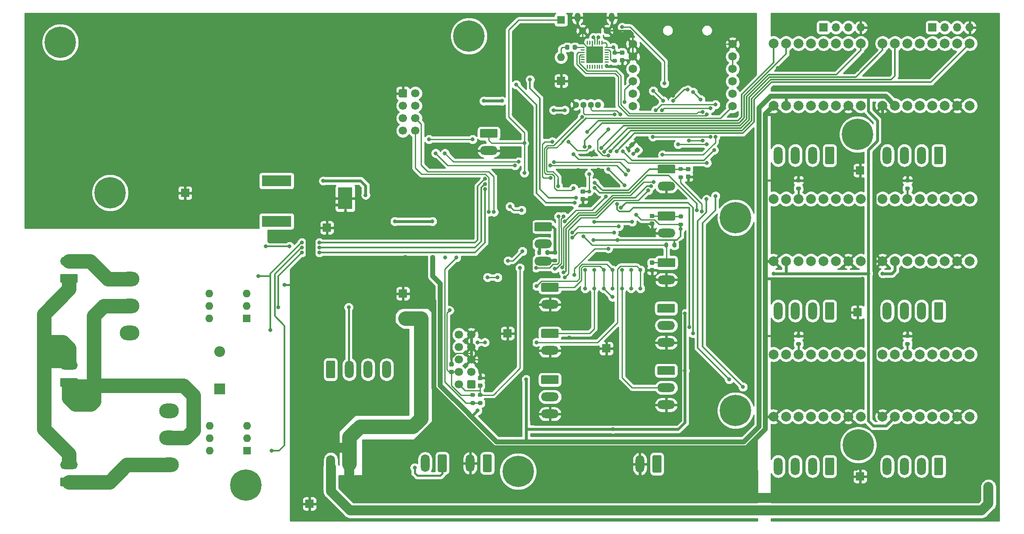
<source format=gbl>
G04 #@! TF.GenerationSoftware,KiCad,Pcbnew,(5.1.8)-1*
G04 #@! TF.CreationDate,2021-04-24T13:58:40+03:00*
G04 #@! TF.ProjectId,3d_print_main,33645f70-7269-46e7-945f-6d61696e2e6b,rev?*
G04 #@! TF.SameCoordinates,Original*
G04 #@! TF.FileFunction,Copper,L2,Bot*
G04 #@! TF.FilePolarity,Positive*
%FSLAX46Y46*%
G04 Gerber Fmt 4.6, Leading zero omitted, Abs format (unit mm)*
G04 Created by KiCad (PCBNEW (5.1.8)-1) date 2021-04-24 13:58:40*
%MOMM*%
%LPD*%
G01*
G04 APERTURE LIST*
G04 #@! TA.AperFunction,ComponentPad*
%ADD10O,1.800000X3.600000*%
G04 #@! TD*
G04 #@! TA.AperFunction,ComponentPad*
%ADD11O,1.700000X1.700000*%
G04 #@! TD*
G04 #@! TA.AperFunction,ComponentPad*
%ADD12R,1.700000X1.700000*%
G04 #@! TD*
G04 #@! TA.AperFunction,ComponentPad*
%ADD13C,2.000000*%
G04 #@! TD*
G04 #@! TA.AperFunction,ComponentPad*
%ADD14C,1.750000*%
G04 #@! TD*
G04 #@! TA.AperFunction,ComponentPad*
%ADD15C,1.700000*%
G04 #@! TD*
G04 #@! TA.AperFunction,ComponentPad*
%ADD16O,3.600000X1.800000*%
G04 #@! TD*
G04 #@! TA.AperFunction,ComponentPad*
%ADD17C,6.400000*%
G04 #@! TD*
G04 #@! TA.AperFunction,ComponentPad*
%ADD18C,0.800000*%
G04 #@! TD*
G04 #@! TA.AperFunction,ComponentPad*
%ADD19C,1.300000*%
G04 #@! TD*
G04 #@! TA.AperFunction,ComponentPad*
%ADD20O,4.000000X3.000000*%
G04 #@! TD*
G04 #@! TA.AperFunction,ComponentPad*
%ADD21C,1.450000*%
G04 #@! TD*
G04 #@! TA.AperFunction,ComponentPad*
%ADD22O,1.200000X1.900000*%
G04 #@! TD*
G04 #@! TA.AperFunction,ComponentPad*
%ADD23R,6.000000X2.300000*%
G04 #@! TD*
G04 #@! TA.AperFunction,ComponentPad*
%ADD24O,1.600000X1.600000*%
G04 #@! TD*
G04 #@! TA.AperFunction,ComponentPad*
%ADD25R,1.600000X1.600000*%
G04 #@! TD*
G04 #@! TA.AperFunction,ComponentPad*
%ADD26R,2.200000X2.200000*%
G04 #@! TD*
G04 #@! TA.AperFunction,ComponentPad*
%ADD27O,2.200000X2.200000*%
G04 #@! TD*
G04 #@! TA.AperFunction,SMDPad,CuDef*
%ADD28R,3.350000X3.350000*%
G04 #@! TD*
G04 #@! TA.AperFunction,ComponentPad*
%ADD29C,0.600000*%
G04 #@! TD*
G04 #@! TA.AperFunction,SMDPad,CuDef*
%ADD30R,2.950000X4.500000*%
G04 #@! TD*
G04 #@! TA.AperFunction,ViaPad*
%ADD31C,0.800000*%
G04 #@! TD*
G04 #@! TA.AperFunction,Conductor*
%ADD32C,1.500000*%
G04 #@! TD*
G04 #@! TA.AperFunction,Conductor*
%ADD33C,2.000000*%
G04 #@! TD*
G04 #@! TA.AperFunction,Conductor*
%ADD34C,0.600000*%
G04 #@! TD*
G04 #@! TA.AperFunction,Conductor*
%ADD35C,0.400000*%
G04 #@! TD*
G04 #@! TA.AperFunction,Conductor*
%ADD36C,0.250000*%
G04 #@! TD*
G04 #@! TA.AperFunction,Conductor*
%ADD37C,3.000000*%
G04 #@! TD*
G04 #@! TA.AperFunction,Conductor*
%ADD38C,0.300000*%
G04 #@! TD*
G04 #@! TA.AperFunction,Conductor*
%ADD39C,1.000000*%
G04 #@! TD*
G04 #@! TA.AperFunction,Conductor*
%ADD40C,0.800000*%
G04 #@! TD*
G04 #@! TA.AperFunction,Conductor*
%ADD41C,0.254000*%
G04 #@! TD*
G04 #@! TA.AperFunction,Conductor*
%ADD42C,0.100000*%
G04 #@! TD*
G04 APERTURE END LIST*
G04 #@! TA.AperFunction,SMDPad,CuDef*
G36*
G01*
X159712967Y-51282413D02*
X159359413Y-51635967D01*
G75*
G02*
X159041215Y-51635967I-159099J159099D01*
G01*
X158723017Y-51317769D01*
G75*
G02*
X158723017Y-50999571I159099J159099D01*
G01*
X159076571Y-50646017D01*
G75*
G02*
X159394769Y-50646017I159099J-159099D01*
G01*
X159712967Y-50964215D01*
G75*
G02*
X159712967Y-51282413I-159099J-159099D01*
G01*
G37*
G04 #@! TD.AperFunction*
G04 #@! TA.AperFunction,SMDPad,CuDef*
G36*
G01*
X160808983Y-52378429D02*
X160455429Y-52731983D01*
G75*
G02*
X160137231Y-52731983I-159099J159099D01*
G01*
X159819033Y-52413785D01*
G75*
G02*
X159819033Y-52095587I159099J159099D01*
G01*
X160172587Y-51742033D01*
G75*
G02*
X160490785Y-51742033I159099J-159099D01*
G01*
X160808983Y-52060231D01*
G75*
G02*
X160808983Y-52378429I-159099J-159099D01*
G01*
G37*
G04 #@! TD.AperFunction*
G04 #@! TA.AperFunction,SMDPad,CuDef*
G36*
G01*
X148975000Y-61806000D02*
X149475000Y-61806000D01*
G75*
G02*
X149700000Y-62031000I0J-225000D01*
G01*
X149700000Y-62481000D01*
G75*
G02*
X149475000Y-62706000I-225000J0D01*
G01*
X148975000Y-62706000D01*
G75*
G02*
X148750000Y-62481000I0J225000D01*
G01*
X148750000Y-62031000D01*
G75*
G02*
X148975000Y-61806000I225000J0D01*
G01*
G37*
G04 #@! TD.AperFunction*
G04 #@! TA.AperFunction,SMDPad,CuDef*
G36*
G01*
X148975000Y-60256000D02*
X149475000Y-60256000D01*
G75*
G02*
X149700000Y-60481000I0J-225000D01*
G01*
X149700000Y-60931000D01*
G75*
G02*
X149475000Y-61156000I-225000J0D01*
G01*
X148975000Y-61156000D01*
G75*
G02*
X148750000Y-60931000I0J225000D01*
G01*
X148750000Y-60481000D01*
G75*
G02*
X148975000Y-60256000I225000J0D01*
G01*
G37*
G04 #@! TD.AperFunction*
G04 #@! TA.AperFunction,ComponentPad*
G36*
G01*
X165238000Y-114782000D02*
X165238000Y-117882000D01*
G75*
G02*
X164988000Y-118132000I-250000J0D01*
G01*
X163688000Y-118132000D01*
G75*
G02*
X163438000Y-117882000I0J250000D01*
G01*
X163438000Y-114782000D01*
G75*
G02*
X163688000Y-114532000I250000J0D01*
G01*
X164988000Y-114532000D01*
G75*
G02*
X165238000Y-114782000I0J-250000D01*
G01*
G37*
G04 #@! TD.AperFunction*
D10*
X160838000Y-116332000D03*
D11*
X228092000Y-27178000D03*
X225552000Y-27178000D03*
X223012000Y-27178000D03*
D12*
X220472000Y-27178000D03*
D11*
X205895002Y-27178000D03*
X203355002Y-27178000D03*
X200815002Y-27178000D03*
D12*
X198275002Y-27178000D03*
D13*
X228120000Y-43160000D03*
X225580000Y-43160000D03*
X223040000Y-43160000D03*
X220500000Y-43160000D03*
X217960000Y-43160000D03*
X215420000Y-43160000D03*
X212880000Y-43160000D03*
X210340000Y-43160000D03*
X210340000Y-30460000D03*
X212880000Y-30460000D03*
X215420000Y-30460000D03*
X217960000Y-30460000D03*
X220500000Y-30460000D03*
X223040000Y-30460000D03*
X225580000Y-30460000D03*
X228120000Y-30460000D03*
D14*
X179733000Y-30587000D03*
X179733000Y-33127000D03*
X179733000Y-35667000D03*
X179733000Y-38207000D03*
X179733000Y-40747000D03*
X179733000Y-43287000D03*
X159413000Y-43287000D03*
X159413000Y-40747000D03*
X159413000Y-38207000D03*
X159413000Y-35667000D03*
X159413000Y-33127000D03*
X159413000Y-30587000D03*
D15*
X115062000Y-48260000D03*
X115062000Y-45720000D03*
X115062000Y-43180000D03*
X115062000Y-40640000D03*
X112522000Y-48260000D03*
X112522000Y-45720000D03*
X112522000Y-43180000D03*
G04 #@! TA.AperFunction,ComponentPad*
G36*
G01*
X111672000Y-41240000D02*
X111672000Y-40040000D01*
G75*
G02*
X111922000Y-39790000I250000J0D01*
G01*
X113122000Y-39790000D01*
G75*
G02*
X113372000Y-40040000I0J-250000D01*
G01*
X113372000Y-41240000D01*
G75*
G02*
X113122000Y-41490000I-250000J0D01*
G01*
X111922000Y-41490000D01*
G75*
G02*
X111672000Y-41240000I0J250000D01*
G01*
G37*
G04 #@! TD.AperFunction*
G04 #@! TA.AperFunction,ComponentPad*
G36*
G01*
X140944000Y-98216002D02*
X144044000Y-98216002D01*
G75*
G02*
X144294000Y-98466002I0J-250000D01*
G01*
X144294000Y-99766002D01*
G75*
G02*
X144044000Y-100016002I-250000J0D01*
G01*
X140944000Y-100016002D01*
G75*
G02*
X140694000Y-99766002I0J250000D01*
G01*
X140694000Y-98466002D01*
G75*
G02*
X140944000Y-98216002I250000J0D01*
G01*
G37*
G04 #@! TD.AperFunction*
D16*
X142494000Y-102616002D03*
X142494000Y-106116002D03*
G04 #@! TA.AperFunction,ComponentPad*
G36*
G01*
X140944000Y-88762000D02*
X144044000Y-88762000D01*
G75*
G02*
X144294000Y-89012000I0J-250000D01*
G01*
X144294000Y-90312000D01*
G75*
G02*
X144044000Y-90562000I-250000J0D01*
G01*
X140944000Y-90562000D01*
G75*
G02*
X140694000Y-90312000I0J250000D01*
G01*
X140694000Y-89012000D01*
G75*
G02*
X140944000Y-88762000I250000J0D01*
G01*
G37*
G04 #@! TD.AperFunction*
X142494000Y-93162000D03*
G04 #@! TA.AperFunction,ComponentPad*
G36*
G01*
X140944000Y-79364000D02*
X144044000Y-79364000D01*
G75*
G02*
X144294000Y-79614000I0J-250000D01*
G01*
X144294000Y-80914000D01*
G75*
G02*
X144044000Y-81164000I-250000J0D01*
G01*
X140944000Y-81164000D01*
G75*
G02*
X140694000Y-80914000I0J250000D01*
G01*
X140694000Y-79614000D01*
G75*
G02*
X140944000Y-79364000I250000J0D01*
G01*
G37*
G04 #@! TD.AperFunction*
X142494000Y-83764000D03*
D15*
X123952000Y-89916000D03*
X123952000Y-92456000D03*
X123952000Y-94996000D03*
X123952000Y-97536000D03*
X123952000Y-100076000D03*
X126492000Y-89916000D03*
X126492000Y-92456000D03*
X126492000Y-94996000D03*
X126492000Y-97536000D03*
G04 #@! TA.AperFunction,ComponentPad*
G36*
G01*
X127342000Y-99476000D02*
X127342000Y-100676000D01*
G75*
G02*
X127092000Y-100926000I-250000J0D01*
G01*
X125892000Y-100926000D01*
G75*
G02*
X125642000Y-100676000I0J250000D01*
G01*
X125642000Y-99476000D01*
G75*
G02*
X125892000Y-99226000I250000J0D01*
G01*
X127092000Y-99226000D01*
G75*
G02*
X127342000Y-99476000I0J-250000D01*
G01*
G37*
G04 #@! TD.AperFunction*
D17*
X125984000Y-28956000D03*
D18*
X128384000Y-28956000D03*
X127681056Y-30653056D03*
X125984000Y-31356000D03*
X124286944Y-30653056D03*
X123584000Y-28956000D03*
X124286944Y-27258944D03*
X125984000Y-26556000D03*
X127681056Y-27258944D03*
D19*
X152344000Y-42974000D03*
X150844000Y-42974000D03*
X149344000Y-42974000D03*
X147844000Y-42974000D03*
D20*
X64820000Y-116498000D03*
X64820000Y-105498000D03*
X64820000Y-110998000D03*
D16*
X141124999Y-74910003D03*
X141124999Y-71410003D03*
G04 #@! TA.AperFunction,ComponentPad*
G36*
G01*
X139574999Y-67010003D02*
X142674999Y-67010003D01*
G75*
G02*
X142924999Y-67260003I0J-250000D01*
G01*
X142924999Y-68560003D01*
G75*
G02*
X142674999Y-68810003I-250000J0D01*
G01*
X139574999Y-68810003D01*
G75*
G02*
X139324999Y-68560003I0J250000D01*
G01*
X139324999Y-67260003D01*
G75*
G02*
X139574999Y-67010003I250000J0D01*
G01*
G37*
G04 #@! TD.AperFunction*
D10*
X97818000Y-116320000D03*
G04 #@! TA.AperFunction,ComponentPad*
G36*
G01*
X102528000Y-114770000D02*
X102528000Y-117870000D01*
G75*
G02*
X102278000Y-118120000I-250000J0D01*
G01*
X100978000Y-118120000D01*
G75*
G02*
X100728000Y-117870000I0J250000D01*
G01*
X100728000Y-114770000D01*
G75*
G02*
X100978000Y-114520000I250000J0D01*
G01*
X102278000Y-114520000D01*
G75*
G02*
X102528000Y-114770000I0J-250000D01*
G01*
G37*
G04 #@! TD.AperFunction*
X109220000Y-97028000D03*
X105410000Y-97028000D03*
X101600000Y-97028000D03*
G04 #@! TA.AperFunction,ComponentPad*
G36*
G01*
X96890000Y-98578000D02*
X96890000Y-95478000D01*
G75*
G02*
X97140000Y-95228000I250000J0D01*
G01*
X98440000Y-95228000D01*
G75*
G02*
X98690000Y-95478000I0J-250000D01*
G01*
X98690000Y-98578000D01*
G75*
G02*
X98440000Y-98828000I-250000J0D01*
G01*
X97140000Y-98828000D01*
G75*
G02*
X96890000Y-98578000I0J250000D01*
G01*
G37*
G04 #@! TD.AperFunction*
D21*
X154138000Y-27878500D03*
X149138000Y-27878500D03*
D22*
X155138000Y-25178500D03*
X148138000Y-25178500D03*
D23*
X86769000Y-58527000D03*
X86769000Y-66782000D03*
D24*
X144780000Y-33274000D03*
D25*
X144780000Y-25654000D03*
D17*
X136017000Y-117856000D03*
D18*
X138417000Y-117856000D03*
X137714056Y-119553056D03*
X136017000Y-120256000D03*
X134319944Y-119553056D03*
X133617000Y-117856000D03*
X134319944Y-116158944D03*
X136017000Y-115456000D03*
X137714056Y-116158944D03*
D26*
X75184000Y-100965000D03*
D27*
X75184000Y-93345000D03*
D12*
X144780000Y-38100000D03*
D13*
X205895002Y-43160000D03*
X203355002Y-43160000D03*
X200815002Y-43160000D03*
X198275002Y-43160000D03*
X195735002Y-43160000D03*
X193195002Y-43160000D03*
X190655002Y-43160000D03*
X188115002Y-43160000D03*
X188115002Y-30460000D03*
X190655002Y-30460000D03*
X193195002Y-30460000D03*
X195735002Y-30460000D03*
X198275002Y-30460000D03*
X200815002Y-30460000D03*
X203355002Y-30460000D03*
X205895002Y-30460000D03*
X205895000Y-74910000D03*
X203355000Y-74910000D03*
X200815000Y-74910000D03*
X198275000Y-74910000D03*
X195735000Y-74910000D03*
X193195000Y-74910000D03*
X190655000Y-74910000D03*
X188115000Y-74910000D03*
X188115000Y-62210000D03*
X190655000Y-62210000D03*
X193195000Y-62210000D03*
X195735000Y-62210000D03*
X198275000Y-62210000D03*
X200815000Y-62210000D03*
X203355000Y-62210000D03*
X205895000Y-62210000D03*
X205895002Y-106660002D03*
X203355002Y-106660002D03*
X200815002Y-106660002D03*
X198275002Y-106660002D03*
X195735002Y-106660002D03*
X193195002Y-106660002D03*
X190655002Y-106660002D03*
X188115002Y-106660002D03*
X188115002Y-93960002D03*
X190655002Y-93960002D03*
X193195002Y-93960002D03*
X195735002Y-93960002D03*
X198275002Y-93960002D03*
X200815002Y-93960002D03*
X203355002Y-93960002D03*
X205895002Y-93960002D03*
X228119998Y-106660000D03*
X225579998Y-106660000D03*
X223039998Y-106660000D03*
X220499998Y-106660000D03*
X217959998Y-106660000D03*
X215419998Y-106660000D03*
X212879998Y-106660000D03*
X210339998Y-106660000D03*
X210339998Y-93960000D03*
X212879998Y-93960000D03*
X215419998Y-93960000D03*
X217959998Y-93960000D03*
X220499998Y-93960000D03*
X223039998Y-93960000D03*
X225579998Y-93960000D03*
X228119998Y-93960000D03*
X228120000Y-74910000D03*
X225580000Y-74910000D03*
X223040000Y-74910000D03*
X220500000Y-74910000D03*
X217960000Y-74910000D03*
X215420000Y-74910000D03*
X212880000Y-74910000D03*
X210340000Y-74910000D03*
X210340000Y-62210000D03*
X212880000Y-62210000D03*
X215420000Y-62210000D03*
X217960000Y-62210000D03*
X220500000Y-62210000D03*
X223040000Y-62210000D03*
X225580000Y-62210000D03*
X228120000Y-62210000D03*
G04 #@! TA.AperFunction,SMDPad,CuDef*
G36*
G01*
X127021000Y-102636000D02*
X126471000Y-102636000D01*
G75*
G02*
X126271000Y-102436000I0J200000D01*
G01*
X126271000Y-102036000D01*
G75*
G02*
X126471000Y-101836000I200000J0D01*
G01*
X127021000Y-101836000D01*
G75*
G02*
X127221000Y-102036000I0J-200000D01*
G01*
X127221000Y-102436000D01*
G75*
G02*
X127021000Y-102636000I-200000J0D01*
G01*
G37*
G04 #@! TD.AperFunction*
G04 #@! TA.AperFunction,SMDPad,CuDef*
G36*
G01*
X127021000Y-104286000D02*
X126471000Y-104286000D01*
G75*
G02*
X126271000Y-104086000I0J200000D01*
G01*
X126271000Y-103686000D01*
G75*
G02*
X126471000Y-103486000I200000J0D01*
G01*
X127021000Y-103486000D01*
G75*
G02*
X127221000Y-103686000I0J-200000D01*
G01*
X127221000Y-104086000D01*
G75*
G02*
X127021000Y-104286000I-200000J0D01*
G01*
G37*
G04 #@! TD.AperFunction*
G04 #@! TA.AperFunction,SMDPad,CuDef*
G36*
G01*
X128545000Y-102636000D02*
X127995000Y-102636000D01*
G75*
G02*
X127795000Y-102436000I0J200000D01*
G01*
X127795000Y-102036000D01*
G75*
G02*
X127995000Y-101836000I200000J0D01*
G01*
X128545000Y-101836000D01*
G75*
G02*
X128745000Y-102036000I0J-200000D01*
G01*
X128745000Y-102436000D01*
G75*
G02*
X128545000Y-102636000I-200000J0D01*
G01*
G37*
G04 #@! TD.AperFunction*
G04 #@! TA.AperFunction,SMDPad,CuDef*
G36*
G01*
X128545000Y-104286000D02*
X127995000Y-104286000D01*
G75*
G02*
X127795000Y-104086000I0J200000D01*
G01*
X127795000Y-103686000D01*
G75*
G02*
X127995000Y-103486000I200000J0D01*
G01*
X128545000Y-103486000D01*
G75*
G02*
X128745000Y-103686000I0J-200000D01*
G01*
X128745000Y-104086000D01*
G75*
G02*
X128545000Y-104286000I-200000J0D01*
G01*
G37*
G04 #@! TD.AperFunction*
G04 #@! TA.AperFunction,SMDPad,CuDef*
G36*
G01*
X166644000Y-71353000D02*
X166644000Y-71903000D01*
G75*
G02*
X166444000Y-72103000I-200000J0D01*
G01*
X166044000Y-72103000D01*
G75*
G02*
X165844000Y-71903000I0J200000D01*
G01*
X165844000Y-71353000D01*
G75*
G02*
X166044000Y-71153000I200000J0D01*
G01*
X166444000Y-71153000D01*
G75*
G02*
X166644000Y-71353000I0J-200000D01*
G01*
G37*
G04 #@! TD.AperFunction*
G04 #@! TA.AperFunction,SMDPad,CuDef*
G36*
G01*
X168294000Y-71353000D02*
X168294000Y-71903000D01*
G75*
G02*
X168094000Y-72103000I-200000J0D01*
G01*
X167694000Y-72103000D01*
G75*
G02*
X167494000Y-71903000I0J200000D01*
G01*
X167494000Y-71353000D01*
G75*
G02*
X167694000Y-71153000I200000J0D01*
G01*
X168094000Y-71153000D01*
G75*
G02*
X168294000Y-71353000I0J-200000D01*
G01*
G37*
G04 #@! TD.AperFunction*
G04 #@! TA.AperFunction,SMDPad,CuDef*
G36*
G01*
X169439000Y-66186001D02*
X168889000Y-66186001D01*
G75*
G02*
X168689000Y-65986001I0J200000D01*
G01*
X168689000Y-65586001D01*
G75*
G02*
X168889000Y-65386001I200000J0D01*
G01*
X169439000Y-65386001D01*
G75*
G02*
X169639000Y-65586001I0J-200000D01*
G01*
X169639000Y-65986001D01*
G75*
G02*
X169439000Y-66186001I-200000J0D01*
G01*
G37*
G04 #@! TD.AperFunction*
G04 #@! TA.AperFunction,SMDPad,CuDef*
G36*
G01*
X169439000Y-67836001D02*
X168889000Y-67836001D01*
G75*
G02*
X168689000Y-67636001I0J200000D01*
G01*
X168689000Y-67236001D01*
G75*
G02*
X168889000Y-67036001I200000J0D01*
G01*
X169439000Y-67036001D01*
G75*
G02*
X169639000Y-67236001I0J-200000D01*
G01*
X169639000Y-67636001D01*
G75*
G02*
X169439000Y-67836001I-200000J0D01*
G01*
G37*
G04 #@! TD.AperFunction*
G04 #@! TA.AperFunction,SMDPad,CuDef*
G36*
G01*
X169439000Y-56514001D02*
X168889000Y-56514001D01*
G75*
G02*
X168689000Y-56314001I0J200000D01*
G01*
X168689000Y-55914001D01*
G75*
G02*
X168889000Y-55714001I200000J0D01*
G01*
X169439000Y-55714001D01*
G75*
G02*
X169639000Y-55914001I0J-200000D01*
G01*
X169639000Y-56314001D01*
G75*
G02*
X169439000Y-56514001I-200000J0D01*
G01*
G37*
G04 #@! TD.AperFunction*
G04 #@! TA.AperFunction,SMDPad,CuDef*
G36*
G01*
X169439000Y-58164001D02*
X168889000Y-58164001D01*
G75*
G02*
X168689000Y-57964001I0J200000D01*
G01*
X168689000Y-57564001D01*
G75*
G02*
X168889000Y-57364001I200000J0D01*
G01*
X169439000Y-57364001D01*
G75*
G02*
X169639000Y-57564001I0J-200000D01*
G01*
X169639000Y-57964001D01*
G75*
G02*
X169439000Y-58164001I-200000J0D01*
G01*
G37*
G04 #@! TD.AperFunction*
G04 #@! TA.AperFunction,SMDPad,CuDef*
G36*
G01*
X192920002Y-91420000D02*
X193470002Y-91420000D01*
G75*
G02*
X193670002Y-91620000I0J-200000D01*
G01*
X193670002Y-92020000D01*
G75*
G02*
X193470002Y-92220000I-200000J0D01*
G01*
X192920002Y-92220000D01*
G75*
G02*
X192720002Y-92020000I0J200000D01*
G01*
X192720002Y-91620000D01*
G75*
G02*
X192920002Y-91420000I200000J0D01*
G01*
G37*
G04 #@! TD.AperFunction*
G04 #@! TA.AperFunction,SMDPad,CuDef*
G36*
G01*
X192920002Y-89770000D02*
X193470002Y-89770000D01*
G75*
G02*
X193670002Y-89970000I0J-200000D01*
G01*
X193670002Y-90370000D01*
G75*
G02*
X193470002Y-90570000I-200000J0D01*
G01*
X192920002Y-90570000D01*
G75*
G02*
X192720002Y-90370000I0J200000D01*
G01*
X192720002Y-89970000D01*
G75*
G02*
X192920002Y-89770000I200000J0D01*
G01*
G37*
G04 #@! TD.AperFunction*
G04 #@! TA.AperFunction,SMDPad,CuDef*
G36*
G01*
X192920000Y-59670000D02*
X193470000Y-59670000D01*
G75*
G02*
X193670000Y-59870000I0J-200000D01*
G01*
X193670000Y-60270000D01*
G75*
G02*
X193470000Y-60470000I-200000J0D01*
G01*
X192920000Y-60470000D01*
G75*
G02*
X192720000Y-60270000I0J200000D01*
G01*
X192720000Y-59870000D01*
G75*
G02*
X192920000Y-59670000I200000J0D01*
G01*
G37*
G04 #@! TD.AperFunction*
G04 #@! TA.AperFunction,SMDPad,CuDef*
G36*
G01*
X192920000Y-58020000D02*
X193470000Y-58020000D01*
G75*
G02*
X193670000Y-58220000I0J-200000D01*
G01*
X193670000Y-58620000D01*
G75*
G02*
X193470000Y-58820000I-200000J0D01*
G01*
X192920000Y-58820000D01*
G75*
G02*
X192720000Y-58620000I0J200000D01*
G01*
X192720000Y-58220000D01*
G75*
G02*
X192920000Y-58020000I200000J0D01*
G01*
G37*
G04 #@! TD.AperFunction*
G04 #@! TA.AperFunction,SMDPad,CuDef*
G36*
G01*
X215145000Y-59670000D02*
X215695000Y-59670000D01*
G75*
G02*
X215895000Y-59870000I0J-200000D01*
G01*
X215895000Y-60270000D01*
G75*
G02*
X215695000Y-60470000I-200000J0D01*
G01*
X215145000Y-60470000D01*
G75*
G02*
X214945000Y-60270000I0J200000D01*
G01*
X214945000Y-59870000D01*
G75*
G02*
X215145000Y-59670000I200000J0D01*
G01*
G37*
G04 #@! TD.AperFunction*
G04 #@! TA.AperFunction,SMDPad,CuDef*
G36*
G01*
X215145000Y-58020000D02*
X215695000Y-58020000D01*
G75*
G02*
X215895000Y-58220000I0J-200000D01*
G01*
X215895000Y-58620000D01*
G75*
G02*
X215695000Y-58820000I-200000J0D01*
G01*
X215145000Y-58820000D01*
G75*
G02*
X214945000Y-58620000I0J200000D01*
G01*
X214945000Y-58220000D01*
G75*
G02*
X215145000Y-58020000I200000J0D01*
G01*
G37*
G04 #@! TD.AperFunction*
G04 #@! TA.AperFunction,SMDPad,CuDef*
G36*
G01*
X215117000Y-91420000D02*
X215667000Y-91420000D01*
G75*
G02*
X215867000Y-91620000I0J-200000D01*
G01*
X215867000Y-92020000D01*
G75*
G02*
X215667000Y-92220000I-200000J0D01*
G01*
X215117000Y-92220000D01*
G75*
G02*
X214917000Y-92020000I0J200000D01*
G01*
X214917000Y-91620000D01*
G75*
G02*
X215117000Y-91420000I200000J0D01*
G01*
G37*
G04 #@! TD.AperFunction*
G04 #@! TA.AperFunction,SMDPad,CuDef*
G36*
G01*
X215117000Y-89770000D02*
X215667000Y-89770000D01*
G75*
G02*
X215867000Y-89970000I0J-200000D01*
G01*
X215867000Y-90370000D01*
G75*
G02*
X215667000Y-90570000I-200000J0D01*
G01*
X215117000Y-90570000D01*
G75*
G02*
X214917000Y-90370000I0J200000D01*
G01*
X214917000Y-89970000D01*
G75*
G02*
X215117000Y-89770000I200000J0D01*
G01*
G37*
G04 #@! TD.AperFunction*
D20*
X56818000Y-78574000D03*
X56818000Y-89574000D03*
X56818000Y-84074000D03*
D17*
X180340000Y-66040000D03*
D18*
X182740000Y-66040000D03*
X182037056Y-67737056D03*
X180340000Y-68440000D03*
X178642944Y-67737056D03*
X177940000Y-66040000D03*
X178642944Y-64342944D03*
X180340000Y-63640000D03*
X182037056Y-64342944D03*
D17*
X180340000Y-105410000D03*
D18*
X182740000Y-105410000D03*
X182037056Y-107107056D03*
X180340000Y-107810000D03*
X178642944Y-107107056D03*
X177940000Y-105410000D03*
X178642944Y-103712944D03*
X180340000Y-103010000D03*
X182037056Y-103712944D03*
D17*
X205232000Y-49022000D03*
D18*
X207632000Y-49022000D03*
X206929056Y-50719056D03*
X205232000Y-51422000D03*
X203534944Y-50719056D03*
X202832000Y-49022000D03*
X203534944Y-47324944D03*
X205232000Y-46622000D03*
X206929056Y-47324944D03*
D17*
X205381674Y-112442696D03*
D18*
X207781674Y-112442696D03*
X207078730Y-114139752D03*
X205381674Y-114842696D03*
X203684618Y-114139752D03*
X202981674Y-112442696D03*
X203684618Y-110745640D03*
X205381674Y-110042696D03*
X207078730Y-110745640D03*
D17*
X52832000Y-60960000D03*
D18*
X55232000Y-60960000D03*
X54529056Y-62657056D03*
X52832000Y-63360000D03*
X51134944Y-62657056D03*
X50432000Y-60960000D03*
X51134944Y-59262944D03*
X52832000Y-58560000D03*
X54529056Y-59262944D03*
D17*
X80518000Y-120650000D03*
D18*
X82918000Y-120650000D03*
X82215056Y-122347056D03*
X80518000Y-123050000D03*
X78820944Y-122347056D03*
X78118000Y-120650000D03*
X78820944Y-118952944D03*
X80518000Y-118250000D03*
X82215056Y-118952944D03*
D17*
X42672000Y-30226000D03*
D18*
X45072000Y-30226000D03*
X44369056Y-31923056D03*
X42672000Y-32626000D03*
X40974944Y-31923056D03*
X40272000Y-30226000D03*
X40974944Y-28528944D03*
X42672000Y-27826000D03*
X44369056Y-28528944D03*
G04 #@! TA.AperFunction,ComponentPad*
G36*
G01*
X130638000Y-114635000D02*
X130638000Y-117735000D01*
G75*
G02*
X130388000Y-117985000I-250000J0D01*
G01*
X129088000Y-117985000D01*
G75*
G02*
X128838000Y-117735000I0J250000D01*
G01*
X128838000Y-114635000D01*
G75*
G02*
X129088000Y-114385000I250000J0D01*
G01*
X130388000Y-114385000D01*
G75*
G02*
X130638000Y-114635000I0J-250000D01*
G01*
G37*
G04 #@! TD.AperFunction*
D10*
X126238000Y-116185000D03*
G04 #@! TA.AperFunction,SMDPad,CuDef*
G36*
G01*
X122678000Y-96435999D02*
X122178000Y-96435999D01*
G75*
G02*
X121953000Y-96210999I0J225000D01*
G01*
X121953000Y-95760999D01*
G75*
G02*
X122178000Y-95535999I225000J0D01*
G01*
X122678000Y-95535999D01*
G75*
G02*
X122903000Y-95760999I0J-225000D01*
G01*
X122903000Y-96210999D01*
G75*
G02*
X122678000Y-96435999I-225000J0D01*
G01*
G37*
G04 #@! TD.AperFunction*
G04 #@! TA.AperFunction,SMDPad,CuDef*
G36*
G01*
X122678000Y-97985999D02*
X122178000Y-97985999D01*
G75*
G02*
X121953000Y-97760999I0J225000D01*
G01*
X121953000Y-97310999D01*
G75*
G02*
X122178000Y-97085999I225000J0D01*
G01*
X122678000Y-97085999D01*
G75*
G02*
X122903000Y-97310999I0J-225000D01*
G01*
X122903000Y-97760999D01*
G75*
G02*
X122678000Y-97985999I-225000J0D01*
G01*
G37*
G04 #@! TD.AperFunction*
G04 #@! TA.AperFunction,SMDPad,CuDef*
G36*
G01*
X128520000Y-99230000D02*
X128020000Y-99230000D01*
G75*
G02*
X127795000Y-99005000I0J225000D01*
G01*
X127795000Y-98555000D01*
G75*
G02*
X128020000Y-98330000I225000J0D01*
G01*
X128520000Y-98330000D01*
G75*
G02*
X128745000Y-98555000I0J-225000D01*
G01*
X128745000Y-99005000D01*
G75*
G02*
X128520000Y-99230000I-225000J0D01*
G01*
G37*
G04 #@! TD.AperFunction*
G04 #@! TA.AperFunction,SMDPad,CuDef*
G36*
G01*
X128520000Y-100780000D02*
X128020000Y-100780000D01*
G75*
G02*
X127795000Y-100555000I0J225000D01*
G01*
X127795000Y-100105000D01*
G75*
G02*
X128020000Y-99880000I225000J0D01*
G01*
X128520000Y-99880000D01*
G75*
G02*
X128745000Y-100105000I0J-225000D01*
G01*
X128745000Y-100555000D01*
G75*
G02*
X128520000Y-100780000I-225000J0D01*
G01*
G37*
G04 #@! TD.AperFunction*
G04 #@! TA.AperFunction,SMDPad,CuDef*
G36*
G01*
X163072000Y-76320002D02*
X163572000Y-76320002D01*
G75*
G02*
X163797000Y-76545002I0J-225000D01*
G01*
X163797000Y-76995002D01*
G75*
G02*
X163572000Y-77220002I-225000J0D01*
G01*
X163072000Y-77220002D01*
G75*
G02*
X162847000Y-76995002I0J225000D01*
G01*
X162847000Y-76545002D01*
G75*
G02*
X163072000Y-76320002I225000J0D01*
G01*
G37*
G04 #@! TD.AperFunction*
G04 #@! TA.AperFunction,SMDPad,CuDef*
G36*
G01*
X163072000Y-74770002D02*
X163572000Y-74770002D01*
G75*
G02*
X163797000Y-74995002I0J-225000D01*
G01*
X163797000Y-75445002D01*
G75*
G02*
X163572000Y-75670002I-225000J0D01*
G01*
X163072000Y-75670002D01*
G75*
G02*
X162847000Y-75445002I0J225000D01*
G01*
X162847000Y-74995002D01*
G75*
G02*
X163072000Y-74770002I225000J0D01*
G01*
G37*
G04 #@! TD.AperFunction*
G04 #@! TA.AperFunction,SMDPad,CuDef*
G36*
G01*
X163072000Y-66794999D02*
X163572000Y-66794999D01*
G75*
G02*
X163797000Y-67019999I0J-225000D01*
G01*
X163797000Y-67469999D01*
G75*
G02*
X163572000Y-67694999I-225000J0D01*
G01*
X163072000Y-67694999D01*
G75*
G02*
X162847000Y-67469999I0J225000D01*
G01*
X162847000Y-67019999D01*
G75*
G02*
X163072000Y-66794999I225000J0D01*
G01*
G37*
G04 #@! TD.AperFunction*
G04 #@! TA.AperFunction,SMDPad,CuDef*
G36*
G01*
X163072000Y-65244999D02*
X163572000Y-65244999D01*
G75*
G02*
X163797000Y-65469999I0J-225000D01*
G01*
X163797000Y-65919999D01*
G75*
G02*
X163572000Y-66144999I-225000J0D01*
G01*
X163072000Y-66144999D01*
G75*
G02*
X162847000Y-65919999I0J225000D01*
G01*
X162847000Y-65469999D01*
G75*
G02*
X163072000Y-65244999I225000J0D01*
G01*
G37*
G04 #@! TD.AperFunction*
G04 #@! TA.AperFunction,SMDPad,CuDef*
G36*
G01*
X170438000Y-57221000D02*
X170938000Y-57221000D01*
G75*
G02*
X171163000Y-57446000I0J-225000D01*
G01*
X171163000Y-57896000D01*
G75*
G02*
X170938000Y-58121000I-225000J0D01*
G01*
X170438000Y-58121000D01*
G75*
G02*
X170213000Y-57896000I0J225000D01*
G01*
X170213000Y-57446000D01*
G75*
G02*
X170438000Y-57221000I225000J0D01*
G01*
G37*
G04 #@! TD.AperFunction*
G04 #@! TA.AperFunction,SMDPad,CuDef*
G36*
G01*
X170438000Y-55671000D02*
X170938000Y-55671000D01*
G75*
G02*
X171163000Y-55896000I0J-225000D01*
G01*
X171163000Y-56346000D01*
G75*
G02*
X170938000Y-56571000I-225000J0D01*
G01*
X170438000Y-56571000D01*
G75*
G02*
X170213000Y-56346000I0J225000D01*
G01*
X170213000Y-55896000D01*
G75*
G02*
X170438000Y-55671000I225000J0D01*
G01*
G37*
G04 #@! TD.AperFunction*
G04 #@! TA.AperFunction,SMDPad,CuDef*
G36*
G01*
X147137000Y-31492000D02*
X147137000Y-30992000D01*
G75*
G02*
X147362000Y-30767000I225000J0D01*
G01*
X147812000Y-30767000D01*
G75*
G02*
X148037000Y-30992000I0J-225000D01*
G01*
X148037000Y-31492000D01*
G75*
G02*
X147812000Y-31717000I-225000J0D01*
G01*
X147362000Y-31717000D01*
G75*
G02*
X147137000Y-31492000I0J225000D01*
G01*
G37*
G04 #@! TD.AperFunction*
G04 #@! TA.AperFunction,SMDPad,CuDef*
G36*
G01*
X145587000Y-31492000D02*
X145587000Y-30992000D01*
G75*
G02*
X145812000Y-30767000I225000J0D01*
G01*
X146262000Y-30767000D01*
G75*
G02*
X146487000Y-30992000I0J-225000D01*
G01*
X146487000Y-31492000D01*
G75*
G02*
X146262000Y-31717000I-225000J0D01*
G01*
X145812000Y-31717000D01*
G75*
G02*
X145587000Y-31492000I0J225000D01*
G01*
G37*
G04 #@! TD.AperFunction*
D12*
X205740000Y-56388000D03*
X205232000Y-85344000D03*
X205740000Y-118872000D03*
X68105396Y-60995595D03*
X93472000Y-124460000D03*
X97028000Y-68072000D03*
X112522000Y-81534000D03*
X133858000Y-89662000D03*
X154000000Y-92750000D03*
D24*
X73180000Y-113645000D03*
X80800000Y-108565000D03*
X73180000Y-111105000D03*
X80800000Y-111105000D03*
X73180000Y-108565000D03*
D25*
X80800000Y-113645000D03*
G04 #@! TA.AperFunction,ComponentPad*
G36*
G01*
X46000000Y-120915000D02*
X42900000Y-120915000D01*
G75*
G02*
X42650000Y-120665000I0J250000D01*
G01*
X42650000Y-119365000D01*
G75*
G02*
X42900000Y-119115000I250000J0D01*
G01*
X46000000Y-119115000D01*
G75*
G02*
X46250000Y-119365000I0J-250000D01*
G01*
X46250000Y-120665000D01*
G75*
G02*
X46000000Y-120915000I-250000J0D01*
G01*
G37*
G04 #@! TD.AperFunction*
D16*
X44450000Y-116515000D03*
G04 #@! TA.AperFunction,ComponentPad*
G36*
G01*
X222669998Y-51770002D02*
X222669998Y-54870002D01*
G75*
G02*
X222419998Y-55120002I-250000J0D01*
G01*
X221119998Y-55120002D01*
G75*
G02*
X220869998Y-54870002I0J250000D01*
G01*
X220869998Y-51770002D01*
G75*
G02*
X221119998Y-51520002I250000J0D01*
G01*
X222419998Y-51520002D01*
G75*
G02*
X222669998Y-51770002I0J-250000D01*
G01*
G37*
G04 #@! TD.AperFunction*
D10*
X218269998Y-53320002D03*
X214769998Y-53320002D03*
X211269998Y-53320002D03*
G04 #@! TA.AperFunction,ComponentPad*
G36*
G01*
X200445001Y-115270002D02*
X200445001Y-118370002D01*
G75*
G02*
X200195001Y-118620002I-250000J0D01*
G01*
X198895001Y-118620002D01*
G75*
G02*
X198645001Y-118370002I0J250000D01*
G01*
X198645001Y-115270002D01*
G75*
G02*
X198895001Y-115020002I250000J0D01*
G01*
X200195001Y-115020002D01*
G75*
G02*
X200445001Y-115270002I0J-250000D01*
G01*
G37*
G04 #@! TD.AperFunction*
X196045001Y-116820002D03*
X192545001Y-116820002D03*
X189045001Y-116820002D03*
G04 #@! TA.AperFunction,ComponentPad*
G36*
G01*
X222669998Y-115270000D02*
X222669998Y-118370000D01*
G75*
G02*
X222419998Y-118620000I-250000J0D01*
G01*
X221119998Y-118620000D01*
G75*
G02*
X220869998Y-118370000I0J250000D01*
G01*
X220869998Y-115270000D01*
G75*
G02*
X221119998Y-115020000I250000J0D01*
G01*
X222419998Y-115020000D01*
G75*
G02*
X222669998Y-115270000I0J-250000D01*
G01*
G37*
G04 #@! TD.AperFunction*
X218269998Y-116820000D03*
X214769998Y-116820000D03*
X211269998Y-116820000D03*
G04 #@! TA.AperFunction,ComponentPad*
G36*
G01*
X200445000Y-83520001D02*
X200445000Y-86620001D01*
G75*
G02*
X200195000Y-86870001I-250000J0D01*
G01*
X198895000Y-86870001D01*
G75*
G02*
X198645000Y-86620001I0J250000D01*
G01*
X198645000Y-83520001D01*
G75*
G02*
X198895000Y-83270001I250000J0D01*
G01*
X200195000Y-83270001D01*
G75*
G02*
X200445000Y-83520001I0J-250000D01*
G01*
G37*
G04 #@! TD.AperFunction*
X196045000Y-85070001D03*
X192545000Y-85070001D03*
X189045000Y-85070001D03*
G04 #@! TA.AperFunction,ComponentPad*
G36*
G01*
X200445000Y-51770000D02*
X200445000Y-54870000D01*
G75*
G02*
X200195000Y-55120000I-250000J0D01*
G01*
X198895000Y-55120000D01*
G75*
G02*
X198645000Y-54870000I0J250000D01*
G01*
X198645000Y-51770000D01*
G75*
G02*
X198895000Y-51520000I250000J0D01*
G01*
X200195000Y-51520000D01*
G75*
G02*
X200445000Y-51770000I0J-250000D01*
G01*
G37*
G04 #@! TD.AperFunction*
X196045000Y-53320000D03*
X192545000Y-53320000D03*
X189045000Y-53320000D03*
G04 #@! TA.AperFunction,ComponentPad*
G36*
G01*
X222669999Y-83519998D02*
X222669999Y-86619998D01*
G75*
G02*
X222419999Y-86869998I-250000J0D01*
G01*
X221119999Y-86869998D01*
G75*
G02*
X220869999Y-86619998I0J250000D01*
G01*
X220869999Y-83519998D01*
G75*
G02*
X221119999Y-83269998I250000J0D01*
G01*
X222419999Y-83269998D01*
G75*
G02*
X222669999Y-83519998I0J-250000D01*
G01*
G37*
G04 #@! TD.AperFunction*
X218269999Y-85069998D03*
X214769999Y-85069998D03*
X211269999Y-85069998D03*
G04 #@! TA.AperFunction,ComponentPad*
G36*
G01*
X164657500Y-96362001D02*
X167757500Y-96362001D01*
G75*
G02*
X168007500Y-96612001I0J-250000D01*
G01*
X168007500Y-97912001D01*
G75*
G02*
X167757500Y-98162001I-250000J0D01*
G01*
X164657500Y-98162001D01*
G75*
G02*
X164407500Y-97912001I0J250000D01*
G01*
X164407500Y-96612001D01*
G75*
G02*
X164657500Y-96362001I250000J0D01*
G01*
G37*
G04 #@! TD.AperFunction*
D16*
X166207500Y-100762001D03*
X166207500Y-104262001D03*
G04 #@! TA.AperFunction,ComponentPad*
G36*
G01*
X164657500Y-83647000D02*
X167757500Y-83647000D01*
G75*
G02*
X168007500Y-83897000I0J-250000D01*
G01*
X168007500Y-85197000D01*
G75*
G02*
X167757500Y-85447000I-250000J0D01*
G01*
X164657500Y-85447000D01*
G75*
G02*
X164407500Y-85197000I0J250000D01*
G01*
X164407500Y-83897000D01*
G75*
G02*
X164657500Y-83647000I250000J0D01*
G01*
G37*
G04 #@! TD.AperFunction*
X166207500Y-88047000D03*
X166207500Y-91547000D03*
G04 #@! TA.AperFunction,ComponentPad*
G36*
G01*
X46000000Y-79330000D02*
X42900000Y-79330000D01*
G75*
G02*
X42650000Y-79080000I0J250000D01*
G01*
X42650000Y-77780000D01*
G75*
G02*
X42900000Y-77530000I250000J0D01*
G01*
X46000000Y-77530000D01*
G75*
G02*
X46250000Y-77780000I0J-250000D01*
G01*
X46250000Y-79080000D01*
G75*
G02*
X46000000Y-79330000I-250000J0D01*
G01*
G37*
G04 #@! TD.AperFunction*
X44450000Y-74930000D03*
G04 #@! TA.AperFunction,ComponentPad*
G36*
G01*
X164710998Y-74320001D02*
X167810998Y-74320001D01*
G75*
G02*
X168060998Y-74570001I0J-250000D01*
G01*
X168060998Y-75870001D01*
G75*
G02*
X167810998Y-76120001I-250000J0D01*
G01*
X164710998Y-76120001D01*
G75*
G02*
X164460998Y-75870001I0J250000D01*
G01*
X164460998Y-74570001D01*
G75*
G02*
X164710998Y-74320001I250000J0D01*
G01*
G37*
G04 #@! TD.AperFunction*
X166260998Y-78720001D03*
G04 #@! TA.AperFunction,ComponentPad*
G36*
G01*
X164711001Y-64794999D02*
X167811001Y-64794999D01*
G75*
G02*
X168061001Y-65044999I0J-250000D01*
G01*
X168061001Y-66344999D01*
G75*
G02*
X167811001Y-66594999I-250000J0D01*
G01*
X164711001Y-66594999D01*
G75*
G02*
X164461001Y-66344999I0J250000D01*
G01*
X164461001Y-65044999D01*
G75*
G02*
X164711001Y-64794999I250000J0D01*
G01*
G37*
G04 #@! TD.AperFunction*
X166261001Y-69194999D03*
G04 #@! TA.AperFunction,ComponentPad*
G36*
G01*
X46000000Y-100595000D02*
X42900000Y-100595000D01*
G75*
G02*
X42650000Y-100345000I0J250000D01*
G01*
X42650000Y-99045000D01*
G75*
G02*
X42900000Y-98795000I250000J0D01*
G01*
X46000000Y-98795000D01*
G75*
G02*
X46250000Y-99045000I0J-250000D01*
G01*
X46250000Y-100345000D01*
G75*
G02*
X46000000Y-100595000I-250000J0D01*
G01*
G37*
G04 #@! TD.AperFunction*
X44450000Y-96195000D03*
G04 #@! TA.AperFunction,ComponentPad*
G36*
G01*
X121451000Y-114635000D02*
X121451000Y-117735000D01*
G75*
G02*
X121201000Y-117985000I-250000J0D01*
G01*
X119901000Y-117985000D01*
G75*
G02*
X119651000Y-117735000I0J250000D01*
G01*
X119651000Y-114635000D01*
G75*
G02*
X119901000Y-114385000I250000J0D01*
G01*
X121201000Y-114385000D01*
G75*
G02*
X121451000Y-114635000I0J-250000D01*
G01*
G37*
G04 #@! TD.AperFunction*
D10*
X117051000Y-116185000D03*
G04 #@! TA.AperFunction,ComponentPad*
G36*
G01*
X128498000Y-47924000D02*
X131598000Y-47924000D01*
G75*
G02*
X131848000Y-48174000I0J-250000D01*
G01*
X131848000Y-49474000D01*
G75*
G02*
X131598000Y-49724000I-250000J0D01*
G01*
X128498000Y-49724000D01*
G75*
G02*
X128248000Y-49474000I0J250000D01*
G01*
X128248000Y-48174000D01*
G75*
G02*
X128498000Y-47924000I250000J0D01*
G01*
G37*
G04 #@! TD.AperFunction*
D16*
X130048000Y-52324000D03*
G04 #@! TA.AperFunction,ComponentPad*
G36*
G01*
X164721001Y-55214001D02*
X167821001Y-55214001D01*
G75*
G02*
X168071001Y-55464001I0J-250000D01*
G01*
X168071001Y-56764001D01*
G75*
G02*
X167821001Y-57014001I-250000J0D01*
G01*
X164721001Y-57014001D01*
G75*
G02*
X164471001Y-56764001I0J250000D01*
G01*
X164471001Y-55464001D01*
G75*
G02*
X164721001Y-55214001I250000J0D01*
G01*
G37*
G04 #@! TD.AperFunction*
X166271001Y-59614001D03*
D28*
X151638000Y-32766000D03*
G04 #@! TA.AperFunction,SMDPad,CuDef*
G36*
G01*
X148850500Y-31141000D02*
X149525500Y-31141000D01*
G75*
G02*
X149588000Y-31203500I0J-62500D01*
G01*
X149588000Y-31328500D01*
G75*
G02*
X149525500Y-31391000I-62500J0D01*
G01*
X148850500Y-31391000D01*
G75*
G02*
X148788000Y-31328500I0J62500D01*
G01*
X148788000Y-31203500D01*
G75*
G02*
X148850500Y-31141000I62500J0D01*
G01*
G37*
G04 #@! TD.AperFunction*
G04 #@! TA.AperFunction,SMDPad,CuDef*
G36*
G01*
X148850500Y-31641000D02*
X149525500Y-31641000D01*
G75*
G02*
X149588000Y-31703500I0J-62500D01*
G01*
X149588000Y-31828500D01*
G75*
G02*
X149525500Y-31891000I-62500J0D01*
G01*
X148850500Y-31891000D01*
G75*
G02*
X148788000Y-31828500I0J62500D01*
G01*
X148788000Y-31703500D01*
G75*
G02*
X148850500Y-31641000I62500J0D01*
G01*
G37*
G04 #@! TD.AperFunction*
G04 #@! TA.AperFunction,SMDPad,CuDef*
G36*
G01*
X148850500Y-32141000D02*
X149525500Y-32141000D01*
G75*
G02*
X149588000Y-32203500I0J-62500D01*
G01*
X149588000Y-32328500D01*
G75*
G02*
X149525500Y-32391000I-62500J0D01*
G01*
X148850500Y-32391000D01*
G75*
G02*
X148788000Y-32328500I0J62500D01*
G01*
X148788000Y-32203500D01*
G75*
G02*
X148850500Y-32141000I62500J0D01*
G01*
G37*
G04 #@! TD.AperFunction*
G04 #@! TA.AperFunction,SMDPad,CuDef*
G36*
G01*
X148850500Y-32641000D02*
X149525500Y-32641000D01*
G75*
G02*
X149588000Y-32703500I0J-62500D01*
G01*
X149588000Y-32828500D01*
G75*
G02*
X149525500Y-32891000I-62500J0D01*
G01*
X148850500Y-32891000D01*
G75*
G02*
X148788000Y-32828500I0J62500D01*
G01*
X148788000Y-32703500D01*
G75*
G02*
X148850500Y-32641000I62500J0D01*
G01*
G37*
G04 #@! TD.AperFunction*
G04 #@! TA.AperFunction,SMDPad,CuDef*
G36*
G01*
X148850500Y-33141000D02*
X149525500Y-33141000D01*
G75*
G02*
X149588000Y-33203500I0J-62500D01*
G01*
X149588000Y-33328500D01*
G75*
G02*
X149525500Y-33391000I-62500J0D01*
G01*
X148850500Y-33391000D01*
G75*
G02*
X148788000Y-33328500I0J62500D01*
G01*
X148788000Y-33203500D01*
G75*
G02*
X148850500Y-33141000I62500J0D01*
G01*
G37*
G04 #@! TD.AperFunction*
G04 #@! TA.AperFunction,SMDPad,CuDef*
G36*
G01*
X148850500Y-33641000D02*
X149525500Y-33641000D01*
G75*
G02*
X149588000Y-33703500I0J-62500D01*
G01*
X149588000Y-33828500D01*
G75*
G02*
X149525500Y-33891000I-62500J0D01*
G01*
X148850500Y-33891000D01*
G75*
G02*
X148788000Y-33828500I0J62500D01*
G01*
X148788000Y-33703500D01*
G75*
G02*
X148850500Y-33641000I62500J0D01*
G01*
G37*
G04 #@! TD.AperFunction*
G04 #@! TA.AperFunction,SMDPad,CuDef*
G36*
G01*
X148850500Y-34141000D02*
X149525500Y-34141000D01*
G75*
G02*
X149588000Y-34203500I0J-62500D01*
G01*
X149588000Y-34328500D01*
G75*
G02*
X149525500Y-34391000I-62500J0D01*
G01*
X148850500Y-34391000D01*
G75*
G02*
X148788000Y-34328500I0J62500D01*
G01*
X148788000Y-34203500D01*
G75*
G02*
X148850500Y-34141000I62500J0D01*
G01*
G37*
G04 #@! TD.AperFunction*
G04 #@! TA.AperFunction,SMDPad,CuDef*
G36*
G01*
X150075500Y-34816000D02*
X150200500Y-34816000D01*
G75*
G02*
X150263000Y-34878500I0J-62500D01*
G01*
X150263000Y-35553500D01*
G75*
G02*
X150200500Y-35616000I-62500J0D01*
G01*
X150075500Y-35616000D01*
G75*
G02*
X150013000Y-35553500I0J62500D01*
G01*
X150013000Y-34878500D01*
G75*
G02*
X150075500Y-34816000I62500J0D01*
G01*
G37*
G04 #@! TD.AperFunction*
G04 #@! TA.AperFunction,SMDPad,CuDef*
G36*
G01*
X150575500Y-34816000D02*
X150700500Y-34816000D01*
G75*
G02*
X150763000Y-34878500I0J-62500D01*
G01*
X150763000Y-35553500D01*
G75*
G02*
X150700500Y-35616000I-62500J0D01*
G01*
X150575500Y-35616000D01*
G75*
G02*
X150513000Y-35553500I0J62500D01*
G01*
X150513000Y-34878500D01*
G75*
G02*
X150575500Y-34816000I62500J0D01*
G01*
G37*
G04 #@! TD.AperFunction*
G04 #@! TA.AperFunction,SMDPad,CuDef*
G36*
G01*
X151075500Y-34816000D02*
X151200500Y-34816000D01*
G75*
G02*
X151263000Y-34878500I0J-62500D01*
G01*
X151263000Y-35553500D01*
G75*
G02*
X151200500Y-35616000I-62500J0D01*
G01*
X151075500Y-35616000D01*
G75*
G02*
X151013000Y-35553500I0J62500D01*
G01*
X151013000Y-34878500D01*
G75*
G02*
X151075500Y-34816000I62500J0D01*
G01*
G37*
G04 #@! TD.AperFunction*
G04 #@! TA.AperFunction,SMDPad,CuDef*
G36*
G01*
X151575500Y-34816000D02*
X151700500Y-34816000D01*
G75*
G02*
X151763000Y-34878500I0J-62500D01*
G01*
X151763000Y-35553500D01*
G75*
G02*
X151700500Y-35616000I-62500J0D01*
G01*
X151575500Y-35616000D01*
G75*
G02*
X151513000Y-35553500I0J62500D01*
G01*
X151513000Y-34878500D01*
G75*
G02*
X151575500Y-34816000I62500J0D01*
G01*
G37*
G04 #@! TD.AperFunction*
G04 #@! TA.AperFunction,SMDPad,CuDef*
G36*
G01*
X152075500Y-34816000D02*
X152200500Y-34816000D01*
G75*
G02*
X152263000Y-34878500I0J-62500D01*
G01*
X152263000Y-35553500D01*
G75*
G02*
X152200500Y-35616000I-62500J0D01*
G01*
X152075500Y-35616000D01*
G75*
G02*
X152013000Y-35553500I0J62500D01*
G01*
X152013000Y-34878500D01*
G75*
G02*
X152075500Y-34816000I62500J0D01*
G01*
G37*
G04 #@! TD.AperFunction*
G04 #@! TA.AperFunction,SMDPad,CuDef*
G36*
G01*
X152575500Y-34816000D02*
X152700500Y-34816000D01*
G75*
G02*
X152763000Y-34878500I0J-62500D01*
G01*
X152763000Y-35553500D01*
G75*
G02*
X152700500Y-35616000I-62500J0D01*
G01*
X152575500Y-35616000D01*
G75*
G02*
X152513000Y-35553500I0J62500D01*
G01*
X152513000Y-34878500D01*
G75*
G02*
X152575500Y-34816000I62500J0D01*
G01*
G37*
G04 #@! TD.AperFunction*
G04 #@! TA.AperFunction,SMDPad,CuDef*
G36*
G01*
X153075500Y-34816000D02*
X153200500Y-34816000D01*
G75*
G02*
X153263000Y-34878500I0J-62500D01*
G01*
X153263000Y-35553500D01*
G75*
G02*
X153200500Y-35616000I-62500J0D01*
G01*
X153075500Y-35616000D01*
G75*
G02*
X153013000Y-35553500I0J62500D01*
G01*
X153013000Y-34878500D01*
G75*
G02*
X153075500Y-34816000I62500J0D01*
G01*
G37*
G04 #@! TD.AperFunction*
G04 #@! TA.AperFunction,SMDPad,CuDef*
G36*
G01*
X153750500Y-34141000D02*
X154425500Y-34141000D01*
G75*
G02*
X154488000Y-34203500I0J-62500D01*
G01*
X154488000Y-34328500D01*
G75*
G02*
X154425500Y-34391000I-62500J0D01*
G01*
X153750500Y-34391000D01*
G75*
G02*
X153688000Y-34328500I0J62500D01*
G01*
X153688000Y-34203500D01*
G75*
G02*
X153750500Y-34141000I62500J0D01*
G01*
G37*
G04 #@! TD.AperFunction*
G04 #@! TA.AperFunction,SMDPad,CuDef*
G36*
G01*
X153750500Y-33641000D02*
X154425500Y-33641000D01*
G75*
G02*
X154488000Y-33703500I0J-62500D01*
G01*
X154488000Y-33828500D01*
G75*
G02*
X154425500Y-33891000I-62500J0D01*
G01*
X153750500Y-33891000D01*
G75*
G02*
X153688000Y-33828500I0J62500D01*
G01*
X153688000Y-33703500D01*
G75*
G02*
X153750500Y-33641000I62500J0D01*
G01*
G37*
G04 #@! TD.AperFunction*
G04 #@! TA.AperFunction,SMDPad,CuDef*
G36*
G01*
X153750500Y-33141000D02*
X154425500Y-33141000D01*
G75*
G02*
X154488000Y-33203500I0J-62500D01*
G01*
X154488000Y-33328500D01*
G75*
G02*
X154425500Y-33391000I-62500J0D01*
G01*
X153750500Y-33391000D01*
G75*
G02*
X153688000Y-33328500I0J62500D01*
G01*
X153688000Y-33203500D01*
G75*
G02*
X153750500Y-33141000I62500J0D01*
G01*
G37*
G04 #@! TD.AperFunction*
G04 #@! TA.AperFunction,SMDPad,CuDef*
G36*
G01*
X153750500Y-32641000D02*
X154425500Y-32641000D01*
G75*
G02*
X154488000Y-32703500I0J-62500D01*
G01*
X154488000Y-32828500D01*
G75*
G02*
X154425500Y-32891000I-62500J0D01*
G01*
X153750500Y-32891000D01*
G75*
G02*
X153688000Y-32828500I0J62500D01*
G01*
X153688000Y-32703500D01*
G75*
G02*
X153750500Y-32641000I62500J0D01*
G01*
G37*
G04 #@! TD.AperFunction*
G04 #@! TA.AperFunction,SMDPad,CuDef*
G36*
G01*
X153750500Y-32141000D02*
X154425500Y-32141000D01*
G75*
G02*
X154488000Y-32203500I0J-62500D01*
G01*
X154488000Y-32328500D01*
G75*
G02*
X154425500Y-32391000I-62500J0D01*
G01*
X153750500Y-32391000D01*
G75*
G02*
X153688000Y-32328500I0J62500D01*
G01*
X153688000Y-32203500D01*
G75*
G02*
X153750500Y-32141000I62500J0D01*
G01*
G37*
G04 #@! TD.AperFunction*
G04 #@! TA.AperFunction,SMDPad,CuDef*
G36*
G01*
X153750500Y-31641000D02*
X154425500Y-31641000D01*
G75*
G02*
X154488000Y-31703500I0J-62500D01*
G01*
X154488000Y-31828500D01*
G75*
G02*
X154425500Y-31891000I-62500J0D01*
G01*
X153750500Y-31891000D01*
G75*
G02*
X153688000Y-31828500I0J62500D01*
G01*
X153688000Y-31703500D01*
G75*
G02*
X153750500Y-31641000I62500J0D01*
G01*
G37*
G04 #@! TD.AperFunction*
G04 #@! TA.AperFunction,SMDPad,CuDef*
G36*
G01*
X153750500Y-31141000D02*
X154425500Y-31141000D01*
G75*
G02*
X154488000Y-31203500I0J-62500D01*
G01*
X154488000Y-31328500D01*
G75*
G02*
X154425500Y-31391000I-62500J0D01*
G01*
X153750500Y-31391000D01*
G75*
G02*
X153688000Y-31328500I0J62500D01*
G01*
X153688000Y-31203500D01*
G75*
G02*
X153750500Y-31141000I62500J0D01*
G01*
G37*
G04 #@! TD.AperFunction*
G04 #@! TA.AperFunction,SMDPad,CuDef*
G36*
G01*
X153075500Y-29916000D02*
X153200500Y-29916000D01*
G75*
G02*
X153263000Y-29978500I0J-62500D01*
G01*
X153263000Y-30653500D01*
G75*
G02*
X153200500Y-30716000I-62500J0D01*
G01*
X153075500Y-30716000D01*
G75*
G02*
X153013000Y-30653500I0J62500D01*
G01*
X153013000Y-29978500D01*
G75*
G02*
X153075500Y-29916000I62500J0D01*
G01*
G37*
G04 #@! TD.AperFunction*
G04 #@! TA.AperFunction,SMDPad,CuDef*
G36*
G01*
X152575500Y-29916000D02*
X152700500Y-29916000D01*
G75*
G02*
X152763000Y-29978500I0J-62500D01*
G01*
X152763000Y-30653500D01*
G75*
G02*
X152700500Y-30716000I-62500J0D01*
G01*
X152575500Y-30716000D01*
G75*
G02*
X152513000Y-30653500I0J62500D01*
G01*
X152513000Y-29978500D01*
G75*
G02*
X152575500Y-29916000I62500J0D01*
G01*
G37*
G04 #@! TD.AperFunction*
G04 #@! TA.AperFunction,SMDPad,CuDef*
G36*
G01*
X152075500Y-29916000D02*
X152200500Y-29916000D01*
G75*
G02*
X152263000Y-29978500I0J-62500D01*
G01*
X152263000Y-30653500D01*
G75*
G02*
X152200500Y-30716000I-62500J0D01*
G01*
X152075500Y-30716000D01*
G75*
G02*
X152013000Y-30653500I0J62500D01*
G01*
X152013000Y-29978500D01*
G75*
G02*
X152075500Y-29916000I62500J0D01*
G01*
G37*
G04 #@! TD.AperFunction*
G04 #@! TA.AperFunction,SMDPad,CuDef*
G36*
G01*
X151575500Y-29916000D02*
X151700500Y-29916000D01*
G75*
G02*
X151763000Y-29978500I0J-62500D01*
G01*
X151763000Y-30653500D01*
G75*
G02*
X151700500Y-30716000I-62500J0D01*
G01*
X151575500Y-30716000D01*
G75*
G02*
X151513000Y-30653500I0J62500D01*
G01*
X151513000Y-29978500D01*
G75*
G02*
X151575500Y-29916000I62500J0D01*
G01*
G37*
G04 #@! TD.AperFunction*
G04 #@! TA.AperFunction,SMDPad,CuDef*
G36*
G01*
X151075500Y-29916000D02*
X151200500Y-29916000D01*
G75*
G02*
X151263000Y-29978500I0J-62500D01*
G01*
X151263000Y-30653500D01*
G75*
G02*
X151200500Y-30716000I-62500J0D01*
G01*
X151075500Y-30716000D01*
G75*
G02*
X151013000Y-30653500I0J62500D01*
G01*
X151013000Y-29978500D01*
G75*
G02*
X151075500Y-29916000I62500J0D01*
G01*
G37*
G04 #@! TD.AperFunction*
G04 #@! TA.AperFunction,SMDPad,CuDef*
G36*
G01*
X150575500Y-29916000D02*
X150700500Y-29916000D01*
G75*
G02*
X150763000Y-29978500I0J-62500D01*
G01*
X150763000Y-30653500D01*
G75*
G02*
X150700500Y-30716000I-62500J0D01*
G01*
X150575500Y-30716000D01*
G75*
G02*
X150513000Y-30653500I0J62500D01*
G01*
X150513000Y-29978500D01*
G75*
G02*
X150575500Y-29916000I62500J0D01*
G01*
G37*
G04 #@! TD.AperFunction*
G04 #@! TA.AperFunction,SMDPad,CuDef*
G36*
G01*
X150075500Y-29916000D02*
X150200500Y-29916000D01*
G75*
G02*
X150263000Y-29978500I0J-62500D01*
G01*
X150263000Y-30653500D01*
G75*
G02*
X150200500Y-30716000I-62500J0D01*
G01*
X150075500Y-30716000D01*
G75*
G02*
X150013000Y-30653500I0J62500D01*
G01*
X150013000Y-29978500D01*
G75*
G02*
X150075500Y-29916000I62500J0D01*
G01*
G37*
G04 #@! TD.AperFunction*
D24*
X73053000Y-86594000D03*
X80673000Y-81514000D03*
X73053000Y-84054000D03*
X80673000Y-84054000D03*
X73053000Y-81514000D03*
D25*
X80673000Y-86594000D03*
D29*
X101374000Y-63881500D03*
X101374000Y-62781500D03*
X100174000Y-62781500D03*
X100174000Y-63881500D03*
X101374000Y-60281500D03*
X101374000Y-61481500D03*
X100174000Y-61481500D03*
X100174000Y-60281500D03*
D30*
X100774000Y-62081500D03*
G04 #@! TA.AperFunction,SMDPad,CuDef*
G36*
G01*
X143235000Y-74402000D02*
X143785000Y-74402000D01*
G75*
G02*
X143985000Y-74602000I0J-200000D01*
G01*
X143985000Y-75002000D01*
G75*
G02*
X143785000Y-75202000I-200000J0D01*
G01*
X143235000Y-75202000D01*
G75*
G02*
X143035000Y-75002000I0J200000D01*
G01*
X143035000Y-74602000D01*
G75*
G02*
X143235000Y-74402000I200000J0D01*
G01*
G37*
G04 #@! TD.AperFunction*
G04 #@! TA.AperFunction,SMDPad,CuDef*
G36*
G01*
X143235000Y-72752000D02*
X143785000Y-72752000D01*
G75*
G02*
X143985000Y-72952000I0J-200000D01*
G01*
X143985000Y-73352000D01*
G75*
G02*
X143785000Y-73552000I-200000J0D01*
G01*
X143235000Y-73552000D01*
G75*
G02*
X143035000Y-73352000I0J200000D01*
G01*
X143035000Y-72952000D01*
G75*
G02*
X143235000Y-72752000I200000J0D01*
G01*
G37*
G04 #@! TD.AperFunction*
G04 #@! TA.AperFunction,SMDPad,CuDef*
G36*
G01*
X140736000Y-72877000D02*
X140736000Y-73427000D01*
G75*
G02*
X140536000Y-73627000I-200000J0D01*
G01*
X140136000Y-73627000D01*
G75*
G02*
X139936000Y-73427000I0J200000D01*
G01*
X139936000Y-72877000D01*
G75*
G02*
X140136000Y-72677000I200000J0D01*
G01*
X140536000Y-72677000D01*
G75*
G02*
X140736000Y-72877000I0J-200000D01*
G01*
G37*
G04 #@! TD.AperFunction*
G04 #@! TA.AperFunction,SMDPad,CuDef*
G36*
G01*
X142386000Y-72877000D02*
X142386000Y-73427000D01*
G75*
G02*
X142186000Y-73627000I-200000J0D01*
G01*
X141786000Y-73627000D01*
G75*
G02*
X141586000Y-73427000I0J200000D01*
G01*
X141586000Y-72877000D01*
G75*
G02*
X141786000Y-72677000I200000J0D01*
G01*
X142186000Y-72677000D01*
G75*
G02*
X142386000Y-72877000I0J-200000D01*
G01*
G37*
G04 #@! TD.AperFunction*
G04 #@! TA.AperFunction,SMDPad,CuDef*
G36*
G01*
X155427000Y-33600000D02*
X155977000Y-33600000D01*
G75*
G02*
X156177000Y-33800000I0J-200000D01*
G01*
X156177000Y-34200000D01*
G75*
G02*
X155977000Y-34400000I-200000J0D01*
G01*
X155427000Y-34400000D01*
G75*
G02*
X155227000Y-34200000I0J200000D01*
G01*
X155227000Y-33800000D01*
G75*
G02*
X155427000Y-33600000I200000J0D01*
G01*
G37*
G04 #@! TD.AperFunction*
G04 #@! TA.AperFunction,SMDPad,CuDef*
G36*
G01*
X155427000Y-31950000D02*
X155977000Y-31950000D01*
G75*
G02*
X156177000Y-32150000I0J-200000D01*
G01*
X156177000Y-32550000D01*
G75*
G02*
X155977000Y-32750000I-200000J0D01*
G01*
X155427000Y-32750000D01*
G75*
G02*
X155227000Y-32550000I0J200000D01*
G01*
X155227000Y-32150000D01*
G75*
G02*
X155427000Y-31950000I200000J0D01*
G01*
G37*
G04 #@! TD.AperFunction*
G04 #@! TA.AperFunction,SMDPad,CuDef*
G36*
G01*
X156976000Y-33450000D02*
X157476000Y-33450000D01*
G75*
G02*
X157701000Y-33675000I0J-225000D01*
G01*
X157701000Y-34125000D01*
G75*
G02*
X157476000Y-34350000I-225000J0D01*
G01*
X156976000Y-34350000D01*
G75*
G02*
X156751000Y-34125000I0J225000D01*
G01*
X156751000Y-33675000D01*
G75*
G02*
X156976000Y-33450000I225000J0D01*
G01*
G37*
G04 #@! TD.AperFunction*
G04 #@! TA.AperFunction,SMDPad,CuDef*
G36*
G01*
X156976000Y-31900000D02*
X157476000Y-31900000D01*
G75*
G02*
X157701000Y-32125000I0J-225000D01*
G01*
X157701000Y-32575000D01*
G75*
G02*
X157476000Y-32800000I-225000J0D01*
G01*
X156976000Y-32800000D01*
G75*
G02*
X156751000Y-32575000I0J225000D01*
G01*
X156751000Y-32125000D01*
G75*
G02*
X156976000Y-31900000I225000J0D01*
G01*
G37*
G04 #@! TD.AperFunction*
D31*
X121158000Y-74168000D03*
X162433000Y-68072000D03*
X161671000Y-68072000D03*
X60452000Y-25146000D03*
X227485000Y-114915001D03*
X229390000Y-114915000D03*
X225580001Y-110470001D03*
X225580000Y-114280000D03*
X227485002Y-83165000D03*
X229390001Y-83165002D03*
X225580000Y-78720000D03*
X225580000Y-82530000D03*
X225580000Y-46970000D03*
X225580000Y-50780000D03*
X227484998Y-51415002D03*
X229389999Y-51415002D03*
X231929999Y-38714997D03*
X229390000Y-69830000D03*
X227485000Y-69830000D03*
X230025000Y-38080000D03*
X229390000Y-101580000D03*
X227484998Y-101580002D03*
X96250000Y-64750000D03*
X135079887Y-44913477D03*
X138712000Y-44908245D03*
X88420000Y-79736000D03*
X210340000Y-44938000D03*
X204752000Y-44938000D03*
X37620000Y-38080000D03*
X37620000Y-43160000D03*
X37620000Y-48240000D03*
X37620000Y-53320000D03*
X37620000Y-58400000D03*
X37620000Y-63480000D03*
X40160000Y-66020000D03*
X45240000Y-66020000D03*
X50320000Y-66020000D03*
X55400000Y-66020000D03*
X60480000Y-66020000D03*
X65560000Y-66020000D03*
X70640000Y-66020000D03*
X75720000Y-66020000D03*
X80800000Y-66020000D03*
X78260000Y-60940000D03*
X73180000Y-60940000D03*
X52832000Y-50800000D03*
X63020000Y-60940000D03*
X57940000Y-60940000D03*
X47780000Y-60940000D03*
X42700000Y-60940000D03*
X45240000Y-55860000D03*
X50320000Y-55860000D03*
X55400000Y-55860000D03*
X60480000Y-55860000D03*
X65560000Y-55860000D03*
X70640000Y-55860000D03*
X75720000Y-55860000D03*
X63020000Y-50780000D03*
X47780000Y-50780000D03*
X42700000Y-50780000D03*
X45240000Y-45700000D03*
X50320000Y-45700000D03*
X55400000Y-45700000D03*
X40160000Y-45700000D03*
X40160000Y-55860000D03*
X47780000Y-40620000D03*
X52860000Y-40620000D03*
X42700000Y-40620000D03*
X45240000Y-35540000D03*
X50320000Y-35540000D03*
X55400000Y-35540000D03*
X57940000Y-40620000D03*
X40160000Y-35540000D03*
X47780000Y-30460000D03*
X52860000Y-30460000D03*
X55400000Y-25380000D03*
X50320000Y-25380000D03*
X45240000Y-25380000D03*
X40160000Y-25380000D03*
X37620000Y-33000000D03*
X37620000Y-27920000D03*
X90960000Y-121900000D03*
X90960000Y-126980000D03*
X96040000Y-126980000D03*
X96040000Y-121900000D03*
X97310000Y-124440000D03*
X108740000Y-120630000D03*
X112550000Y-120630000D03*
X110010000Y-116820000D03*
X128016000Y-118618000D03*
X127790000Y-113010000D03*
X114963000Y-61321000D03*
X183670000Y-25380000D03*
X228755000Y-54590000D03*
X225580000Y-54590000D03*
X225580000Y-59035000D03*
X228755000Y-59035000D03*
X198910000Y-59670000D03*
X194465000Y-59670000D03*
X189385000Y-59670000D03*
X202720000Y-53955000D03*
X205260000Y-53955000D03*
X212880000Y-56495000D03*
X216690000Y-56495000D03*
X219865000Y-56495000D03*
X223675000Y-56495000D03*
X223675000Y-33000000D03*
X220500000Y-33000000D03*
X200180000Y-35540000D03*
X197640000Y-81260000D03*
X194465000Y-81260000D03*
X190655000Y-81260000D03*
X190655000Y-49510000D03*
X194465000Y-49510000D03*
X197640000Y-49510000D03*
X212880000Y-49510000D03*
X216690000Y-49510000D03*
X219865000Y-49510000D03*
X228120000Y-46335000D03*
X189385000Y-91420000D03*
X197640000Y-91420000D03*
X205260000Y-88245000D03*
X212880000Y-88245000D03*
X216690000Y-88245000D03*
X219865000Y-88245000D03*
X223040000Y-88880000D03*
X224945000Y-91420000D03*
X226215000Y-88245000D03*
X228755000Y-90785000D03*
X229390000Y-96500000D03*
X228755000Y-86340000D03*
X212880000Y-81895000D03*
X216690000Y-81895000D03*
X219865000Y-81895000D03*
X210340000Y-78720000D03*
X223675000Y-82530000D03*
X224945000Y-85705000D03*
X228120000Y-78085000D03*
X221770000Y-72370000D03*
X226850000Y-73386000D03*
X219738000Y-70338000D03*
X215166000Y-70338000D03*
X225326000Y-66782000D03*
X229136000Y-64496000D03*
X225326000Y-98532000D03*
X221262000Y-97071500D03*
X217452000Y-97071500D03*
X213642000Y-97071500D03*
X210086000Y-100564000D03*
X215674000Y-101834000D03*
X226850000Y-104882000D03*
X224310000Y-104882000D03*
X221770000Y-104882000D03*
X219230000Y-104882000D03*
X220500000Y-102596000D03*
X210086000Y-110216000D03*
X212880000Y-113264000D03*
X216436000Y-113264000D03*
X219992000Y-113264000D03*
X224056000Y-114788000D03*
X208816000Y-116566000D03*
X213134000Y-119868000D03*
X216690000Y-119868000D03*
X219992000Y-119868000D03*
X224056000Y-119868000D03*
X202212000Y-119868000D03*
X197894000Y-119868000D03*
X194338000Y-119868000D03*
X191036000Y-119868000D03*
X191036000Y-113518000D03*
X194338000Y-113518000D03*
X197640000Y-113518000D03*
X201958000Y-114788000D03*
X205006000Y-117328000D03*
X196116000Y-98151000D03*
X198910000Y-98151000D03*
X201704000Y-98024000D03*
X204244000Y-98024000D03*
X226850000Y-117836000D03*
X229644000Y-122916000D03*
X228374000Y-109962000D03*
X227104000Y-56876000D03*
X181384000Y-90658000D03*
X181384000Y-86848000D03*
X181384000Y-82784000D03*
X181384000Y-78720000D03*
X181384000Y-74656000D03*
X181384000Y-71100000D03*
X183670000Y-71100000D03*
X189000000Y-35500000D03*
X199250000Y-32750000D03*
X206750000Y-33000000D03*
X211610000Y-33250000D03*
X218750000Y-32500000D03*
X233200000Y-25126000D03*
X231930000Y-31984000D03*
X163000000Y-94750000D03*
X168176000Y-94214000D03*
X99977000Y-68877500D03*
X108740000Y-65829500D03*
X194465000Y-35540000D03*
X197449500Y-35032000D03*
X192306000Y-35032000D03*
X204021750Y-71068250D03*
X194465000Y-72941500D03*
X199545000Y-72941500D03*
X191925000Y-73132000D03*
X189385000Y-73132000D03*
X170688000Y-58928000D03*
X152400000Y-57880000D03*
X152408194Y-56257100D03*
X177927000Y-87757000D03*
X177800000Y-82931000D03*
X177673000Y-77470000D03*
X177546000Y-72390000D03*
X175260000Y-59182000D03*
X179451000Y-60198000D03*
X173736000Y-56134000D03*
X209931000Y-56388000D03*
X205232000Y-35814000D03*
X208661000Y-35687000D03*
X135825010Y-70321010D03*
X137922000Y-63500000D03*
X93726000Y-102108000D03*
X93726000Y-94234000D03*
X93726000Y-90678000D03*
X93726000Y-98298000D03*
X93752784Y-67082784D03*
X93751344Y-68351344D03*
X93749904Y-69619904D03*
X93726000Y-105918000D03*
X116152106Y-100150106D03*
X116153534Y-99135534D03*
X116155000Y-98094000D03*
X114554000Y-86614000D03*
X115570000Y-86614000D03*
X116586000Y-86614000D03*
X113050000Y-108692000D03*
X113030000Y-76200000D03*
X113030000Y-74168000D03*
X113030000Y-75184000D03*
X206248000Y-78486000D03*
X208797722Y-78476278D03*
X169164000Y-71120000D03*
X138684000Y-56132880D03*
X141986000Y-64770000D03*
X101092000Y-45720000D03*
X106172000Y-45720000D03*
X103632000Y-40640000D03*
X106172000Y-55880000D03*
X108712000Y-50800000D03*
X111252000Y-55880000D03*
X113792000Y-50800000D03*
X118110000Y-55626000D03*
X117602000Y-52324000D03*
X117348000Y-45212000D03*
X110744000Y-45720000D03*
X118872000Y-30480000D03*
X121412000Y-25146000D03*
X118872000Y-40640000D03*
X83312000Y-60960000D03*
X88392000Y-60960000D03*
X93472000Y-60960000D03*
X110744000Y-75438000D03*
X107188000Y-75438000D03*
X103632000Y-75438000D03*
X100076000Y-75438000D03*
X96266000Y-75438000D03*
X115824000Y-75438000D03*
X137668000Y-82804000D03*
X137668000Y-88138000D03*
X137668000Y-94488000D03*
X137668000Y-97536000D03*
X133604000Y-85090000D03*
X129540000Y-86868000D03*
X130556000Y-98552000D03*
X132842000Y-96012000D03*
X134874000Y-92456000D03*
X134620000Y-101600000D03*
X130556000Y-105156000D03*
X134112000Y-105410000D03*
X133096000Y-109982000D03*
X135890000Y-108712000D03*
X106172000Y-116840000D03*
X108204000Y-113284000D03*
X112014000Y-112268000D03*
X115316000Y-113284000D03*
X105410000Y-112522000D03*
X92710000Y-116078000D03*
X173228000Y-96774000D03*
X175768000Y-100076000D03*
X57940000Y-50780000D03*
X168148000Y-36322000D03*
X166878000Y-35052000D03*
X167617669Y-41125669D03*
X125730000Y-60452000D03*
X125730000Y-63246000D03*
X125730000Y-66294000D03*
X121158000Y-60452000D03*
X121158000Y-63246000D03*
X121158000Y-66294000D03*
X121158000Y-69342000D03*
X130048000Y-72898000D03*
X128778000Y-76200000D03*
X115316000Y-81534000D03*
X123190000Y-80264000D03*
X103632000Y-50800000D03*
X98552000Y-50800000D03*
X93472000Y-50800000D03*
X88392000Y-50800000D03*
X83312000Y-50800000D03*
X78232000Y-50800000D03*
X73152000Y-50800000D03*
X68072000Y-50800000D03*
X80772000Y-55880000D03*
X85852000Y-55880000D03*
X90932000Y-55880000D03*
X96012000Y-55880000D03*
X101092000Y-55880000D03*
X60452000Y-45720000D03*
X65532000Y-45720000D03*
X70612000Y-45720000D03*
X75692000Y-45720000D03*
X80772000Y-45720000D03*
X85852000Y-45720000D03*
X90932000Y-45720000D03*
X96012000Y-45720000D03*
X62992000Y-40640000D03*
X68072000Y-40640000D03*
X73152000Y-40640000D03*
X78232000Y-40640000D03*
X83312000Y-40640000D03*
X88392000Y-40640000D03*
X93472000Y-40640000D03*
X98552000Y-40640000D03*
X60452000Y-35560000D03*
X65532000Y-35560000D03*
X70612000Y-35560000D03*
X75692000Y-35560000D03*
X80772000Y-35560000D03*
X85852000Y-35560000D03*
X90932000Y-35560000D03*
X96012000Y-35560000D03*
X101092000Y-35560000D03*
X106172000Y-35560000D03*
X111252000Y-35560000D03*
X116332000Y-35560000D03*
X121412000Y-35560000D03*
X57912000Y-30480000D03*
X62992000Y-30480000D03*
X68072000Y-30480000D03*
X73152000Y-30480000D03*
X78232000Y-30480000D03*
X83312000Y-30480000D03*
X88392000Y-30480000D03*
X93472000Y-30480000D03*
X98552000Y-30480000D03*
X103632000Y-30480000D03*
X108712000Y-30480000D03*
X113792000Y-30480000D03*
X65532000Y-25146000D03*
X70612000Y-25146000D03*
X75692000Y-25146000D03*
X80772000Y-25146000D03*
X85852000Y-25146000D03*
X90932000Y-25146000D03*
X96012000Y-25146000D03*
X101092000Y-25146000D03*
X106172000Y-25146000D03*
X111252000Y-25146000D03*
X116332000Y-25146000D03*
X136000000Y-30250000D03*
X138750000Y-27500000D03*
X141750000Y-30250000D03*
X145250000Y-27500000D03*
X148500000Y-30000000D03*
X142000000Y-33750000D03*
X142000000Y-36750000D03*
X147750000Y-36500000D03*
X151500000Y-38250000D03*
X150000000Y-40750000D03*
X145250000Y-41750000D03*
X154051000Y-35052000D03*
X153750000Y-41500000D03*
X155250000Y-40000000D03*
X142000000Y-47250000D03*
X142000000Y-44500000D03*
X142750000Y-41250000D03*
X147000000Y-45750000D03*
X141750000Y-49500000D03*
X133404608Y-48595392D03*
X133208000Y-51958000D03*
X132250000Y-47000000D03*
X129250000Y-44000000D03*
X128000000Y-46500000D03*
X125750000Y-52500000D03*
X133250000Y-65250000D03*
X109912000Y-69412000D03*
X93742386Y-76242386D03*
X96250000Y-80500000D03*
X103750000Y-84750000D03*
X111000000Y-84750000D03*
X103000000Y-93250000D03*
X99750000Y-91000000D03*
X99750000Y-93750000D03*
X108000000Y-93250000D03*
X112500000Y-93250000D03*
X111000000Y-89500000D03*
X112500000Y-99250000D03*
X105250000Y-101000000D03*
X101250000Y-101000000D03*
X103500000Y-99250000D03*
X100250000Y-107750000D03*
X106000000Y-120500000D03*
X101723000Y-121027000D03*
X104215998Y-123284002D03*
X110465998Y-123284002D03*
X123250000Y-119250000D03*
X123500000Y-114750000D03*
X127000000Y-110250000D03*
X124250000Y-108000000D03*
X132965998Y-123284002D03*
X139215998Y-123284002D03*
X144715998Y-123284002D03*
X142500000Y-119250000D03*
X146000000Y-115000000D03*
X148500000Y-119000000D03*
X153215998Y-123284002D03*
X153500000Y-115000000D03*
X156750000Y-118750000D03*
X162465998Y-123284002D03*
X167250000Y-119750000D03*
X171500000Y-115000000D03*
X170965998Y-123284002D03*
X183750000Y-118250000D03*
X174250000Y-109250000D03*
X164750000Y-73000000D03*
X169125989Y-73374011D03*
X169125989Y-77124011D03*
X169125989Y-80624011D03*
X172250000Y-100250000D03*
X158821500Y-25178500D03*
X163500000Y-25000000D03*
X168500000Y-25000000D03*
X173250000Y-25000000D03*
X178000000Y-25000000D03*
X181250000Y-27500000D03*
X170750000Y-27500000D03*
X166500000Y-30750000D03*
X172163000Y-30587000D03*
X175913000Y-30587000D03*
X183250000Y-30250000D03*
X183250000Y-35500000D03*
X183250000Y-52250000D03*
X181500000Y-50250000D03*
X178500000Y-50250000D03*
X183750000Y-48750000D03*
X183500000Y-59250000D03*
X181500000Y-57000000D03*
X179000000Y-54750000D03*
X181000000Y-53750000D03*
X183000000Y-55750000D03*
X175500000Y-40750000D03*
X179500000Y-45250000D03*
X172500000Y-35750000D03*
X176000000Y-35750000D03*
X163948000Y-35052000D03*
X127250000Y-39500000D03*
X130076000Y-38674000D03*
X130076000Y-35924000D03*
X131500000Y-25750000D03*
X131500000Y-29500000D03*
X119750000Y-55000000D03*
X153750000Y-96750000D03*
X150250000Y-96750000D03*
X152000000Y-99500000D03*
X150250000Y-102250000D03*
X153750000Y-102250000D03*
X152000000Y-105250000D03*
X148250000Y-105250000D03*
X157500000Y-105250000D03*
X161000000Y-105250000D03*
X159250000Y-102250000D03*
X163000000Y-102250000D03*
X159250000Y-96750000D03*
X159250000Y-92750000D03*
X159250000Y-88500000D03*
X163000000Y-90500000D03*
X162500000Y-82750000D03*
X167000000Y-82750000D03*
X160750000Y-83500000D03*
X153750000Y-87500000D03*
X151750000Y-90250000D03*
X146500000Y-90500000D03*
X150000000Y-87750000D03*
X146500000Y-87750000D03*
X148000000Y-84750000D03*
X149500000Y-82750000D03*
X147500000Y-81750000D03*
X146000000Y-83500000D03*
X142750000Y-86750000D03*
X139500000Y-85250000D03*
X142000000Y-96000000D03*
X146500000Y-96000000D03*
X146500000Y-93250000D03*
X139500000Y-104250000D03*
X146083998Y-100666002D03*
X151000000Y-53250000D03*
X148235000Y-56265000D03*
X155250000Y-58750000D03*
X147750000Y-58000000D03*
X182626000Y-123284002D03*
X150495000Y-62230000D03*
X158496000Y-51943000D03*
X147856000Y-62015000D03*
X138458000Y-37826000D03*
X137668000Y-99060000D03*
X118519000Y-66782000D03*
X110899000Y-66782000D03*
X188115001Y-77449998D03*
X210340002Y-77450002D03*
X207419000Y-77450003D03*
X185194000Y-77450000D03*
X84582000Y-71882000D03*
X89408000Y-71882000D03*
X118618000Y-76200000D03*
X118618000Y-74168000D03*
X118618000Y-75184000D03*
X185194002Y-102333998D03*
X185194002Y-103349998D03*
X185194002Y-104365998D03*
X170025989Y-85598000D03*
X170025989Y-97282000D03*
X127762000Y-105410000D03*
X155448000Y-31242000D03*
X165862000Y-38608000D03*
X157226000Y-27128500D03*
X155365238Y-109197861D03*
X104921862Y-61436376D03*
X96294000Y-58527000D03*
X150495000Y-57130000D03*
X169164000Y-68326000D03*
X173482000Y-64770000D03*
X150495000Y-60706000D03*
X151384000Y-70612000D03*
X123444000Y-74168000D03*
X156244406Y-70609200D03*
X160112000Y-65440000D03*
X159517182Y-53040000D03*
X145542004Y-44069004D03*
X143255994Y-44069006D03*
X147602000Y-62991958D03*
X135636000Y-38862000D03*
X39370000Y-88900000D03*
X39370000Y-85725000D03*
X41910000Y-83185000D03*
X44132500Y-80962500D03*
X39370000Y-109220000D03*
X41910000Y-111760000D03*
X44132500Y-113982500D03*
X39370000Y-106045000D03*
X39370000Y-102870000D03*
X39370000Y-99695000D03*
X39370000Y-96520000D03*
X39370000Y-92710000D03*
X41910000Y-91440000D03*
X43815000Y-92075000D03*
X44450000Y-93980000D03*
X41910000Y-93980000D03*
X137287568Y-50836310D03*
X137288000Y-56895986D03*
X87150000Y-84328000D03*
X91948000Y-73152000D03*
X95504000Y-73152000D03*
X129286000Y-60198000D03*
X101473000Y-84328000D03*
X153599832Y-52578119D03*
X154813000Y-52451000D03*
X156083000Y-52451000D03*
X147320000Y-53086000D03*
X174520338Y-54886338D03*
X150067000Y-48494000D03*
X149567000Y-51562000D03*
X152954338Y-51814338D03*
X157353000Y-52460101D03*
X175980838Y-52238162D03*
X171704000Y-89662000D03*
X156972000Y-64008000D03*
X174443115Y-62265000D03*
X179070000Y-99060000D03*
X176276000Y-61595004D03*
X181864000Y-100584000D03*
X151516501Y-66878833D03*
X159258000Y-66878833D03*
X170942000Y-88392000D03*
X156210000Y-63246000D03*
X130048000Y-64854002D03*
X131084769Y-64881636D03*
X176260003Y-49530000D03*
X164084000Y-44068982D03*
X176259997Y-42926000D03*
X155702000Y-44958000D03*
X165458659Y-53190659D03*
X163495832Y-49518000D03*
X175260000Y-49530000D03*
X165354000Y-44068982D03*
X175260000Y-43688000D03*
X156846110Y-44977990D03*
X49530000Y-91440000D03*
X49530000Y-93980000D03*
X49530000Y-96520000D03*
X49530000Y-99060000D03*
X49530000Y-101600000D03*
X44450000Y-102235000D03*
X45720000Y-104140000D03*
X46990000Y-100965000D03*
X47625000Y-102870000D03*
X49530000Y-88646000D03*
X49784000Y-85852000D03*
X52070000Y-84074000D03*
X52070000Y-100330000D03*
X54864000Y-100330000D03*
X57658000Y-100330000D03*
X60452000Y-100330000D03*
X63500000Y-100330000D03*
X66548000Y-100330000D03*
X69215000Y-101727000D03*
X69850000Y-104648000D03*
X69850000Y-107950000D03*
X68580000Y-110744000D03*
X149352000Y-69850000D03*
X139659567Y-76299351D03*
X136398000Y-76299352D03*
X144272020Y-65786000D03*
X145542000Y-78232000D03*
X162560000Y-60452000D03*
X131830653Y-78236653D03*
X129789347Y-78227347D03*
X163114701Y-59619949D03*
X145288000Y-77216000D03*
X143510000Y-76454000D03*
X122037694Y-84953694D03*
X145292668Y-65790668D03*
X153924000Y-61710010D03*
X145509067Y-66794545D03*
X163669402Y-58787897D03*
X145038660Y-76204660D03*
X158518331Y-56410331D03*
X143368942Y-54683999D03*
X136144000Y-54610000D03*
X121097101Y-52875136D03*
X157935641Y-57223027D03*
X142562030Y-55372000D03*
X135382000Y-55372000D03*
X119204026Y-52879682D03*
X156567000Y-67818000D03*
X147053688Y-69074680D03*
X133959690Y-74835977D03*
X136906000Y-72898000D03*
X147065686Y-70088001D03*
X155567000Y-69088000D03*
X174498000Y-44977990D03*
X168656000Y-51054000D03*
X174498000Y-51054000D03*
X173676034Y-44408450D03*
X170815002Y-50255010D03*
X173609000Y-50255010D03*
X151651897Y-58891723D03*
X172466000Y-64516000D03*
X151638000Y-59944000D03*
X85753000Y-113645000D03*
X91948000Y-72136000D03*
X95504000Y-72136000D03*
X129263669Y-59159669D03*
X144186250Y-59594945D03*
X157734000Y-59436000D03*
X154432000Y-48006000D03*
X157734000Y-42418000D03*
X154432000Y-56134000D03*
X154419076Y-53370156D03*
X147320000Y-60040000D03*
X149070833Y-45448139D03*
X85499000Y-89007000D03*
X91948000Y-71120000D03*
X95504000Y-71120000D03*
X83058000Y-77978000D03*
X129244447Y-58118230D03*
X173232653Y-41914653D03*
X171704000Y-40386000D03*
X132743000Y-42203392D03*
X129032000Y-42203392D03*
X151396004Y-29209986D03*
X152396009Y-29213546D03*
X52998000Y-78574000D03*
X50800000Y-76962000D03*
X48768000Y-74930000D03*
X61810000Y-116498000D03*
X59778000Y-116498000D03*
X57492000Y-116498000D03*
X55118000Y-117602000D03*
X53213000Y-119507000D03*
X50800000Y-120015000D03*
X48133000Y-120015000D03*
X134366000Y-63754000D03*
X136741000Y-64511347D03*
X142686249Y-57912000D03*
X146304000Y-50546000D03*
X150622000Y-51562000D03*
X142974833Y-50518833D03*
X114932300Y-117083102D03*
X231930000Y-124440000D03*
X231929999Y-123297001D03*
X231929999Y-122154001D03*
X231929999Y-121011001D03*
X168001000Y-125837000D03*
X167025000Y-125837000D03*
X166009000Y-125837000D03*
X167640000Y-42164000D03*
X170632367Y-39910072D03*
X126746000Y-50038000D03*
X117856000Y-50038000D03*
X154401988Y-72361271D03*
X147500000Y-77750000D03*
X165608000Y-42164000D03*
X163576000Y-40132001D03*
X149700000Y-76700000D03*
X149700000Y-80500000D03*
X160950000Y-80500000D03*
X160950000Y-76700000D03*
X139750000Y-91500000D03*
X129250000Y-91500000D03*
X127775000Y-91500000D03*
X159050000Y-80500000D03*
X159050000Y-76700000D03*
X157200000Y-80500000D03*
X157200000Y-76700000D03*
X153450000Y-76700000D03*
X153450000Y-80500000D03*
X155250000Y-82250014D03*
X151550000Y-80500000D03*
X151550000Y-76700000D03*
X155300000Y-76700000D03*
X155300000Y-80500000D03*
X139750000Y-80000000D03*
D32*
X225580000Y-114280000D02*
X225580001Y-110470001D01*
X231930002Y-114914998D02*
X229390000Y-114915000D01*
X229390000Y-114915000D02*
X226214997Y-114915000D01*
X226214997Y-114915000D02*
X225580000Y-114280000D01*
X225580000Y-82530000D02*
X225580000Y-78720000D01*
X231929998Y-83164997D02*
X229390001Y-83165002D01*
X229390001Y-83165002D02*
X226215000Y-83165000D01*
X226215000Y-83165000D02*
X225580000Y-82530000D01*
D33*
X231930000Y-77450002D02*
X231930000Y-69830000D01*
D34*
X208840000Y-74995787D02*
X208839998Y-75140003D01*
X208925787Y-74910002D02*
X208840000Y-74995787D01*
X210340000Y-74910000D02*
X208925787Y-74910002D01*
X186614996Y-74995790D02*
X186614999Y-75140001D01*
X186700789Y-74910001D02*
X186614996Y-74995790D01*
X188115000Y-74910000D02*
X186700789Y-74910001D01*
D33*
X231930000Y-69830000D02*
X231930001Y-51415000D01*
D32*
X226215001Y-51415000D02*
X225580000Y-50780000D01*
X225580000Y-50780000D02*
X225580000Y-46970000D01*
X231930001Y-51415000D02*
X229389999Y-51415002D01*
X229389999Y-51415002D02*
X226215001Y-51415000D01*
D33*
X231930001Y-51415000D02*
X231929997Y-45700001D01*
X231929997Y-45700001D02*
X231929999Y-38714997D01*
X231929999Y-38714997D02*
X231929999Y-38714997D01*
D32*
X229390000Y-69830000D02*
X231930000Y-69830000D01*
X229390000Y-69830000D02*
X227485000Y-69830000D01*
X231929999Y-38714997D02*
X231294999Y-38080000D01*
X231294999Y-38080000D02*
X230025000Y-38080000D01*
X229390000Y-101580000D02*
X231930002Y-101579998D01*
D33*
X231930002Y-101579998D02*
X231930000Y-77450002D01*
D32*
X229390000Y-101580000D02*
X227484998Y-101580002D01*
D34*
X208797722Y-75182279D02*
X208839998Y-75140003D01*
X210340000Y-106660000D02*
X208797722Y-105117722D01*
X186511998Y-49510000D02*
X186614999Y-49613001D01*
X186464000Y-50780000D02*
X186614999Y-50930999D01*
X186614999Y-49613001D02*
X186614999Y-50930999D01*
X186464000Y-52050000D02*
X186614999Y-52200999D01*
X186614999Y-50930999D02*
X186614999Y-52200999D01*
X135079887Y-44913477D02*
X138712000Y-44908245D01*
X204752000Y-44938000D02*
X186638999Y-44938000D01*
X210340000Y-50780000D02*
X210340000Y-43160000D01*
X208816001Y-52303999D02*
X210340000Y-50780000D01*
X208839998Y-75140003D02*
X208816001Y-75116006D01*
D35*
X186690000Y-90170000D02*
X186614999Y-90094999D01*
X193195002Y-90170000D02*
X186690000Y-90170000D01*
X208807444Y-90170000D02*
X208797722Y-90160278D01*
X215392000Y-90170000D02*
X208807444Y-90170000D01*
D34*
X208797722Y-105117722D02*
X208797722Y-90160278D01*
D35*
X186690000Y-58420000D02*
X186614999Y-58344999D01*
X193195000Y-58420000D02*
X186690000Y-58420000D01*
D34*
X186614999Y-58344999D02*
X186614999Y-75140001D01*
X186614999Y-52200999D02*
X186614999Y-58344999D01*
D35*
X209098002Y-58420000D02*
X208816001Y-58137999D01*
X215420000Y-58420000D02*
X209098002Y-58420000D01*
D34*
X208816001Y-58137999D02*
X208816001Y-52303999D01*
X208816001Y-75116006D02*
X208816001Y-58137999D01*
D36*
X170688000Y-57671000D02*
X170688000Y-58928000D01*
X163322000Y-68326000D02*
X163322000Y-67244999D01*
X164190999Y-69194999D02*
X163322000Y-68326000D01*
X166261001Y-69194999D02*
X164190999Y-69194999D01*
X164318001Y-78720001D02*
X166260998Y-78720001D01*
X163322000Y-77724000D02*
X164318001Y-78720001D01*
X163322000Y-76770002D02*
X163322000Y-77724000D01*
D35*
X93492000Y-79736000D02*
X93599000Y-79629000D01*
X88420000Y-79736000D02*
X93492000Y-79736000D01*
D34*
X135824997Y-70320997D02*
X135825010Y-70321010D01*
D33*
X93749904Y-69619904D02*
X93751344Y-68351344D01*
X93751344Y-68351344D02*
X93752784Y-67082784D01*
X93726000Y-90678000D02*
X93742386Y-76242386D01*
X93726000Y-98298000D02*
X93726000Y-94234000D01*
X93726000Y-105918000D02*
X93726000Y-102108000D01*
X93726000Y-94234000D02*
X93726000Y-90678000D01*
X93726000Y-102108000D02*
X93726000Y-98298000D01*
D37*
X114554000Y-86614000D02*
X113030000Y-86614000D01*
X115570000Y-86614000D02*
X116078000Y-87122000D01*
X116190157Y-86604933D02*
X114554000Y-86614000D01*
X116205000Y-107061000D02*
X116200289Y-86615065D01*
X114554000Y-108712000D02*
X116205000Y-107061000D01*
X103759000Y-108712000D02*
X114554000Y-108712000D01*
X101628000Y-110843000D02*
X103759000Y-108712000D01*
D33*
X231930000Y-102850000D02*
X231930002Y-101579998D01*
X231930002Y-109199998D02*
X231930000Y-102850000D01*
X231930002Y-116946998D02*
X231930002Y-109199998D01*
X225592998Y-123284002D02*
X231930002Y-116946998D01*
X103980002Y-123284002D02*
X104215998Y-123284002D01*
X101628000Y-120932000D02*
X101723000Y-121027000D01*
X101628000Y-116320000D02*
X101628000Y-120932000D01*
D37*
X101628000Y-113058000D02*
X101628000Y-110843000D01*
X101628000Y-116320000D02*
X101628000Y-113058000D01*
D33*
X96040000Y-113058000D02*
X101628000Y-113058000D01*
X93726000Y-110744000D02*
X96040000Y-113058000D01*
X93726000Y-105918000D02*
X93726000Y-110744000D01*
D38*
X152400000Y-57880000D02*
X152408194Y-56257100D01*
D39*
X113030000Y-76200000D02*
X113030000Y-75184000D01*
X113030000Y-74168000D02*
X113030000Y-74168000D01*
X113030000Y-75184000D02*
X113030000Y-74168000D01*
D34*
X206172999Y-78561001D02*
X206248000Y-78486000D01*
X186614999Y-75140001D02*
X186614999Y-78561001D01*
X186614999Y-78561001D02*
X186614999Y-90094999D01*
X208797722Y-78476278D02*
X208797722Y-75182279D01*
X208797722Y-90160278D02*
X208797722Y-78476278D01*
X186690000Y-78486000D02*
X186614999Y-78561001D01*
X206248000Y-78486000D02*
X186690000Y-78486000D01*
D39*
X186414999Y-44860003D02*
X188115002Y-43160000D01*
D34*
X186416002Y-106660002D02*
X186414999Y-106658999D01*
X188115002Y-106660002D02*
X186416002Y-106660002D01*
D39*
X186414999Y-106658999D02*
X186414999Y-44860003D01*
D36*
X138684000Y-63500000D02*
X138712000Y-63472000D01*
X137922000Y-63500000D02*
X138684000Y-63500000D01*
D34*
X138712000Y-44908245D02*
X138712000Y-63472000D01*
X138712000Y-63472000D02*
X138712000Y-66266000D01*
D36*
X138740000Y-83764000D02*
X138712000Y-83792000D01*
X142494000Y-83764000D02*
X138740000Y-83764000D01*
D34*
X138712000Y-66266000D02*
X138712000Y-83792000D01*
D36*
X142494000Y-93162000D02*
X138740000Y-93162000D01*
X138740000Y-93162000D02*
X138712000Y-93190000D01*
D34*
X138712000Y-83792000D02*
X138712000Y-93190000D01*
X138712000Y-93190000D02*
X138712000Y-107470000D01*
X169164000Y-71685685D02*
X169164000Y-71120000D01*
X138712000Y-107470000D02*
X139446000Y-108204000D01*
X139446000Y-108204000D02*
X168401998Y-108204000D01*
X168401998Y-108204000D02*
X169125989Y-107480009D01*
X169125989Y-107480009D02*
X169125989Y-80624011D01*
X169125990Y-71723695D02*
X169164000Y-71685685D01*
D36*
X128270000Y-98780000D02*
X128270000Y-95504000D01*
X128270000Y-95504000D02*
X127762000Y-94996000D01*
X127762000Y-94996000D02*
X126492000Y-94996000D01*
X123444000Y-93726000D02*
X126492000Y-93726000D01*
X122428000Y-94742000D02*
X123444000Y-93726000D01*
X122428000Y-95985999D02*
X122428000Y-94742000D01*
D34*
X126492000Y-93726000D02*
X126492000Y-89916000D01*
X126492000Y-94996000D02*
X126492000Y-93726000D01*
D36*
X151138000Y-32266000D02*
X151638000Y-32766000D01*
X151138000Y-30316000D02*
X151138000Y-32266000D01*
X149138000Y-30266000D02*
X149138000Y-27878500D01*
X151638000Y-32766000D02*
X149138000Y-30266000D01*
D38*
X158640000Y-33900000D02*
X159413000Y-33127000D01*
X157226000Y-33900000D02*
X158640000Y-33900000D01*
X159413000Y-30587000D02*
X159413000Y-33127000D01*
X154138000Y-27878500D02*
X158942500Y-27878500D01*
X159413000Y-28349000D02*
X159413000Y-30587000D01*
X158942500Y-27878500D02*
X159413000Y-28349000D01*
D36*
X138712000Y-66266000D02*
X140490000Y-66266000D01*
X140490000Y-66266000D02*
X141986000Y-64770000D01*
D39*
X186414999Y-106658999D02*
X186414999Y-109241001D01*
X118872000Y-100838000D02*
X118872000Y-83058000D01*
X186414999Y-109241001D02*
X182625999Y-113030001D01*
X182625999Y-113030001D02*
X131064001Y-113030001D01*
X131064001Y-113030001D02*
X118872000Y-100838000D01*
X113030000Y-77216000D02*
X113030000Y-76200000D01*
X118872000Y-83058000D02*
X113030000Y-77216000D01*
D36*
X168148000Y-36322000D02*
X166878000Y-35052000D01*
X171343000Y-30587000D02*
X166878000Y-35052000D01*
X179733000Y-30587000D02*
X175913000Y-30587000D01*
D38*
X168148000Y-40595338D02*
X168148000Y-36322000D01*
X167617669Y-41125669D02*
X168148000Y-40595338D01*
D33*
X93742386Y-76242386D02*
X93749904Y-69619904D01*
X101723000Y-121027000D02*
X103980002Y-123284002D01*
X104215998Y-123284002D02*
X110465998Y-123284002D01*
X110465998Y-123284002D02*
X132965998Y-123284002D01*
X132965998Y-123284002D02*
X139215998Y-123284002D01*
X139215998Y-123284002D02*
X144715998Y-123284002D01*
X144715998Y-123284002D02*
X153215998Y-123284002D01*
X153215998Y-123284002D02*
X162465998Y-123284002D01*
X162465998Y-123284002D02*
X170965998Y-123284002D01*
X181215998Y-123284002D02*
X225592998Y-123284002D01*
D34*
X169125989Y-73374011D02*
X169125990Y-71723695D01*
X169125989Y-77124011D02*
X169125989Y-73374011D01*
X169125989Y-80624011D02*
X169125989Y-77124011D01*
D36*
X172163000Y-30587000D02*
X171343000Y-30587000D01*
X175913000Y-30587000D02*
X172163000Y-30587000D01*
D34*
X99441951Y-63413549D02*
X100774000Y-62081500D01*
X97586451Y-63413549D02*
X99441951Y-63413549D01*
X96250000Y-64750000D02*
X97586451Y-63413549D01*
X160838000Y-123246000D02*
X160876002Y-123284002D01*
X160838000Y-116332000D02*
X160838000Y-123246000D01*
D33*
X175354002Y-123284002D02*
X181215998Y-123284002D01*
X170965998Y-123284002D02*
X175354002Y-123284002D01*
D38*
X150469000Y-62256000D02*
X150495000Y-62230000D01*
X149225000Y-62256000D02*
X150469000Y-62256000D01*
D40*
X161671000Y-68072000D02*
X162433000Y-68072000D01*
D38*
X158496000Y-51862984D02*
X159217992Y-51140992D01*
X158496000Y-51943000D02*
X158496000Y-51862984D01*
X147817000Y-61976000D02*
X147856000Y-62015000D01*
X140462000Y-41656000D02*
X140462000Y-60198000D01*
X138458000Y-39652000D02*
X140462000Y-41656000D01*
X142240000Y-61976000D02*
X147817000Y-61976000D01*
X140462000Y-60198000D02*
X142240000Y-61976000D01*
X138458000Y-37826000D02*
X138458000Y-39652000D01*
D34*
X110899000Y-66782000D02*
X118519000Y-66782000D01*
X211879999Y-107660000D02*
X212879999Y-106659998D01*
X210975000Y-108565000D02*
X211879999Y-107660000D01*
X208435002Y-108564999D02*
X210975000Y-108565000D01*
X207419002Y-107548999D02*
X208435002Y-108564999D01*
X212880000Y-74909998D02*
X212880001Y-76815000D01*
X212880001Y-76815000D02*
X212245002Y-77450000D01*
X212245002Y-77450000D02*
X210340002Y-77450002D01*
X207419000Y-77450003D02*
X207419002Y-107548999D01*
X210975000Y-41254997D02*
X212880002Y-43160000D01*
X190885001Y-41255000D02*
X210975000Y-41254997D01*
X190655000Y-43160000D02*
X190655002Y-41255000D01*
X190655002Y-41255000D02*
X190885001Y-41255000D01*
X185193999Y-45446000D02*
X185194000Y-45446001D01*
X185194000Y-77450000D02*
X185194002Y-102333998D01*
X207418998Y-41683997D02*
X207418998Y-41255000D01*
X207418998Y-44303002D02*
X207418998Y-41683997D01*
X209324000Y-46208004D02*
X207418998Y-44303002D01*
X209324000Y-50300002D02*
X209324000Y-46208004D01*
X207419000Y-77450003D02*
X207418998Y-52205004D01*
X207418998Y-52205004D02*
X209324000Y-50300002D01*
D38*
X84582000Y-71882000D02*
X89408000Y-71882000D01*
D34*
X185194000Y-43233986D02*
X187172987Y-41254999D01*
X187172987Y-41254999D02*
X190655002Y-41255000D01*
X185194000Y-48493999D02*
X185194000Y-43233986D01*
D39*
X118618000Y-76200000D02*
X118618000Y-75184000D01*
X118618000Y-74168000D02*
X118618000Y-74168000D01*
X118618000Y-75184000D02*
X118618000Y-74168000D01*
D34*
X185194002Y-102333998D02*
X185194002Y-103349998D01*
X185194002Y-103349998D02*
X185194002Y-104365998D01*
X207418995Y-77449998D02*
X207419000Y-77450003D01*
X190655000Y-77315000D02*
X190520002Y-77449998D01*
X190655000Y-74910000D02*
X190655000Y-77315000D01*
X190520002Y-77449998D02*
X207418995Y-77449998D01*
X188115001Y-77449998D02*
X190520002Y-77449998D01*
D39*
X185194002Y-48542002D02*
X185194000Y-48542000D01*
X185194002Y-102333998D02*
X185194002Y-48542002D01*
D34*
X185194000Y-48542000D02*
X185194000Y-77450000D01*
X185194000Y-48260000D02*
X185194000Y-48542000D01*
D39*
X187504000Y-41255000D02*
X190655002Y-41255000D01*
X185194000Y-43565000D02*
X187504000Y-41255000D01*
X185194000Y-48542000D02*
X185194000Y-43565000D01*
X210975000Y-41255000D02*
X212880000Y-43160000D01*
X190655002Y-41255000D02*
X210975000Y-41255000D01*
X185194002Y-104365998D02*
X185194002Y-102333998D01*
D34*
X137668000Y-111760000D02*
X137598010Y-111829990D01*
X137668000Y-99060000D02*
X137668000Y-109220000D01*
X137668000Y-109220000D02*
X137668000Y-111760000D01*
X170025989Y-107850011D02*
X170025989Y-85598000D01*
X168656000Y-109220000D02*
X170025989Y-107850011D01*
D39*
X120142000Y-100330000D02*
X126024465Y-106212465D01*
X120142000Y-79502000D02*
X120142000Y-100330000D01*
X118618000Y-77978000D02*
X120142000Y-79502000D01*
X118618000Y-76200000D02*
X118618000Y-77978000D01*
X131641990Y-111829990D02*
X137598010Y-111829990D01*
D34*
X127762000Y-105410000D02*
X126492000Y-106680000D01*
D39*
X126492000Y-106680000D02*
X131641990Y-111829990D01*
X125984000Y-106172000D02*
X126492000Y-106680000D01*
D36*
X155424000Y-31266000D02*
X155448000Y-31242000D01*
X154088000Y-31266000D02*
X155424000Y-31266000D01*
X153138000Y-30316000D02*
X153816000Y-30316000D01*
X154088000Y-30588000D02*
X154088000Y-31266000D01*
X153816000Y-30316000D02*
X154088000Y-30588000D01*
X155702000Y-31496000D02*
X155448000Y-31242000D01*
X155702000Y-32350000D02*
X155702000Y-31496000D01*
D38*
X157226000Y-32350000D02*
X155702000Y-32350000D01*
D39*
X185194002Y-108683998D02*
X185194002Y-104365998D01*
X182048010Y-111829990D02*
X185194002Y-108683998D01*
X138673062Y-111829990D02*
X182048010Y-111829990D01*
X137598010Y-111829990D02*
X138673062Y-111829990D01*
D36*
X158864265Y-27128500D02*
X157226000Y-27128500D01*
X165862000Y-34126235D02*
X158864265Y-27128500D01*
X165862000Y-38608000D02*
X165862000Y-34126235D01*
D34*
X155365238Y-109197861D02*
X168656000Y-109220000D01*
X137668000Y-109220000D02*
X155365238Y-109197861D01*
X104921862Y-61436376D02*
X104921862Y-59534862D01*
X104921862Y-59534862D02*
X103914000Y-58527000D01*
X103914000Y-58527000D02*
X96294000Y-58527000D01*
D36*
X169164000Y-58928000D02*
X169164000Y-57764001D01*
X173482000Y-63246000D02*
X169164000Y-58928000D01*
X173482000Y-64770000D02*
X173482000Y-63246000D01*
D38*
X169164000Y-67436001D02*
X169164000Y-68326000D01*
D36*
X150495000Y-60706000D02*
X150495000Y-57158000D01*
X179733000Y-33127000D02*
X179733000Y-35667000D01*
X168148000Y-70612000D02*
X168402000Y-70612000D01*
D38*
X167640000Y-70612000D02*
X168402000Y-70612000D01*
X168402000Y-70612000D02*
X169164000Y-69850000D01*
X169164000Y-69850000D02*
X169164000Y-68326000D01*
X167894000Y-71628000D02*
X167894000Y-70612000D01*
X167894000Y-70612000D02*
X168148000Y-70612000D01*
X167640000Y-70612000D02*
X167894000Y-70612000D01*
D36*
X121057640Y-76554360D02*
X123444000Y-74168000D01*
X121057640Y-99557052D02*
X121057640Y-76554360D01*
X125386588Y-103886000D02*
X121057640Y-99557052D01*
X126746000Y-103886000D02*
X125386588Y-103886000D01*
X126746000Y-103886000D02*
X128270000Y-103886000D01*
D38*
X156244406Y-70609200D02*
X151384000Y-70612000D01*
X167640000Y-70612000D02*
X156244406Y-70609200D01*
X149225000Y-60706000D02*
X150495000Y-60706000D01*
D36*
X161141999Y-66469999D02*
X160112000Y-65440000D01*
X163799834Y-66469999D02*
X161141999Y-66469999D01*
X164765836Y-67436001D02*
X163799834Y-66469999D01*
X169164000Y-67436001D02*
X164765836Y-67436001D01*
D38*
X160314008Y-52243174D02*
X159517182Y-53040000D01*
X160314008Y-52237008D02*
X160314008Y-52243174D01*
D35*
X143255996Y-44069004D02*
X143255994Y-44069006D01*
X145542004Y-44069004D02*
X143255996Y-44069004D01*
D38*
X139778499Y-61038499D02*
X141731958Y-62991958D01*
X139778499Y-43004499D02*
X139778499Y-61038499D01*
X141731958Y-62991958D02*
X147602000Y-62991958D01*
X135636000Y-38862000D02*
X139778499Y-43004499D01*
D37*
X39370000Y-95250000D02*
X44450000Y-95250000D01*
X42545000Y-93345000D02*
X40027795Y-92624927D01*
X39370000Y-85725000D02*
X39370000Y-109220000D01*
X43180000Y-91440000D02*
X39370000Y-91440000D01*
X44450000Y-92710000D02*
X43180000Y-91440000D01*
X44450000Y-95250000D02*
X44450000Y-92710000D01*
X44477414Y-114327414D02*
X44477414Y-115877623D01*
X39370000Y-109220000D02*
X44477414Y-114327414D01*
X44470059Y-80624941D02*
X39370000Y-85725000D01*
X44470059Y-79068546D02*
X44470059Y-80624941D01*
D36*
X136144000Y-25654000D02*
X144780000Y-25654000D01*
X134112000Y-27686000D02*
X136144000Y-25654000D01*
X134112000Y-45466000D02*
X134112000Y-27686000D01*
X137287568Y-50836310D02*
X130592310Y-50836310D01*
X130048000Y-50292000D02*
X130048000Y-48824000D01*
X130592310Y-50836310D02*
X130048000Y-50292000D01*
X137287568Y-48641568D02*
X136652000Y-48006000D01*
X137287568Y-50836310D02*
X137287568Y-48641568D01*
X136652000Y-48006000D02*
X134112000Y-45466000D01*
X137287568Y-56895554D02*
X137288000Y-56895986D01*
X137287568Y-50836310D02*
X137287568Y-56895554D01*
D38*
X87150000Y-77950000D02*
X91948000Y-73152000D01*
X87150000Y-84328000D02*
X87150000Y-77950000D01*
D36*
X129286000Y-60198000D02*
X129286000Y-62738000D01*
D38*
X129286000Y-60198000D02*
X129286000Y-62992000D01*
X129286000Y-62738000D02*
X129286000Y-62992000D01*
X96069685Y-73152000D02*
X95504000Y-73152000D01*
X127254000Y-73152000D02*
X96069685Y-73152000D01*
X129286000Y-71120000D02*
X127254000Y-73152000D01*
X129286000Y-62992000D02*
X129286000Y-71120000D01*
D35*
X101473000Y-96901000D02*
X101600000Y-97028000D01*
X101473000Y-84328000D02*
X101473000Y-96901000D01*
D38*
X210340000Y-31874213D02*
X210340000Y-30460000D01*
X204860235Y-37353978D02*
X210340000Y-31874213D01*
X187291778Y-37353978D02*
X204860235Y-37353978D01*
X183134000Y-41511756D02*
X187291778Y-37353978D01*
X183134000Y-46063366D02*
X183134000Y-41511756D01*
X158429971Y-47747980D02*
X181449386Y-47747980D01*
X181449386Y-47747980D02*
X183134000Y-46063366D01*
X153599832Y-52578119D02*
X158429971Y-47747980D01*
X181656497Y-48247991D02*
X159016009Y-48247991D01*
X183642000Y-46262488D02*
X181656497Y-48247991D01*
X183642000Y-41710878D02*
X183642000Y-46262488D01*
X187498889Y-37853989D02*
X183642000Y-41710878D01*
X212880000Y-30460000D02*
X212880000Y-37064000D01*
X212090011Y-37853989D02*
X187498889Y-37853989D01*
X159016009Y-48247991D02*
X154813000Y-52451000D01*
X212880000Y-37064000D02*
X212090011Y-37853989D01*
X220226000Y-38354000D02*
X187706000Y-38354000D01*
X187706000Y-38354000D02*
X184150000Y-41910000D01*
X181843610Y-48768000D02*
X159766000Y-48768000D01*
X184150000Y-41910000D02*
X184150000Y-46461610D01*
X228120000Y-30460000D02*
X220226000Y-38354000D01*
X184150000Y-46461610D02*
X181843610Y-48768000D01*
X159766000Y-48768000D02*
X156083000Y-52451000D01*
D36*
X158450382Y-54886338D02*
X174520338Y-54886338D01*
X148330814Y-54096814D02*
X157660858Y-54096814D01*
X147320000Y-53086000D02*
X148330814Y-54096814D01*
X157660858Y-54096814D02*
X158450382Y-54886338D01*
D38*
X188115002Y-34388998D02*
X188115002Y-30460000D01*
X181610000Y-40894000D02*
X188115002Y-34388998D01*
X181610000Y-45466000D02*
X181610000Y-40894000D01*
X152400000Y-46228000D02*
X180848000Y-46228000D01*
X150134000Y-48494000D02*
X152400000Y-46228000D01*
X180848000Y-46228000D02*
X181610000Y-45466000D01*
X150067000Y-48494000D02*
X150134000Y-48494000D01*
X190655002Y-32576510D02*
X190655002Y-31874213D01*
X182118000Y-45665122D02*
X182118000Y-41113512D01*
X190655002Y-31874213D02*
X190655002Y-30460000D01*
X182118000Y-41113512D02*
X190655002Y-32576510D01*
X153169990Y-46728010D02*
X181055112Y-46728010D01*
X181055112Y-46728010D02*
X182118000Y-45665122D01*
X149567000Y-50331000D02*
X153169990Y-46728010D01*
X149567000Y-51562000D02*
X149567000Y-50331000D01*
X205895002Y-31874213D02*
X205895002Y-30460000D01*
X182626000Y-45864244D02*
X182626000Y-41312634D01*
X182626000Y-41312634D02*
X187084667Y-36853967D01*
X181246244Y-47244000D02*
X182626000Y-45864244D01*
X200915248Y-36853967D02*
X205895002Y-31874213D01*
X157524676Y-47244000D02*
X181246244Y-47244000D01*
X187084667Y-36853967D02*
X200915248Y-36853967D01*
X152954338Y-51814338D02*
X157524676Y-47244000D01*
X159248899Y-54356000D02*
X173863000Y-54356000D01*
X157353000Y-52460101D02*
X159248899Y-54356000D01*
X173863000Y-54356000D02*
X175980838Y-52238162D01*
X171704000Y-64008000D02*
X170655011Y-62959011D01*
X171704000Y-89662000D02*
X171704000Y-64008000D01*
X170655011Y-62959011D02*
X158020989Y-62959011D01*
X158020989Y-62959011D02*
X156972000Y-64008000D01*
X172614979Y-92604979D02*
X179070000Y-99060000D01*
X174443115Y-64918883D02*
X172614979Y-66747019D01*
X172614979Y-66747019D02*
X172614979Y-92604979D01*
X174443115Y-62265000D02*
X174443115Y-64918883D01*
X173656520Y-67119722D02*
X173656520Y-75104520D01*
X176276000Y-64500242D02*
X173656520Y-67119722D01*
X176276000Y-61595004D02*
X176276000Y-64500242D01*
X173656520Y-75057000D02*
X173656520Y-92376520D01*
X173656520Y-92376520D02*
X181464001Y-100184001D01*
X181464001Y-100184001D02*
X181864000Y-100584000D01*
X151516501Y-66878833D02*
X159258000Y-66878833D01*
X159512000Y-64008000D02*
X158761999Y-64758001D01*
X156210000Y-64356002D02*
X156210000Y-63246000D01*
X170942000Y-64008000D02*
X159512000Y-64008000D01*
X156611999Y-64758001D02*
X156210000Y-64356002D01*
X158761999Y-64758001D02*
X156611999Y-64758001D01*
X170942000Y-88392000D02*
X170942000Y-64008000D01*
D36*
X130048000Y-57848782D02*
X129571609Y-57372391D01*
X130048000Y-64854002D02*
X130048000Y-57848782D01*
X130011001Y-57811782D02*
X129571609Y-57372391D01*
X115062000Y-55880000D02*
X115062000Y-48260000D01*
X116332000Y-57150000D02*
X115062000Y-55880000D01*
X129349219Y-57150000D02*
X116332000Y-57150000D01*
X129571609Y-57372391D02*
X129349219Y-57150000D01*
X116237001Y-55277001D02*
X116237001Y-46895001D01*
X117602000Y-56642000D02*
X116237001Y-55277001D01*
X130048000Y-56642000D02*
X117602000Y-56642000D01*
X116237001Y-46895001D02*
X115062000Y-45720000D01*
X131084769Y-57678769D02*
X130048000Y-56642000D01*
X131084769Y-64881636D02*
X131084769Y-57678769D01*
X149606000Y-44958000D02*
X149350972Y-44702972D01*
X149350972Y-44702972D02*
X149344000Y-42974000D01*
X155702000Y-44958000D02*
X149606000Y-44958000D01*
X165226982Y-42926000D02*
X176259997Y-42926000D01*
X164084000Y-44068982D02*
X165226982Y-42926000D01*
X173758341Y-53190659D02*
X165458659Y-53190659D01*
X176260003Y-50688997D02*
X173758341Y-53190659D01*
X176260003Y-49530000D02*
X176260003Y-50688997D01*
X150844000Y-43910000D02*
X150844000Y-42974000D01*
X151166999Y-44232999D02*
X150844000Y-43910000D01*
X156101119Y-44232999D02*
X151166999Y-44232999D01*
X156846110Y-44977990D02*
X156101119Y-44232999D01*
X175240983Y-43668983D02*
X175260000Y-43688000D01*
X165753999Y-43668983D02*
X175240983Y-43668983D01*
X165354000Y-44068982D02*
X165753999Y-43668983D01*
X163668168Y-49530000D02*
X175260000Y-49530000D01*
X163576000Y-49437832D02*
X163668168Y-49530000D01*
X163576000Y-49784000D02*
X163576000Y-49437832D01*
D34*
X141161000Y-71446004D02*
X141124999Y-71410003D01*
X140336000Y-72199002D02*
X141124999Y-71410003D01*
X140336000Y-73152000D02*
X140336000Y-72199002D01*
X141233002Y-74802000D02*
X141124999Y-74910003D01*
X143510000Y-74802000D02*
X141233002Y-74802000D01*
D37*
X49530000Y-100330000D02*
X49530000Y-91440000D01*
X44450000Y-102870000D02*
X45720000Y-104140000D01*
X44450000Y-100400248D02*
X44450000Y-102870000D01*
X44511726Y-100338522D02*
X44450000Y-100400248D01*
X49352882Y-100507118D02*
X49530000Y-100330000D01*
X44596024Y-100507118D02*
X49352882Y-100507118D01*
X44450000Y-100361094D02*
X44596024Y-100507118D01*
X48260000Y-102235000D02*
X49530000Y-103505000D01*
X44450000Y-102235000D02*
X48260000Y-102235000D01*
X49530000Y-103505000D02*
X49530000Y-100330000D01*
X48895000Y-104140000D02*
X49530000Y-103505000D01*
X45720000Y-104140000D02*
X48895000Y-104140000D01*
X49530000Y-91440000D02*
X49530000Y-86106000D01*
X51562000Y-84074000D02*
X56818000Y-84074000D01*
X49530000Y-86106000D02*
X51562000Y-84074000D01*
X67818000Y-100330000D02*
X66548000Y-100330000D01*
X69850000Y-102362000D02*
X69215000Y-101727000D01*
X69850000Y-109474000D02*
X69850000Y-107950000D01*
X68326000Y-110998000D02*
X68580000Y-110744000D01*
X64820000Y-110998000D02*
X68326000Y-110998000D01*
X52070000Y-100330000D02*
X49530000Y-100330000D01*
X54356000Y-100330000D02*
X52070000Y-100330000D01*
X57658000Y-100330000D02*
X54356000Y-100330000D01*
X60452000Y-100330000D02*
X57658000Y-100330000D01*
X63500000Y-100330000D02*
X60452000Y-100330000D01*
X66548000Y-100330000D02*
X63500000Y-100330000D01*
X69215000Y-101727000D02*
X67818000Y-100330000D01*
X69850000Y-104648000D02*
X69850000Y-102362000D01*
X69850000Y-107950000D02*
X69850000Y-104648000D01*
X68580000Y-110744000D02*
X69850000Y-109474000D01*
D36*
X163797001Y-75220001D02*
X166260998Y-75220001D01*
X163322000Y-75220002D02*
X163797001Y-75220001D01*
X166260998Y-71898998D02*
X166244000Y-71882000D01*
X166260998Y-75220001D02*
X166260998Y-71898998D01*
X151130000Y-71628000D02*
X149352000Y-69850000D01*
X166244000Y-71628000D02*
X151130000Y-71628000D01*
X128270000Y-100597000D02*
X128270000Y-102236000D01*
X125222000Y-101346000D02*
X123952000Y-100076000D01*
X128270000Y-101346000D02*
X125222000Y-101346000D01*
X128270000Y-102236000D02*
X128270000Y-101346000D01*
X130936000Y-102236000D02*
X128270000Y-102236000D01*
X136398000Y-96774000D02*
X130936000Y-102236000D01*
X136398000Y-76299352D02*
X136398000Y-96774000D01*
X144310010Y-75219468D02*
X144310010Y-65823990D01*
X144310010Y-65823990D02*
X144272020Y-65786000D01*
X144002468Y-75527010D02*
X144310010Y-75219468D01*
X143166990Y-75527010D02*
X144002468Y-75527010D01*
X142394649Y-76299351D02*
X143166990Y-75527010D01*
X139659567Y-76299351D02*
X142394649Y-76299351D01*
X152010546Y-66040000D02*
X155566546Y-62484000D01*
X146304000Y-68580000D02*
X148844000Y-66040000D01*
X148844000Y-66040000D02*
X152010546Y-66040000D01*
X160528000Y-62484000D02*
X162560000Y-60452000D01*
X155566546Y-62484000D02*
X160528000Y-62484000D01*
X129798653Y-78236653D02*
X129789347Y-78227347D01*
X131830653Y-78236653D02*
X129798653Y-78236653D01*
X146304000Y-77470000D02*
X145542000Y-78232000D01*
X146304000Y-75692000D02*
X146304000Y-77470000D01*
X146304000Y-76200000D02*
X146304000Y-75692000D01*
X146304000Y-75692000D02*
X146304000Y-68580000D01*
D38*
X145796000Y-68326000D02*
X145796000Y-76962000D01*
X151846780Y-65532000D02*
X148590000Y-65532000D01*
X155402780Y-61976000D02*
X151846780Y-65532000D01*
X145796000Y-76962000D02*
X145542000Y-77216000D01*
X159925998Y-61976000D02*
X155402780Y-61976000D01*
X162282049Y-59619949D02*
X159925998Y-61976000D01*
X148590000Y-65532000D02*
X145796000Y-68326000D01*
X163114701Y-59619949D02*
X162282049Y-59619949D01*
D36*
X155167948Y-34000000D02*
X155702000Y-34000000D01*
X154828209Y-33660261D02*
X155167948Y-34000000D01*
X154828209Y-32058187D02*
X154828209Y-33660261D01*
X154536022Y-31766000D02*
X154828209Y-32058187D01*
X154088000Y-31766000D02*
X154536022Y-31766000D01*
X124372998Y-102236000D02*
X126746000Y-102236000D01*
X123951999Y-97535999D02*
X123952000Y-97536000D01*
X122174000Y-97535999D02*
X123951999Y-97535999D01*
X122428000Y-100291002D02*
X122955499Y-100818501D01*
X122428000Y-97535999D02*
X122428000Y-100291002D01*
X122955499Y-100818501D02*
X124372998Y-102236000D01*
X121507650Y-85483738D02*
X122037694Y-84953694D01*
X121507650Y-97090649D02*
X121507650Y-85483738D01*
X121953000Y-97535999D02*
X121507650Y-97090649D01*
X122428000Y-97535999D02*
X121953000Y-97535999D01*
X143764000Y-76454000D02*
X144837990Y-75380010D01*
X144784066Y-66299270D02*
X145292668Y-65790668D01*
X144784066Y-68076066D02*
X144784066Y-66299270D01*
X144837990Y-68129990D02*
X144784066Y-68076066D01*
X144837990Y-75380010D02*
X144837990Y-68129990D01*
X143510000Y-76454000D02*
X143764000Y-76454000D01*
X151118010Y-64516000D02*
X153924000Y-61710010D01*
X147787612Y-64516000D02*
X151118010Y-64516000D01*
X145509067Y-66794545D02*
X147787612Y-64516000D01*
X145288000Y-75955320D02*
X145038660Y-76204660D01*
X151683014Y-65024000D02*
X148336000Y-65024000D01*
X155239014Y-61468000D02*
X151683014Y-65024000D01*
X148336000Y-65024000D02*
X145288000Y-68072000D01*
X161593867Y-58787897D02*
X158913764Y-61468000D01*
X163669402Y-58787897D02*
X161593867Y-58787897D01*
X158913764Y-61468000D02*
X155239014Y-61468000D01*
X145288000Y-68072000D02*
X145288000Y-75955320D01*
X156791999Y-54683999D02*
X143368942Y-54683999D01*
X158518331Y-56410331D02*
X156791999Y-54683999D01*
X122831965Y-54610000D02*
X121097101Y-52875136D01*
X136144000Y-54610000D02*
X122831965Y-54610000D01*
X142599029Y-55408999D02*
X142562030Y-55372000D01*
X156121613Y-55408999D02*
X142599029Y-55408999D01*
X157935641Y-57223027D02*
X156121613Y-55408999D01*
X121696344Y-55372000D02*
X119204026Y-52879682D01*
X135382000Y-55372000D02*
X121696344Y-55372000D01*
X156567000Y-67818000D02*
X148310368Y-67818000D01*
X148310368Y-67818000D02*
X147053688Y-69074680D01*
X134968023Y-74835977D02*
X136906000Y-72898000D01*
X133959690Y-74835977D02*
X134968023Y-74835977D01*
X147065686Y-70088001D02*
X148065687Y-69088000D01*
X148065687Y-69088000D02*
X155567000Y-69088000D01*
X148328000Y-32266000D02*
X149188000Y-32266000D01*
X149838021Y-36554021D02*
X147997712Y-34713712D01*
X147997712Y-32596288D02*
X148328000Y-32266000D01*
X147997712Y-34713712D02*
X147997712Y-32596288D01*
X156485979Y-37234389D02*
X155805611Y-36554021D01*
X156485979Y-43201979D02*
X156485979Y-37234389D01*
X158527993Y-45243993D02*
X156485979Y-43201979D01*
X155805611Y-36554021D02*
X149838021Y-36554021D01*
X174231997Y-45243993D02*
X158527993Y-45243993D01*
X174498000Y-44977990D02*
X174231997Y-45243993D01*
X168656000Y-51054000D02*
X174498000Y-51054000D01*
X172761550Y-44408450D02*
X173676034Y-44408450D01*
X172376018Y-44793982D02*
X172761550Y-44408450D01*
X158767960Y-44793982D02*
X172376018Y-44793982D01*
X149188000Y-32766000D02*
X148739978Y-32766000D01*
X148739978Y-32766000D02*
X148462990Y-33042988D01*
X148462990Y-33042988D02*
X148462990Y-34489012D01*
X156935989Y-42962011D02*
X156935989Y-37047989D01*
X156935989Y-42962011D02*
X158767960Y-44793982D01*
X155992011Y-36104011D02*
X150077989Y-36104011D01*
X156935989Y-37047989D02*
X155992011Y-36104011D01*
X148462990Y-34489012D02*
X150077989Y-36104011D01*
X170815002Y-50255010D02*
X173609000Y-50255010D01*
X170681001Y-56114001D02*
X170688000Y-56121000D01*
X166271001Y-56114001D02*
X170681001Y-56114001D01*
D38*
X153212174Y-60452000D02*
X151651897Y-58891723D01*
X158496000Y-60452000D02*
X153212174Y-60452000D01*
X162833999Y-56114001D02*
X158496000Y-60452000D01*
X166271001Y-56114001D02*
X162833999Y-56114001D01*
D36*
X166352003Y-65786001D02*
X166261001Y-65694999D01*
X169164000Y-65786001D02*
X166352003Y-65786001D01*
X163322000Y-65694999D02*
X166261001Y-65694999D01*
D38*
X152654000Y-60960000D02*
X151638000Y-59944000D01*
X162306000Y-57404000D02*
X158750000Y-60960000D01*
X166728781Y-57404000D02*
X162306000Y-57404000D01*
X172466000Y-63141219D02*
X166728781Y-57404000D01*
X172466000Y-64516000D02*
X172466000Y-63141219D01*
X158750000Y-60960000D02*
X152654000Y-60960000D01*
X85753000Y-113645000D02*
X87277000Y-113645000D01*
X88420000Y-112502000D02*
X88420000Y-88118000D01*
X88420000Y-88118000D02*
X86399999Y-86097999D01*
X87277000Y-113645000D02*
X88420000Y-112502000D01*
X91853998Y-72136000D02*
X91948000Y-72136000D01*
X86399999Y-77589999D02*
X91853998Y-72136000D01*
X86399999Y-79208001D02*
X86399999Y-77589999D01*
X86399999Y-86097999D02*
X86399999Y-79208001D01*
X128524000Y-59899338D02*
X129263669Y-59159669D01*
X128524000Y-70866000D02*
X128524000Y-59899338D01*
X127254000Y-72136000D02*
X128524000Y-70866000D01*
X95504000Y-72136000D02*
X127254000Y-72136000D01*
D36*
X144186250Y-57702589D02*
X143125661Y-56642000D01*
X144186250Y-58251750D02*
X144186250Y-57702589D01*
D38*
X144186250Y-59594945D02*
X144186250Y-58251750D01*
D36*
X141986000Y-56642000D02*
X141837030Y-56493030D01*
X143125661Y-56642000D02*
X141986000Y-56642000D01*
X141837030Y-56493030D02*
X141837030Y-52093380D01*
X141837030Y-52093380D02*
X142172400Y-51758010D01*
X142172400Y-51758010D02*
X143821990Y-51758010D01*
D38*
X145034000Y-50546000D02*
X149852010Y-45727990D01*
D36*
X149852010Y-45727990D02*
X150121990Y-45727990D01*
X144653000Y-50927000D02*
X149852010Y-45727990D01*
X143821990Y-51758010D02*
X144653000Y-50927000D01*
X144653000Y-50927000D02*
X145034000Y-50546000D01*
X177292010Y-45727990D02*
X179733000Y-43287000D01*
X149852010Y-45727990D02*
X177292010Y-45727990D01*
X159413000Y-38207000D02*
X157734000Y-39886000D01*
X157734000Y-39886000D02*
X157734000Y-42418000D01*
X157734000Y-59436000D02*
X154432000Y-56134000D01*
X154432000Y-48006000D02*
X152229337Y-50208663D01*
X152229337Y-50208663D02*
X152229337Y-52280626D01*
X153318867Y-53370156D02*
X154419076Y-53370156D01*
X152229337Y-52280626D02*
X153318867Y-53370156D01*
D38*
X159151000Y-35667000D02*
X159413000Y-35667000D01*
D36*
X149070833Y-45495835D02*
X149070833Y-45448139D01*
X141986000Y-51308000D02*
X143258668Y-51308000D01*
X141387020Y-51906980D02*
X141986000Y-51308000D01*
X141387020Y-56805020D02*
X141387020Y-51906980D01*
X143258668Y-51308000D02*
X149070833Y-45495835D01*
X142997251Y-57150000D02*
X141732000Y-57150000D01*
X143436249Y-57588998D02*
X142997251Y-57150000D01*
X143436249Y-59954946D02*
X143436249Y-57588998D01*
X143921302Y-60439999D02*
X143436249Y-59954946D01*
X146920001Y-60439999D02*
X143921302Y-60439999D01*
X141732000Y-57150000D02*
X141387020Y-56805020D01*
X147320000Y-60040000D02*
X146920001Y-60439999D01*
D38*
X91853998Y-71120000D02*
X91948000Y-71120000D01*
X85499000Y-77474998D02*
X91853998Y-71120000D01*
X85499000Y-89007000D02*
X85499000Y-78387000D01*
X85499000Y-78077000D02*
X85499000Y-77474998D01*
X85499000Y-78387000D02*
X85499000Y-78077000D01*
X83058000Y-77978000D02*
X85400000Y-77978000D01*
X85400000Y-77978000D02*
X85499000Y-78077000D01*
X127762000Y-59600677D02*
X129244447Y-58118230D01*
X127762000Y-70612000D02*
X127762000Y-59600677D01*
X127254000Y-71120000D02*
X127762000Y-70612000D01*
X95504000Y-71120000D02*
X127254000Y-71120000D01*
D36*
X173232653Y-41914653D02*
X171704000Y-40386000D01*
D34*
X129032000Y-42203392D02*
X132743000Y-42203392D01*
D36*
X147611000Y-31266000D02*
X147587000Y-31242000D01*
X149188000Y-31266000D02*
X147611000Y-31266000D01*
X146037000Y-31242000D02*
X145034000Y-31242000D01*
X144780000Y-31496000D02*
X144780000Y-33274000D01*
X145034000Y-31242000D02*
X144780000Y-31496000D01*
X151638000Y-29451982D02*
X151396004Y-29209986D01*
X151638000Y-30316000D02*
X151638000Y-29451982D01*
X152138000Y-30316000D02*
X152138000Y-29471555D01*
X152138000Y-29471555D02*
X152396009Y-29213546D01*
D35*
X215419998Y-91847998D02*
X215392000Y-91820000D01*
X215419998Y-93960000D02*
X215419998Y-91847998D01*
X215420000Y-62210000D02*
X215420000Y-60070000D01*
X193195000Y-62210000D02*
X193195000Y-60070000D01*
X193195002Y-93960002D02*
X193195002Y-91820000D01*
D37*
X52412000Y-78574000D02*
X48768000Y-74930000D01*
X56818000Y-78574000D02*
X52412000Y-78574000D01*
X44450000Y-74930000D02*
X46990000Y-74930000D01*
X46482000Y-74930000D02*
X48768000Y-74930000D01*
X44450000Y-120015000D02*
X52705000Y-120015000D01*
X56222000Y-116498000D02*
X64820000Y-116498000D01*
X52705000Y-120015000D02*
X56222000Y-116498000D01*
D36*
X135123347Y-64511347D02*
X134366000Y-63754000D01*
X136741000Y-64511347D02*
X135123347Y-64511347D01*
X149896999Y-52287001D02*
X150622000Y-51562000D01*
X148045001Y-52287001D02*
X149896999Y-52287001D01*
X146304000Y-50546000D02*
X148045001Y-52287001D01*
X142686249Y-57912000D02*
X141224000Y-57912000D01*
X141224000Y-57912000D02*
X140937010Y-57625010D01*
X140937010Y-57625010D02*
X140937010Y-51086990D01*
X141505167Y-50518833D02*
X142974833Y-50518833D01*
X140937010Y-51086990D02*
X141505167Y-50518833D01*
D35*
X114932299Y-118186298D02*
X114932300Y-117083102D01*
X115470998Y-118724999D02*
X114932299Y-118186298D01*
X120139194Y-118725001D02*
X115470998Y-118724999D01*
X120551000Y-116185000D02*
X120551001Y-118313197D01*
X120551001Y-118313197D02*
X120139194Y-118725001D01*
D33*
X231930000Y-122154002D02*
X231929999Y-122154001D01*
X231930000Y-124440000D02*
X231930000Y-122154002D01*
X231929999Y-122154001D02*
X231929999Y-121011001D01*
X97835244Y-121917244D02*
X97835244Y-116929756D01*
X101755000Y-125837000D02*
X97835244Y-121917244D01*
X231930000Y-124440000D02*
X230533000Y-125837000D01*
D34*
X143094003Y-67910003D02*
X141124999Y-67910003D01*
X143510000Y-68326000D02*
X143094003Y-67910003D01*
X143510000Y-73152000D02*
X143510000Y-68326000D01*
X143510000Y-73152000D02*
X141986000Y-73152000D01*
D33*
X182479000Y-125837000D02*
X101755000Y-125837000D01*
X230533000Y-125837000D02*
X182479000Y-125837000D01*
D38*
X169893928Y-39910072D02*
X170632367Y-39910072D01*
X167640000Y-42164000D02*
X169893928Y-39910072D01*
D36*
X126746000Y-50038000D02*
X117856000Y-50038000D01*
X147500000Y-76477180D02*
X147500000Y-77750000D01*
X151615909Y-72361271D02*
X147500000Y-76477180D01*
X154401988Y-72361271D02*
X151615909Y-72361271D01*
X165208000Y-41764001D02*
X163576000Y-40132001D01*
X165608000Y-42164000D02*
X165208000Y-41764001D01*
X149700000Y-80500000D02*
X149700000Y-76700000D01*
X160950000Y-80500000D02*
X160950000Y-76700000D01*
X152250000Y-91500000D02*
X144750000Y-91500000D01*
X156250000Y-87500000D02*
X152250000Y-91500000D01*
X156250000Y-76576998D02*
X156250000Y-87500000D01*
X144750000Y-91500000D02*
X139750000Y-91500000D01*
X156851999Y-75974999D02*
X156250000Y-76576998D01*
X160224999Y-75974999D02*
X156851999Y-75974999D01*
X160950000Y-76700000D02*
X160224999Y-75974999D01*
X129250000Y-91500000D02*
X127775000Y-91500000D01*
X159050000Y-80500000D02*
X159050000Y-76700000D01*
X157200000Y-80500000D02*
X157200000Y-76700000D01*
X157200000Y-80500000D02*
X157200000Y-98700000D01*
X159262001Y-100762001D02*
X166207500Y-100762001D01*
X157200000Y-98700000D02*
X159262001Y-100762001D01*
X153450000Y-80500000D02*
X153450000Y-76700000D01*
X144294000Y-80264000D02*
X142494000Y-80264000D01*
X147486000Y-80264000D02*
X144294000Y-80264000D01*
X153450000Y-76700000D02*
X152700001Y-75950001D01*
X148950011Y-78799989D02*
X147486000Y-80264000D01*
X148950011Y-76299989D02*
X148950011Y-78799989D01*
X149299999Y-75950001D02*
X148950011Y-76299989D01*
X152700001Y-75950001D02*
X149299999Y-75950001D01*
X155200014Y-82250014D02*
X155250000Y-82250014D01*
X153450000Y-80500000D02*
X155200014Y-82250014D01*
X151550000Y-80500000D02*
X151550000Y-76700000D01*
X151550000Y-80500000D02*
X151550000Y-88700000D01*
X151550000Y-88700000D02*
X150588000Y-89662000D01*
X150588000Y-89662000D02*
X142494000Y-89662000D01*
X155300000Y-80500000D02*
X155300000Y-76700000D01*
X139750000Y-79994810D02*
X139750000Y-80000000D01*
X148042999Y-78957001D02*
X140787809Y-78957001D01*
X148500000Y-78500000D02*
X148042999Y-78957001D01*
X140787809Y-78957001D02*
X139750000Y-79994810D01*
X149113600Y-75499990D02*
X148500000Y-76113590D01*
X154099990Y-75499990D02*
X149113600Y-75499990D01*
X148500000Y-76113590D02*
X148500000Y-78500000D01*
X155300000Y-76700000D02*
X154099990Y-75499990D01*
D41*
X143625506Y-24323463D02*
X143528815Y-24402815D01*
X143449463Y-24499506D01*
X143390498Y-24609820D01*
X143354188Y-24729518D01*
X143341928Y-24854000D01*
X143341928Y-24894000D01*
X136181323Y-24894000D01*
X136144000Y-24890324D01*
X136106677Y-24894000D01*
X136106667Y-24894000D01*
X135995014Y-24904997D01*
X135851753Y-24948454D01*
X135719723Y-25019026D01*
X135680154Y-25051500D01*
X135603999Y-25113999D01*
X135580201Y-25142997D01*
X133600998Y-27122201D01*
X133572000Y-27145999D01*
X133548202Y-27174997D01*
X133548201Y-27174998D01*
X133477026Y-27261724D01*
X133406454Y-27393754D01*
X133362998Y-27537015D01*
X133348324Y-27686000D01*
X133352001Y-27723333D01*
X133352000Y-41365529D01*
X133233256Y-41286187D01*
X133044898Y-41208166D01*
X132844939Y-41168392D01*
X132641061Y-41168392D01*
X132441102Y-41208166D01*
X132295705Y-41268392D01*
X129479295Y-41268392D01*
X129333898Y-41208166D01*
X129133939Y-41168392D01*
X128930061Y-41168392D01*
X128730102Y-41208166D01*
X128541744Y-41286187D01*
X128372226Y-41399455D01*
X128228063Y-41543618D01*
X128114795Y-41713136D01*
X128036774Y-41901494D01*
X127997000Y-42101453D01*
X127997000Y-42305331D01*
X128036774Y-42505290D01*
X128114795Y-42693648D01*
X128228063Y-42863166D01*
X128372226Y-43007329D01*
X128541744Y-43120597D01*
X128730102Y-43198618D01*
X128930061Y-43238392D01*
X129133939Y-43238392D01*
X129333898Y-43198618D01*
X129479295Y-43138392D01*
X132295705Y-43138392D01*
X132441102Y-43198618D01*
X132641061Y-43238392D01*
X132844939Y-43238392D01*
X133044898Y-43198618D01*
X133233256Y-43120597D01*
X133352000Y-43041255D01*
X133352000Y-45428678D01*
X133348324Y-45466000D01*
X133352000Y-45503322D01*
X133352000Y-45503332D01*
X133362997Y-45614985D01*
X133398752Y-45732856D01*
X133406454Y-45758246D01*
X133477026Y-45890276D01*
X133506459Y-45926140D01*
X133571999Y-46006001D01*
X133601003Y-46029804D01*
X136140996Y-48569799D01*
X136141007Y-48569808D01*
X136527569Y-48956370D01*
X136527568Y-50076310D01*
X132247014Y-50076310D01*
X132336405Y-49967386D01*
X132418472Y-49813850D01*
X132469008Y-49647254D01*
X132486072Y-49474000D01*
X132486072Y-48174000D01*
X132469008Y-48000746D01*
X132418472Y-47834150D01*
X132336405Y-47680614D01*
X132225962Y-47546038D01*
X132091386Y-47435595D01*
X131937850Y-47353528D01*
X131771254Y-47302992D01*
X131598000Y-47285928D01*
X128498000Y-47285928D01*
X128324746Y-47302992D01*
X128158150Y-47353528D01*
X128004614Y-47435595D01*
X127870038Y-47546038D01*
X127759595Y-47680614D01*
X127677528Y-47834150D01*
X127626992Y-48000746D01*
X127609928Y-48174000D01*
X127609928Y-49468009D01*
X127549937Y-49378226D01*
X127405774Y-49234063D01*
X127236256Y-49120795D01*
X127047898Y-49042774D01*
X126847939Y-49003000D01*
X126644061Y-49003000D01*
X126444102Y-49042774D01*
X126255744Y-49120795D01*
X126086226Y-49234063D01*
X126042289Y-49278000D01*
X118559711Y-49278000D01*
X118515774Y-49234063D01*
X118346256Y-49120795D01*
X118157898Y-49042774D01*
X117957939Y-49003000D01*
X117754061Y-49003000D01*
X117554102Y-49042774D01*
X117365744Y-49120795D01*
X117196226Y-49234063D01*
X117052063Y-49378226D01*
X116997001Y-49460632D01*
X116997001Y-46932323D01*
X117000677Y-46895000D01*
X116997001Y-46857677D01*
X116997001Y-46857668D01*
X116986004Y-46746015D01*
X116942547Y-46602754D01*
X116871975Y-46470725D01*
X116777002Y-46355000D01*
X116748004Y-46331202D01*
X116503210Y-46086408D01*
X116547000Y-45866260D01*
X116547000Y-45573740D01*
X116489932Y-45286842D01*
X116377990Y-45016589D01*
X116215475Y-44773368D01*
X116008632Y-44566525D01*
X115834240Y-44450000D01*
X116008632Y-44333475D01*
X116215475Y-44126632D01*
X116377990Y-43883411D01*
X116489932Y-43613158D01*
X116547000Y-43326260D01*
X116547000Y-43033740D01*
X116489932Y-42746842D01*
X116377990Y-42476589D01*
X116215475Y-42233368D01*
X116008632Y-42026525D01*
X115834240Y-41910000D01*
X116008632Y-41793475D01*
X116215475Y-41586632D01*
X116377990Y-41343411D01*
X116489932Y-41073158D01*
X116547000Y-40786260D01*
X116547000Y-40493740D01*
X116489932Y-40206842D01*
X116377990Y-39936589D01*
X116215475Y-39693368D01*
X116008632Y-39486525D01*
X115765411Y-39324010D01*
X115495158Y-39212068D01*
X115208260Y-39155000D01*
X114915740Y-39155000D01*
X114628842Y-39212068D01*
X114358589Y-39324010D01*
X114115368Y-39486525D01*
X113983513Y-39618380D01*
X113961502Y-39545820D01*
X113902537Y-39435506D01*
X113823185Y-39338815D01*
X113726494Y-39259463D01*
X113616180Y-39200498D01*
X113496482Y-39164188D01*
X113372000Y-39151928D01*
X112807750Y-39155000D01*
X112649000Y-39313750D01*
X112649000Y-40513000D01*
X112669000Y-40513000D01*
X112669000Y-40767000D01*
X112649000Y-40767000D01*
X112649000Y-40787000D01*
X112395000Y-40787000D01*
X112395000Y-40767000D01*
X111195750Y-40767000D01*
X111037000Y-40925750D01*
X111033928Y-41490000D01*
X111046188Y-41614482D01*
X111082498Y-41734180D01*
X111141463Y-41844494D01*
X111220815Y-41941185D01*
X111317506Y-42020537D01*
X111427820Y-42079502D01*
X111500380Y-42101513D01*
X111368525Y-42233368D01*
X111206010Y-42476589D01*
X111094068Y-42746842D01*
X111037000Y-43033740D01*
X111037000Y-43326260D01*
X111094068Y-43613158D01*
X111206010Y-43883411D01*
X111368525Y-44126632D01*
X111575368Y-44333475D01*
X111749760Y-44450000D01*
X111575368Y-44566525D01*
X111368525Y-44773368D01*
X111206010Y-45016589D01*
X111094068Y-45286842D01*
X111037000Y-45573740D01*
X111037000Y-45866260D01*
X111094068Y-46153158D01*
X111206010Y-46423411D01*
X111368525Y-46666632D01*
X111575368Y-46873475D01*
X111749760Y-46990000D01*
X111575368Y-47106525D01*
X111368525Y-47313368D01*
X111206010Y-47556589D01*
X111094068Y-47826842D01*
X111037000Y-48113740D01*
X111037000Y-48406260D01*
X111094068Y-48693158D01*
X111206010Y-48963411D01*
X111368525Y-49206632D01*
X111575368Y-49413475D01*
X111818589Y-49575990D01*
X112088842Y-49687932D01*
X112375740Y-49745000D01*
X112668260Y-49745000D01*
X112955158Y-49687932D01*
X113225411Y-49575990D01*
X113468632Y-49413475D01*
X113675475Y-49206632D01*
X113792000Y-49032240D01*
X113908525Y-49206632D01*
X114115368Y-49413475D01*
X114302001Y-49538179D01*
X114302000Y-55842678D01*
X114298324Y-55880000D01*
X114302000Y-55917322D01*
X114302000Y-55917332D01*
X114312997Y-56028985D01*
X114345087Y-56134774D01*
X114356454Y-56172246D01*
X114427026Y-56304276D01*
X114464348Y-56349753D01*
X114521999Y-56420001D01*
X114551003Y-56443804D01*
X115768199Y-57661001D01*
X115791999Y-57690001D01*
X115907724Y-57784974D01*
X116039753Y-57855546D01*
X116183014Y-57899003D01*
X116294667Y-57910000D01*
X116294676Y-57910000D01*
X116331999Y-57913676D01*
X116369322Y-57910000D01*
X128230589Y-57910000D01*
X128209447Y-58016291D01*
X128209447Y-58043073D01*
X127234185Y-59018335D01*
X127204237Y-59042913D01*
X127179659Y-59072861D01*
X127179655Y-59072865D01*
X127165761Y-59089795D01*
X127106139Y-59162444D01*
X127083025Y-59205688D01*
X127033246Y-59298818D01*
X126988359Y-59446791D01*
X126973203Y-59600677D01*
X126977001Y-59639240D01*
X126977000Y-70286843D01*
X126928843Y-70335000D01*
X96182711Y-70335000D01*
X96163774Y-70316063D01*
X95994256Y-70202795D01*
X95805898Y-70124774D01*
X95605939Y-70085000D01*
X95402061Y-70085000D01*
X95202102Y-70124774D01*
X95013744Y-70202795D01*
X94844226Y-70316063D01*
X94700063Y-70460226D01*
X94586795Y-70629744D01*
X94508774Y-70818102D01*
X94469000Y-71018061D01*
X94469000Y-71221939D01*
X94508774Y-71421898D01*
X94586795Y-71610256D01*
X94598651Y-71628000D01*
X94586795Y-71645744D01*
X94508774Y-71834102D01*
X94469000Y-72034061D01*
X94469000Y-72237939D01*
X94508774Y-72437898D01*
X94586795Y-72626256D01*
X94598651Y-72644000D01*
X94586795Y-72661744D01*
X94508774Y-72850102D01*
X94469000Y-73050061D01*
X94469000Y-73253939D01*
X94508774Y-73453898D01*
X94586795Y-73642256D01*
X94700063Y-73811774D01*
X94844226Y-73955937D01*
X95013744Y-74069205D01*
X95202102Y-74147226D01*
X95402061Y-74187000D01*
X95605939Y-74187000D01*
X95805898Y-74147226D01*
X95994256Y-74069205D01*
X96163774Y-73955937D01*
X96182711Y-73937000D01*
X117502002Y-73937000D01*
X117499423Y-73945501D01*
X117477509Y-74168000D01*
X117483000Y-74223752D01*
X117483000Y-77922249D01*
X117477509Y-77978000D01*
X117499423Y-78200498D01*
X117564324Y-78414446D01*
X117593187Y-78468444D01*
X117669717Y-78611623D01*
X117811552Y-78784449D01*
X117854860Y-78819991D01*
X119007000Y-79972132D01*
X119007001Y-100274238D01*
X119001509Y-100330000D01*
X119023423Y-100552498D01*
X119088324Y-100766446D01*
X119127627Y-100839977D01*
X119193717Y-100963623D01*
X119335552Y-101136449D01*
X119378860Y-101171991D01*
X125261321Y-107054453D01*
X125261327Y-107054458D01*
X125650012Y-107443143D01*
X130800003Y-112593136D01*
X130835541Y-112636439D01*
X130878844Y-112671977D01*
X130878846Y-112671979D01*
X131008367Y-112778274D01*
X131205543Y-112883666D01*
X131419491Y-112948567D01*
X131641990Y-112970481D01*
X131697742Y-112964990D01*
X181992259Y-112964990D01*
X182048010Y-112970481D01*
X182103761Y-112964990D01*
X182103762Y-112964990D01*
X182270509Y-112948567D01*
X182484457Y-112883666D01*
X182681633Y-112778274D01*
X182854459Y-112636439D01*
X182890006Y-112593125D01*
X184755829Y-110727303D01*
X184784995Y-124202000D01*
X102432239Y-124202000D01*
X99470244Y-121240006D01*
X99470244Y-118678112D01*
X99478197Y-118687803D01*
X99497443Y-118703597D01*
X99519399Y-118715333D01*
X99543224Y-118722560D01*
X99568000Y-118725000D01*
X100534910Y-118725000D01*
X100603518Y-118745812D01*
X100728000Y-118758072D01*
X101342250Y-118755000D01*
X101372250Y-118725000D01*
X101883750Y-118725000D01*
X101913750Y-118755000D01*
X102528000Y-118758072D01*
X102652482Y-118745812D01*
X102721090Y-118725000D01*
X104140000Y-118725000D01*
X104164776Y-118722560D01*
X104188601Y-118715333D01*
X104210557Y-118703597D01*
X104229803Y-118687803D01*
X104245597Y-118668557D01*
X104257333Y-118646601D01*
X104264560Y-118622776D01*
X104267000Y-118598000D01*
X104267000Y-116981163D01*
X113897300Y-116981163D01*
X113897300Y-117185041D01*
X113937074Y-117385000D01*
X114015095Y-117573358D01*
X114097300Y-117696387D01*
X114097299Y-118145280D01*
X114093259Y-118186297D01*
X114097299Y-118227315D01*
X114097299Y-118227316D01*
X114109381Y-118349986D01*
X114157127Y-118507384D01*
X114193822Y-118576036D01*
X114234662Y-118652442D01*
X114312859Y-118747726D01*
X114312862Y-118747729D01*
X114339008Y-118779588D01*
X114370866Y-118805733D01*
X114851560Y-119286429D01*
X114877707Y-119318289D01*
X114909566Y-119344435D01*
X114909568Y-119344437D01*
X115004851Y-119422634D01*
X115149910Y-119500170D01*
X115307308Y-119547916D01*
X115470996Y-119564039D01*
X115512024Y-119559998D01*
X120098175Y-119560001D01*
X120139191Y-119564041D01*
X120180209Y-119560001D01*
X120180212Y-119560001D01*
X120302882Y-119547919D01*
X120460280Y-119500173D01*
X120566869Y-119443200D01*
X120605336Y-119422639D01*
X120605337Y-119422638D01*
X120605339Y-119422637D01*
X120671805Y-119368090D01*
X120700621Y-119344442D01*
X120700626Y-119344437D01*
X120732484Y-119318292D01*
X120758629Y-119286435D01*
X121112426Y-118932638D01*
X121144292Y-118906487D01*
X121248637Y-118779342D01*
X121297566Y-118687803D01*
X121326172Y-118634287D01*
X121333534Y-118610019D01*
X121374254Y-118606008D01*
X121540850Y-118555472D01*
X121694386Y-118473405D01*
X121828962Y-118362962D01*
X121939405Y-118228386D01*
X122021472Y-118074850D01*
X122072008Y-117908254D01*
X122089072Y-117735000D01*
X122089072Y-116312000D01*
X124703000Y-116312000D01*
X124703000Y-117212000D01*
X124757271Y-117509023D01*
X124868446Y-117789751D01*
X125032252Y-118043396D01*
X125242394Y-118260210D01*
X125490796Y-118431862D01*
X125767913Y-118551755D01*
X125873260Y-118576036D01*
X126111000Y-118455378D01*
X126111000Y-116312000D01*
X126365000Y-116312000D01*
X126365000Y-118455378D01*
X126602740Y-118576036D01*
X126708087Y-118551755D01*
X126985204Y-118431862D01*
X127233606Y-118260210D01*
X127443748Y-118043396D01*
X127607554Y-117789751D01*
X127718729Y-117509023D01*
X127773000Y-117212000D01*
X127773000Y-116312000D01*
X126365000Y-116312000D01*
X126111000Y-116312000D01*
X124703000Y-116312000D01*
X122089072Y-116312000D01*
X122089072Y-115158000D01*
X124703000Y-115158000D01*
X124703000Y-116058000D01*
X126111000Y-116058000D01*
X126111000Y-113914622D01*
X126365000Y-113914622D01*
X126365000Y-116058000D01*
X127773000Y-116058000D01*
X127773000Y-115158000D01*
X127718729Y-114860977D01*
X127629237Y-114635000D01*
X128199928Y-114635000D01*
X128199928Y-117735000D01*
X128216992Y-117908254D01*
X128267528Y-118074850D01*
X128349595Y-118228386D01*
X128460038Y-118362962D01*
X128594614Y-118473405D01*
X128748150Y-118555472D01*
X128914746Y-118606008D01*
X129088000Y-118623072D01*
X130388000Y-118623072D01*
X130561254Y-118606008D01*
X130727850Y-118555472D01*
X130881386Y-118473405D01*
X131015962Y-118362962D01*
X131126405Y-118228386D01*
X131208472Y-118074850D01*
X131259008Y-117908254D01*
X131276072Y-117735000D01*
X131276072Y-117478285D01*
X132182000Y-117478285D01*
X132182000Y-118233715D01*
X132329377Y-118974628D01*
X132618467Y-119672554D01*
X133038161Y-120300670D01*
X133572330Y-120834839D01*
X134200446Y-121254533D01*
X134898372Y-121543623D01*
X135639285Y-121691000D01*
X136394715Y-121691000D01*
X137135628Y-121543623D01*
X137833554Y-121254533D01*
X138461670Y-120834839D01*
X138995839Y-120300670D01*
X139415533Y-119672554D01*
X139704623Y-118974628D01*
X139852000Y-118233715D01*
X139852000Y-117478285D01*
X139704623Y-116737372D01*
X139589318Y-116459000D01*
X159303000Y-116459000D01*
X159303000Y-117359000D01*
X159357271Y-117656023D01*
X159468446Y-117936751D01*
X159632252Y-118190396D01*
X159842394Y-118407210D01*
X160090796Y-118578862D01*
X160367913Y-118698755D01*
X160473260Y-118723036D01*
X160711000Y-118602378D01*
X160711000Y-116459000D01*
X160965000Y-116459000D01*
X160965000Y-118602378D01*
X161202740Y-118723036D01*
X161308087Y-118698755D01*
X161585204Y-118578862D01*
X161833606Y-118407210D01*
X162043748Y-118190396D01*
X162207554Y-117936751D01*
X162318729Y-117656023D01*
X162373000Y-117359000D01*
X162373000Y-116459000D01*
X160965000Y-116459000D01*
X160711000Y-116459000D01*
X159303000Y-116459000D01*
X139589318Y-116459000D01*
X139415533Y-116039446D01*
X138995839Y-115411330D01*
X138889509Y-115305000D01*
X159303000Y-115305000D01*
X159303000Y-116205000D01*
X160711000Y-116205000D01*
X160711000Y-114061622D01*
X160965000Y-114061622D01*
X160965000Y-116205000D01*
X162373000Y-116205000D01*
X162373000Y-115305000D01*
X162318729Y-115007977D01*
X162229237Y-114782000D01*
X162799928Y-114782000D01*
X162799928Y-117882000D01*
X162816992Y-118055254D01*
X162867528Y-118221850D01*
X162949595Y-118375386D01*
X163060038Y-118509962D01*
X163194614Y-118620405D01*
X163348150Y-118702472D01*
X163514746Y-118753008D01*
X163688000Y-118770072D01*
X164988000Y-118770072D01*
X165161254Y-118753008D01*
X165327850Y-118702472D01*
X165481386Y-118620405D01*
X165615962Y-118509962D01*
X165726405Y-118375386D01*
X165808472Y-118221850D01*
X165859008Y-118055254D01*
X165876072Y-117882000D01*
X165876072Y-114782000D01*
X165859008Y-114608746D01*
X165808472Y-114442150D01*
X165726405Y-114288614D01*
X165615962Y-114154038D01*
X165481386Y-114043595D01*
X165327850Y-113961528D01*
X165161254Y-113910992D01*
X164988000Y-113893928D01*
X163688000Y-113893928D01*
X163514746Y-113910992D01*
X163348150Y-113961528D01*
X163194614Y-114043595D01*
X163060038Y-114154038D01*
X162949595Y-114288614D01*
X162867528Y-114442150D01*
X162816992Y-114608746D01*
X162799928Y-114782000D01*
X162229237Y-114782000D01*
X162207554Y-114727249D01*
X162043748Y-114473604D01*
X161833606Y-114256790D01*
X161585204Y-114085138D01*
X161308087Y-113965245D01*
X161202740Y-113940964D01*
X160965000Y-114061622D01*
X160711000Y-114061622D01*
X160473260Y-113940964D01*
X160367913Y-113965245D01*
X160090796Y-114085138D01*
X159842394Y-114256790D01*
X159632252Y-114473604D01*
X159468446Y-114727249D01*
X159357271Y-115007977D01*
X159303000Y-115305000D01*
X138889509Y-115305000D01*
X138461670Y-114877161D01*
X137833554Y-114457467D01*
X137135628Y-114168377D01*
X136394715Y-114021000D01*
X135639285Y-114021000D01*
X134898372Y-114168377D01*
X134200446Y-114457467D01*
X133572330Y-114877161D01*
X133038161Y-115411330D01*
X132618467Y-116039446D01*
X132329377Y-116737372D01*
X132182000Y-117478285D01*
X131276072Y-117478285D01*
X131276072Y-114635000D01*
X131259008Y-114461746D01*
X131208472Y-114295150D01*
X131126405Y-114141614D01*
X131015962Y-114007038D01*
X130881386Y-113896595D01*
X130727850Y-113814528D01*
X130561254Y-113763992D01*
X130388000Y-113746928D01*
X129088000Y-113746928D01*
X128914746Y-113763992D01*
X128748150Y-113814528D01*
X128594614Y-113896595D01*
X128460038Y-114007038D01*
X128349595Y-114141614D01*
X128267528Y-114295150D01*
X128216992Y-114461746D01*
X128199928Y-114635000D01*
X127629237Y-114635000D01*
X127607554Y-114580249D01*
X127443748Y-114326604D01*
X127233606Y-114109790D01*
X126985204Y-113938138D01*
X126708087Y-113818245D01*
X126602740Y-113793964D01*
X126365000Y-113914622D01*
X126111000Y-113914622D01*
X125873260Y-113793964D01*
X125767913Y-113818245D01*
X125490796Y-113938138D01*
X125242394Y-114109790D01*
X125032252Y-114326604D01*
X124868446Y-114580249D01*
X124757271Y-114860977D01*
X124703000Y-115158000D01*
X122089072Y-115158000D01*
X122089072Y-114635000D01*
X122072008Y-114461746D01*
X122021472Y-114295150D01*
X121939405Y-114141614D01*
X121828962Y-114007038D01*
X121694386Y-113896595D01*
X121540850Y-113814528D01*
X121374254Y-113763992D01*
X121201000Y-113746928D01*
X119901000Y-113746928D01*
X119727746Y-113763992D01*
X119561150Y-113814528D01*
X119407614Y-113896595D01*
X119273038Y-114007038D01*
X119162595Y-114141614D01*
X119080528Y-114295150D01*
X119029992Y-114461746D01*
X119012928Y-114635000D01*
X119012928Y-117735000D01*
X119028194Y-117890001D01*
X118361236Y-117890001D01*
X118476017Y-117675261D01*
X118563790Y-117385913D01*
X118586000Y-117160408D01*
X118586000Y-115209592D01*
X118563790Y-114984087D01*
X118476017Y-114694739D01*
X118333481Y-114428073D01*
X118141661Y-114194339D01*
X117907927Y-114002519D01*
X117641261Y-113859983D01*
X117351913Y-113772210D01*
X117051000Y-113742573D01*
X116750088Y-113772210D01*
X116460740Y-113859983D01*
X116194074Y-114002519D01*
X115960340Y-114194339D01*
X115768520Y-114428073D01*
X115625984Y-114694739D01*
X115538211Y-114984087D01*
X115516000Y-115209592D01*
X115516000Y-116228334D01*
X115422556Y-116165897D01*
X115234198Y-116087876D01*
X115034239Y-116048102D01*
X114830361Y-116048102D01*
X114630402Y-116087876D01*
X114442044Y-116165897D01*
X114272526Y-116279165D01*
X114128363Y-116423328D01*
X114015095Y-116592846D01*
X113937074Y-116781204D01*
X113897300Y-116981163D01*
X104267000Y-116981163D01*
X104267000Y-111379000D01*
X114808000Y-111379000D01*
X114832776Y-111376560D01*
X114856601Y-111369333D01*
X114878557Y-111357597D01*
X114897803Y-111341803D01*
X118453803Y-107785803D01*
X118469597Y-107766557D01*
X118481333Y-107744601D01*
X118488560Y-107720776D01*
X118491000Y-107696000D01*
X118491000Y-85344000D01*
X118488560Y-85319224D01*
X118481333Y-85295399D01*
X118469597Y-85273443D01*
X118453803Y-85254197D01*
X117691803Y-84492197D01*
X117672557Y-84476403D01*
X117650601Y-84464667D01*
X117626776Y-84457440D01*
X117602000Y-84455000D01*
X112522000Y-84455000D01*
X112506116Y-84455997D01*
X112481839Y-84461517D01*
X111719839Y-84715517D01*
X111695294Y-84726720D01*
X111675218Y-84741443D01*
X111658400Y-84759800D01*
X110896400Y-85775800D01*
X110880667Y-85803399D01*
X110873440Y-85827224D01*
X110871000Y-85852000D01*
X110871000Y-87376000D01*
X110873440Y-87400776D01*
X110880667Y-87424601D01*
X110892403Y-87446557D01*
X110908197Y-87465803D01*
X111670197Y-88227803D01*
X111689553Y-88243670D01*
X112451553Y-88751670D01*
X112473399Y-88763333D01*
X112497224Y-88770560D01*
X112522000Y-88773000D01*
X113665000Y-88773000D01*
X113665000Y-106299000D01*
X102870000Y-106299000D01*
X102845224Y-106301440D01*
X102821399Y-106308667D01*
X102799443Y-106320403D01*
X102780197Y-106336197D01*
X99478197Y-109638197D01*
X99462403Y-109657443D01*
X99450667Y-109679399D01*
X99443440Y-109703224D01*
X99441000Y-109728000D01*
X99441000Y-116590822D01*
X99353096Y-116301041D01*
X99353000Y-116300861D01*
X99353000Y-115344592D01*
X99330790Y-115119087D01*
X99243017Y-114829739D01*
X99100481Y-114563073D01*
X98908661Y-114329339D01*
X98674927Y-114137519D01*
X98408261Y-113994983D01*
X98118913Y-113907210D01*
X97818000Y-113877573D01*
X97517088Y-113907210D01*
X97227740Y-113994983D01*
X96961074Y-114137519D01*
X96727340Y-114329339D01*
X96535520Y-114563073D01*
X96392984Y-114829739D01*
X96305211Y-115119087D01*
X96283000Y-115344592D01*
X96283000Y-116414420D01*
X96223902Y-116609240D01*
X96200245Y-116849434D01*
X96200244Y-121836924D01*
X96192333Y-121917244D01*
X96200244Y-121997563D01*
X96200244Y-121997565D01*
X96223901Y-122237759D01*
X96317392Y-122545958D01*
X96469213Y-122829995D01*
X96673530Y-123078958D01*
X96735931Y-123130169D01*
X100542080Y-126936319D01*
X100593286Y-126998714D01*
X100842248Y-127203031D01*
X101126285Y-127354852D01*
X101434484Y-127448343D01*
X101674678Y-127472000D01*
X101674680Y-127472000D01*
X101754999Y-127479911D01*
X101835319Y-127472000D01*
X184792073Y-127472000D01*
X184793032Y-127915000D01*
X89563000Y-127915000D01*
X89563000Y-125310000D01*
X91983928Y-125310000D01*
X91996188Y-125434482D01*
X92032498Y-125554180D01*
X92091463Y-125664494D01*
X92170815Y-125761185D01*
X92267506Y-125840537D01*
X92377820Y-125899502D01*
X92497518Y-125935812D01*
X92622000Y-125948072D01*
X93186250Y-125945000D01*
X93345000Y-125786250D01*
X93345000Y-124587000D01*
X93599000Y-124587000D01*
X93599000Y-125786250D01*
X93757750Y-125945000D01*
X94322000Y-125948072D01*
X94446482Y-125935812D01*
X94566180Y-125899502D01*
X94676494Y-125840537D01*
X94773185Y-125761185D01*
X94852537Y-125664494D01*
X94911502Y-125554180D01*
X94947812Y-125434482D01*
X94960072Y-125310000D01*
X94957000Y-124745750D01*
X94798250Y-124587000D01*
X93599000Y-124587000D01*
X93345000Y-124587000D01*
X92145750Y-124587000D01*
X91987000Y-124745750D01*
X91983928Y-125310000D01*
X89563000Y-125310000D01*
X89563000Y-123610000D01*
X91983928Y-123610000D01*
X91987000Y-124174250D01*
X92145750Y-124333000D01*
X93345000Y-124333000D01*
X93345000Y-123133750D01*
X93599000Y-123133750D01*
X93599000Y-124333000D01*
X94798250Y-124333000D01*
X94957000Y-124174250D01*
X94960072Y-123610000D01*
X94947812Y-123485518D01*
X94911502Y-123365820D01*
X94852537Y-123255506D01*
X94773185Y-123158815D01*
X94676494Y-123079463D01*
X94566180Y-123020498D01*
X94446482Y-122984188D01*
X94322000Y-122971928D01*
X93757750Y-122975000D01*
X93599000Y-123133750D01*
X93345000Y-123133750D01*
X93186250Y-122975000D01*
X92622000Y-122971928D01*
X92497518Y-122984188D01*
X92377820Y-123020498D01*
X92267506Y-123079463D01*
X92170815Y-123158815D01*
X92091463Y-123255506D01*
X92032498Y-123365820D01*
X91996188Y-123485518D01*
X91983928Y-123610000D01*
X89563000Y-123610000D01*
X89563000Y-95478000D01*
X96251928Y-95478000D01*
X96251928Y-98578000D01*
X96268992Y-98751254D01*
X96319528Y-98917850D01*
X96401595Y-99071386D01*
X96512038Y-99205962D01*
X96646614Y-99316405D01*
X96800150Y-99398472D01*
X96966746Y-99449008D01*
X97140000Y-99466072D01*
X98440000Y-99466072D01*
X98613254Y-99449008D01*
X98779850Y-99398472D01*
X98933386Y-99316405D01*
X99067962Y-99205962D01*
X99178405Y-99071386D01*
X99260472Y-98917850D01*
X99311008Y-98751254D01*
X99328072Y-98578000D01*
X99328072Y-96052593D01*
X100065000Y-96052593D01*
X100065000Y-98003408D01*
X100087211Y-98228913D01*
X100174984Y-98518261D01*
X100317520Y-98784927D01*
X100509340Y-99018661D01*
X100743074Y-99210481D01*
X101009740Y-99353017D01*
X101299088Y-99440790D01*
X101600000Y-99470427D01*
X101900913Y-99440790D01*
X102190261Y-99353017D01*
X102456927Y-99210481D01*
X102690661Y-99018661D01*
X102882481Y-98784927D01*
X103025017Y-98518261D01*
X103112790Y-98228913D01*
X103135000Y-98003408D01*
X103135000Y-96052593D01*
X103875000Y-96052593D01*
X103875000Y-98003408D01*
X103897211Y-98228913D01*
X103984984Y-98518261D01*
X104127520Y-98784927D01*
X104319340Y-99018661D01*
X104553074Y-99210481D01*
X104819740Y-99353017D01*
X105109088Y-99440790D01*
X105410000Y-99470427D01*
X105710913Y-99440790D01*
X106000261Y-99353017D01*
X106266927Y-99210481D01*
X106500661Y-99018661D01*
X106692481Y-98784927D01*
X106835017Y-98518261D01*
X106922790Y-98228913D01*
X106945000Y-98003408D01*
X106945000Y-96052593D01*
X107685000Y-96052593D01*
X107685000Y-98003408D01*
X107707211Y-98228913D01*
X107794984Y-98518261D01*
X107937520Y-98784927D01*
X108129340Y-99018661D01*
X108363074Y-99210481D01*
X108629740Y-99353017D01*
X108919088Y-99440790D01*
X109220000Y-99470427D01*
X109520913Y-99440790D01*
X109810261Y-99353017D01*
X110076927Y-99210481D01*
X110310661Y-99018661D01*
X110502481Y-98784927D01*
X110645017Y-98518261D01*
X110732790Y-98228913D01*
X110755000Y-98003408D01*
X110755000Y-96052592D01*
X110732790Y-95827087D01*
X110645017Y-95537739D01*
X110502481Y-95271073D01*
X110310661Y-95037339D01*
X110076926Y-94845519D01*
X109810260Y-94702983D01*
X109520912Y-94615210D01*
X109220000Y-94585573D01*
X108919087Y-94615210D01*
X108629739Y-94702983D01*
X108363073Y-94845519D01*
X108129339Y-95037339D01*
X107937519Y-95271074D01*
X107794983Y-95537740D01*
X107707210Y-95827088D01*
X107685000Y-96052593D01*
X106945000Y-96052593D01*
X106945000Y-96052592D01*
X106922790Y-95827087D01*
X106835017Y-95537739D01*
X106692481Y-95271073D01*
X106500661Y-95037339D01*
X106266926Y-94845519D01*
X106000260Y-94702983D01*
X105710912Y-94615210D01*
X105410000Y-94585573D01*
X105109087Y-94615210D01*
X104819739Y-94702983D01*
X104553073Y-94845519D01*
X104319339Y-95037339D01*
X104127519Y-95271074D01*
X103984983Y-95537740D01*
X103897210Y-95827088D01*
X103875000Y-96052593D01*
X103135000Y-96052593D01*
X103135000Y-96052592D01*
X103112790Y-95827087D01*
X103025017Y-95537739D01*
X102882481Y-95271073D01*
X102690661Y-95037339D01*
X102456926Y-94845519D01*
X102308000Y-94765916D01*
X102308000Y-84941285D01*
X102390205Y-84818256D01*
X102468226Y-84629898D01*
X102508000Y-84429939D01*
X102508000Y-84226061D01*
X102468226Y-84026102D01*
X102390205Y-83837744D01*
X102276937Y-83668226D01*
X102132774Y-83524063D01*
X101963256Y-83410795D01*
X101774898Y-83332774D01*
X101574939Y-83293000D01*
X101371061Y-83293000D01*
X101171102Y-83332774D01*
X100982744Y-83410795D01*
X100813226Y-83524063D01*
X100669063Y-83668226D01*
X100555795Y-83837744D01*
X100477774Y-84026102D01*
X100438000Y-84226061D01*
X100438000Y-84429939D01*
X100477774Y-84629898D01*
X100555795Y-84818256D01*
X100638000Y-84941285D01*
X100638001Y-94931749D01*
X100509339Y-95037339D01*
X100317519Y-95271074D01*
X100174983Y-95537740D01*
X100087210Y-95827088D01*
X100065000Y-96052593D01*
X99328072Y-96052593D01*
X99328072Y-95478000D01*
X99311008Y-95304746D01*
X99260472Y-95138150D01*
X99178405Y-94984614D01*
X99067962Y-94850038D01*
X98933386Y-94739595D01*
X98779850Y-94657528D01*
X98613254Y-94606992D01*
X98440000Y-94589928D01*
X97140000Y-94589928D01*
X96966746Y-94606992D01*
X96800150Y-94657528D01*
X96646614Y-94739595D01*
X96512038Y-94850038D01*
X96401595Y-94984614D01*
X96319528Y-95138150D01*
X96268992Y-95304746D01*
X96251928Y-95478000D01*
X89563000Y-95478000D01*
X89563000Y-82384000D01*
X111033928Y-82384000D01*
X111046188Y-82508482D01*
X111082498Y-82628180D01*
X111141463Y-82738494D01*
X111220815Y-82835185D01*
X111317506Y-82914537D01*
X111427820Y-82973502D01*
X111547518Y-83009812D01*
X111672000Y-83022072D01*
X112236250Y-83019000D01*
X112395000Y-82860250D01*
X112395000Y-81661000D01*
X112649000Y-81661000D01*
X112649000Y-82860250D01*
X112807750Y-83019000D01*
X113372000Y-83022072D01*
X113496482Y-83009812D01*
X113616180Y-82973502D01*
X113726494Y-82914537D01*
X113823185Y-82835185D01*
X113902537Y-82738494D01*
X113961502Y-82628180D01*
X113997812Y-82508482D01*
X114010072Y-82384000D01*
X114007000Y-81819750D01*
X113848250Y-81661000D01*
X112649000Y-81661000D01*
X112395000Y-81661000D01*
X111195750Y-81661000D01*
X111037000Y-81819750D01*
X111033928Y-82384000D01*
X89563000Y-82384000D01*
X89563000Y-80684000D01*
X111033928Y-80684000D01*
X111037000Y-81248250D01*
X111195750Y-81407000D01*
X112395000Y-81407000D01*
X112395000Y-80207750D01*
X112649000Y-80207750D01*
X112649000Y-81407000D01*
X113848250Y-81407000D01*
X114007000Y-81248250D01*
X114010072Y-80684000D01*
X113997812Y-80559518D01*
X113961502Y-80439820D01*
X113902537Y-80329506D01*
X113823185Y-80232815D01*
X113726494Y-80153463D01*
X113616180Y-80094498D01*
X113496482Y-80058188D01*
X113372000Y-80045928D01*
X112807750Y-80049000D01*
X112649000Y-80207750D01*
X112395000Y-80207750D01*
X112236250Y-80049000D01*
X111672000Y-80045928D01*
X111547518Y-80058188D01*
X111427820Y-80094498D01*
X111317506Y-80153463D01*
X111220815Y-80232815D01*
X111141463Y-80329506D01*
X111082498Y-80439820D01*
X111046188Y-80559518D01*
X111033928Y-80684000D01*
X89563000Y-80684000D01*
X89563000Y-76688000D01*
X89560560Y-76663224D01*
X89557388Y-76652769D01*
X92023157Y-74187000D01*
X92049939Y-74187000D01*
X92249898Y-74147226D01*
X92438256Y-74069205D01*
X92607774Y-73955937D01*
X92751937Y-73811774D01*
X92865205Y-73642256D01*
X92943226Y-73453898D01*
X92983000Y-73253939D01*
X92983000Y-73050061D01*
X92943226Y-72850102D01*
X92865205Y-72661744D01*
X92853349Y-72644000D01*
X92865205Y-72626256D01*
X92943226Y-72437898D01*
X92983000Y-72237939D01*
X92983000Y-72034061D01*
X92943226Y-71834102D01*
X92865205Y-71645744D01*
X92853349Y-71628000D01*
X92865205Y-71610256D01*
X92943226Y-71421898D01*
X92983000Y-71221939D01*
X92983000Y-71018061D01*
X92943226Y-70818102D01*
X92865205Y-70629744D01*
X92751937Y-70460226D01*
X92607774Y-70316063D01*
X92438256Y-70202795D01*
X92249898Y-70124774D01*
X92049939Y-70085000D01*
X91846061Y-70085000D01*
X91646102Y-70124774D01*
X91457744Y-70202795D01*
X91288226Y-70316063D01*
X91144063Y-70460226D01*
X91030795Y-70629744D01*
X90952774Y-70818102D01*
X90929691Y-70934149D01*
X90368229Y-71495612D01*
X90325205Y-71391744D01*
X90211937Y-71222226D01*
X90067774Y-71078063D01*
X89898256Y-70964795D01*
X89709898Y-70886774D01*
X89509939Y-70847000D01*
X89306061Y-70847000D01*
X89106102Y-70886774D01*
X88917744Y-70964795D01*
X88748226Y-71078063D01*
X88729289Y-71097000D01*
X85260711Y-71097000D01*
X85241774Y-71078063D01*
X85072256Y-70964795D01*
X84991000Y-70931137D01*
X84991000Y-68922000D01*
X95539928Y-68922000D01*
X95552188Y-69046482D01*
X95588498Y-69166180D01*
X95647463Y-69276494D01*
X95726815Y-69373185D01*
X95823506Y-69452537D01*
X95933820Y-69511502D01*
X96053518Y-69547812D01*
X96178000Y-69560072D01*
X96742250Y-69557000D01*
X96901000Y-69398250D01*
X96901000Y-68199000D01*
X97155000Y-68199000D01*
X97155000Y-69398250D01*
X97313750Y-69557000D01*
X97878000Y-69560072D01*
X98002482Y-69547812D01*
X98122180Y-69511502D01*
X98232494Y-69452537D01*
X98329185Y-69373185D01*
X98408537Y-69276494D01*
X98467502Y-69166180D01*
X98503812Y-69046482D01*
X98516072Y-68922000D01*
X98513000Y-68357750D01*
X98354250Y-68199000D01*
X97155000Y-68199000D01*
X96901000Y-68199000D01*
X95701750Y-68199000D01*
X95543000Y-68357750D01*
X95539928Y-68922000D01*
X84991000Y-68922000D01*
X84991000Y-68570072D01*
X89769000Y-68570072D01*
X89893482Y-68557812D01*
X90013180Y-68521502D01*
X90123494Y-68462537D01*
X90220185Y-68383185D01*
X90299537Y-68286494D01*
X90358502Y-68176180D01*
X90394812Y-68056482D01*
X90407072Y-67932000D01*
X90407072Y-67222000D01*
X95539928Y-67222000D01*
X95543000Y-67786250D01*
X95701750Y-67945000D01*
X96901000Y-67945000D01*
X96901000Y-66745750D01*
X97155000Y-66745750D01*
X97155000Y-67945000D01*
X98354250Y-67945000D01*
X98513000Y-67786250D01*
X98516072Y-67222000D01*
X98503812Y-67097518D01*
X98467502Y-66977820D01*
X98408537Y-66867506D01*
X98329185Y-66770815D01*
X98232494Y-66691463D01*
X98211163Y-66680061D01*
X109864000Y-66680061D01*
X109864000Y-66883939D01*
X109903774Y-67083898D01*
X109981795Y-67272256D01*
X110095063Y-67441774D01*
X110239226Y-67585937D01*
X110408744Y-67699205D01*
X110597102Y-67777226D01*
X110797061Y-67817000D01*
X111000939Y-67817000D01*
X111200898Y-67777226D01*
X111346295Y-67717000D01*
X118071705Y-67717000D01*
X118217102Y-67777226D01*
X118417061Y-67817000D01*
X118620939Y-67817000D01*
X118820898Y-67777226D01*
X119009256Y-67699205D01*
X119178774Y-67585937D01*
X119322937Y-67441774D01*
X119436205Y-67272256D01*
X119514226Y-67083898D01*
X119554000Y-66883939D01*
X119554000Y-66680061D01*
X119514226Y-66480102D01*
X119436205Y-66291744D01*
X119322937Y-66122226D01*
X119178774Y-65978063D01*
X119009256Y-65864795D01*
X118820898Y-65786774D01*
X118620939Y-65747000D01*
X118417061Y-65747000D01*
X118217102Y-65786774D01*
X118071705Y-65847000D01*
X111346295Y-65847000D01*
X111200898Y-65786774D01*
X111000939Y-65747000D01*
X110797061Y-65747000D01*
X110597102Y-65786774D01*
X110408744Y-65864795D01*
X110239226Y-65978063D01*
X110095063Y-66122226D01*
X109981795Y-66291744D01*
X109903774Y-66480102D01*
X109864000Y-66680061D01*
X98211163Y-66680061D01*
X98122180Y-66632498D01*
X98002482Y-66596188D01*
X97878000Y-66583928D01*
X97313750Y-66587000D01*
X97155000Y-66745750D01*
X96901000Y-66745750D01*
X96742250Y-66587000D01*
X96178000Y-66583928D01*
X96053518Y-66596188D01*
X95933820Y-66632498D01*
X95823506Y-66691463D01*
X95726815Y-66770815D01*
X95647463Y-66867506D01*
X95588498Y-66977820D01*
X95552188Y-67097518D01*
X95539928Y-67222000D01*
X90407072Y-67222000D01*
X90407072Y-65632000D01*
X90394812Y-65507518D01*
X90358502Y-65387820D01*
X90299537Y-65277506D01*
X90220185Y-65180815D01*
X90123494Y-65101463D01*
X90013180Y-65042498D01*
X89893482Y-65006188D01*
X89769000Y-64993928D01*
X83769000Y-64993928D01*
X83644518Y-65006188D01*
X83524820Y-65042498D01*
X83414506Y-65101463D01*
X83317815Y-65180815D01*
X83238463Y-65277506D01*
X83179498Y-65387820D01*
X83143188Y-65507518D01*
X83130928Y-65632000D01*
X83130928Y-67932000D01*
X83143188Y-68056482D01*
X83179498Y-68176180D01*
X83181005Y-68179000D01*
X35485000Y-68179000D01*
X35485000Y-60582285D01*
X48997000Y-60582285D01*
X48997000Y-61337715D01*
X49144377Y-62078628D01*
X49433467Y-62776554D01*
X49853161Y-63404670D01*
X50387330Y-63938839D01*
X51015446Y-64358533D01*
X51713372Y-64647623D01*
X52454285Y-64795000D01*
X53209715Y-64795000D01*
X53950628Y-64647623D01*
X54648554Y-64358533D01*
X55276670Y-63938839D01*
X55810839Y-63404670D01*
X56230533Y-62776554D01*
X56519623Y-62078628D01*
X56565976Y-61845595D01*
X66617324Y-61845595D01*
X66629584Y-61970077D01*
X66665894Y-62089775D01*
X66724859Y-62200089D01*
X66804211Y-62296780D01*
X66900902Y-62376132D01*
X67011216Y-62435097D01*
X67130914Y-62471407D01*
X67255396Y-62483667D01*
X67819646Y-62480595D01*
X67978396Y-62321845D01*
X67978396Y-61122595D01*
X68232396Y-61122595D01*
X68232396Y-62321845D01*
X68391146Y-62480595D01*
X68955396Y-62483667D01*
X69079878Y-62471407D01*
X69199576Y-62435097D01*
X69309890Y-62376132D01*
X69406581Y-62296780D01*
X69485933Y-62200089D01*
X69544898Y-62089775D01*
X69581208Y-61970077D01*
X69593468Y-61845595D01*
X69590396Y-61281345D01*
X69431646Y-61122595D01*
X68232396Y-61122595D01*
X67978396Y-61122595D01*
X66779146Y-61122595D01*
X66620396Y-61281345D01*
X66617324Y-61845595D01*
X56565976Y-61845595D01*
X56667000Y-61337715D01*
X56667000Y-60582285D01*
X56580137Y-60145595D01*
X66617324Y-60145595D01*
X66620396Y-60709845D01*
X66779146Y-60868595D01*
X67978396Y-60868595D01*
X67978396Y-59669345D01*
X68232396Y-59669345D01*
X68232396Y-60868595D01*
X69431646Y-60868595D01*
X69590396Y-60709845D01*
X69593468Y-60145595D01*
X69581208Y-60021113D01*
X69544898Y-59901415D01*
X69485933Y-59791101D01*
X69406581Y-59694410D01*
X69309890Y-59615058D01*
X69199576Y-59556093D01*
X69079878Y-59519783D01*
X68955396Y-59507523D01*
X68391146Y-59510595D01*
X68232396Y-59669345D01*
X67978396Y-59669345D01*
X67819646Y-59510595D01*
X67255396Y-59507523D01*
X67130914Y-59519783D01*
X67011216Y-59556093D01*
X66900902Y-59615058D01*
X66804211Y-59694410D01*
X66724859Y-59791101D01*
X66665894Y-59901415D01*
X66629584Y-60021113D01*
X66617324Y-60145595D01*
X56580137Y-60145595D01*
X56519623Y-59841372D01*
X56230533Y-59143446D01*
X55810839Y-58515330D01*
X55276670Y-57981161D01*
X54648554Y-57561467D01*
X54203211Y-57377000D01*
X83130928Y-57377000D01*
X83130928Y-59677000D01*
X83143188Y-59801482D01*
X83179498Y-59921180D01*
X83238463Y-60031494D01*
X83317815Y-60128185D01*
X83414506Y-60207537D01*
X83524820Y-60266502D01*
X83644518Y-60302812D01*
X83769000Y-60315072D01*
X89769000Y-60315072D01*
X89893482Y-60302812D01*
X90013180Y-60266502D01*
X90123494Y-60207537D01*
X90220185Y-60128185D01*
X90299537Y-60031494D01*
X90358502Y-59921180D01*
X90394812Y-59801482D01*
X90407072Y-59677000D01*
X90407072Y-58425061D01*
X95259000Y-58425061D01*
X95259000Y-58628939D01*
X95298774Y-58828898D01*
X95376795Y-59017256D01*
X95490063Y-59186774D01*
X95634226Y-59330937D01*
X95803744Y-59444205D01*
X95992102Y-59522226D01*
X96192061Y-59562000D01*
X96395939Y-59562000D01*
X96595898Y-59522226D01*
X96741295Y-59462000D01*
X98780778Y-59462000D01*
X98768463Y-59477006D01*
X98709498Y-59587320D01*
X98673188Y-59707018D01*
X98660928Y-59831500D01*
X98664000Y-61795750D01*
X98822750Y-61954500D01*
X99729533Y-61954500D01*
X99720843Y-62114262D01*
X99719064Y-62116041D01*
X99719905Y-62131500D01*
X99719064Y-62146959D01*
X99720843Y-62148738D01*
X99724094Y-62208500D01*
X98822750Y-62208500D01*
X98664000Y-62367250D01*
X98660928Y-64331500D01*
X98673188Y-64455982D01*
X98709498Y-64575680D01*
X98768463Y-64685994D01*
X98847815Y-64782685D01*
X98944506Y-64862037D01*
X99054820Y-64921002D01*
X99174518Y-64957312D01*
X99299000Y-64969572D01*
X100488250Y-64966500D01*
X100647000Y-64807750D01*
X100647000Y-64331406D01*
X100739459Y-64336436D01*
X100774000Y-64301895D01*
X100808541Y-64336436D01*
X100901000Y-64331406D01*
X100901000Y-64807750D01*
X101059750Y-64966500D01*
X102249000Y-64969572D01*
X102373482Y-64957312D01*
X102493180Y-64921002D01*
X102603494Y-64862037D01*
X102700185Y-64782685D01*
X102779537Y-64685994D01*
X102838502Y-64575680D01*
X102874812Y-64455982D01*
X102887072Y-64331500D01*
X102884000Y-62367250D01*
X102725250Y-62208500D01*
X101823906Y-62208500D01*
X101827157Y-62148738D01*
X101828936Y-62146959D01*
X101828095Y-62131500D01*
X101828936Y-62116041D01*
X101827157Y-62114262D01*
X101818467Y-61954500D01*
X102725250Y-61954500D01*
X102884000Y-61795750D01*
X102887072Y-59831500D01*
X102874812Y-59707018D01*
X102838502Y-59587320D01*
X102779537Y-59477006D01*
X102767222Y-59462000D01*
X103526711Y-59462000D01*
X103986863Y-59922152D01*
X103986862Y-60989080D01*
X103926636Y-61134478D01*
X103886862Y-61334437D01*
X103886862Y-61538315D01*
X103926636Y-61738274D01*
X104004657Y-61926632D01*
X104117925Y-62096150D01*
X104262088Y-62240313D01*
X104431606Y-62353581D01*
X104619964Y-62431602D01*
X104819923Y-62471376D01*
X105023801Y-62471376D01*
X105223760Y-62431602D01*
X105412118Y-62353581D01*
X105581636Y-62240313D01*
X105725799Y-62096150D01*
X105839067Y-61926632D01*
X105917088Y-61738274D01*
X105956862Y-61538315D01*
X105956862Y-61334437D01*
X105917088Y-61134478D01*
X105856862Y-60989081D01*
X105856862Y-59580793D01*
X105861386Y-59534861D01*
X105843333Y-59351569D01*
X105824959Y-59290998D01*
X105789869Y-59175322D01*
X105703048Y-59012890D01*
X105586206Y-58870518D01*
X105550526Y-58841236D01*
X104607630Y-57898341D01*
X104578344Y-57862656D01*
X104435972Y-57745814D01*
X104273540Y-57658993D01*
X104097292Y-57605529D01*
X103959932Y-57592000D01*
X103914000Y-57587476D01*
X103868068Y-57592000D01*
X96741295Y-57592000D01*
X96595898Y-57531774D01*
X96395939Y-57492000D01*
X96192061Y-57492000D01*
X95992102Y-57531774D01*
X95803744Y-57609795D01*
X95634226Y-57723063D01*
X95490063Y-57867226D01*
X95376795Y-58036744D01*
X95298774Y-58225102D01*
X95259000Y-58425061D01*
X90407072Y-58425061D01*
X90407072Y-57377000D01*
X90394812Y-57252518D01*
X90358502Y-57132820D01*
X90299537Y-57022506D01*
X90220185Y-56925815D01*
X90123494Y-56846463D01*
X90013180Y-56787498D01*
X89893482Y-56751188D01*
X89769000Y-56738928D01*
X83769000Y-56738928D01*
X83644518Y-56751188D01*
X83524820Y-56787498D01*
X83414506Y-56846463D01*
X83317815Y-56925815D01*
X83238463Y-57022506D01*
X83179498Y-57132820D01*
X83143188Y-57252518D01*
X83130928Y-57377000D01*
X54203211Y-57377000D01*
X53950628Y-57272377D01*
X53209715Y-57125000D01*
X52454285Y-57125000D01*
X51713372Y-57272377D01*
X51015446Y-57561467D01*
X50387330Y-57981161D01*
X49853161Y-58515330D01*
X49433467Y-59143446D01*
X49144377Y-59841372D01*
X48997000Y-60582285D01*
X35485000Y-60582285D01*
X35485000Y-39790000D01*
X111033928Y-39790000D01*
X111037000Y-40354250D01*
X111195750Y-40513000D01*
X112395000Y-40513000D01*
X112395000Y-39313750D01*
X112236250Y-39155000D01*
X111672000Y-39151928D01*
X111547518Y-39164188D01*
X111427820Y-39200498D01*
X111317506Y-39259463D01*
X111220815Y-39338815D01*
X111141463Y-39435506D01*
X111082498Y-39545820D01*
X111046188Y-39665518D01*
X111033928Y-39790000D01*
X35485000Y-39790000D01*
X35485000Y-29848285D01*
X38837000Y-29848285D01*
X38837000Y-30603715D01*
X38984377Y-31344628D01*
X39273467Y-32042554D01*
X39693161Y-32670670D01*
X40227330Y-33204839D01*
X40855446Y-33624533D01*
X41553372Y-33913623D01*
X42294285Y-34061000D01*
X43049715Y-34061000D01*
X43790628Y-33913623D01*
X44488554Y-33624533D01*
X45116670Y-33204839D01*
X45650839Y-32670670D01*
X46070533Y-32042554D01*
X46359623Y-31344628D01*
X46507000Y-30603715D01*
X46507000Y-29848285D01*
X46359623Y-29107372D01*
X46140469Y-28578285D01*
X122149000Y-28578285D01*
X122149000Y-29333715D01*
X122296377Y-30074628D01*
X122585467Y-30772554D01*
X123005161Y-31400670D01*
X123539330Y-31934839D01*
X124167446Y-32354533D01*
X124865372Y-32643623D01*
X125606285Y-32791000D01*
X126361715Y-32791000D01*
X127102628Y-32643623D01*
X127800554Y-32354533D01*
X128428670Y-31934839D01*
X128962839Y-31400670D01*
X129382533Y-30772554D01*
X129671623Y-30074628D01*
X129819000Y-29333715D01*
X129819000Y-28578285D01*
X129671623Y-27837372D01*
X129382533Y-27139446D01*
X128962839Y-26511330D01*
X128428670Y-25977161D01*
X127800554Y-25557467D01*
X127102628Y-25268377D01*
X126361715Y-25121000D01*
X125606285Y-25121000D01*
X124865372Y-25268377D01*
X124167446Y-25557467D01*
X123539330Y-25977161D01*
X123005161Y-26511330D01*
X122585467Y-27139446D01*
X122296377Y-27837372D01*
X122149000Y-28578285D01*
X46140469Y-28578285D01*
X46070533Y-28409446D01*
X45650839Y-27781330D01*
X45116670Y-27247161D01*
X44488554Y-26827467D01*
X43790628Y-26538377D01*
X43049715Y-26391000D01*
X42294285Y-26391000D01*
X41553372Y-26538377D01*
X40855446Y-26827467D01*
X40227330Y-27247161D01*
X39693161Y-27781330D01*
X39273467Y-28409446D01*
X38984377Y-29107372D01*
X38837000Y-29848285D01*
X35485000Y-29848285D01*
X35485000Y-24285000D01*
X143697464Y-24285000D01*
X143625506Y-24323463D01*
G04 #@! TA.AperFunction,Conductor*
D42*
G36*
X143625506Y-24323463D02*
G01*
X143528815Y-24402815D01*
X143449463Y-24499506D01*
X143390498Y-24609820D01*
X143354188Y-24729518D01*
X143341928Y-24854000D01*
X143341928Y-24894000D01*
X136181323Y-24894000D01*
X136144000Y-24890324D01*
X136106677Y-24894000D01*
X136106667Y-24894000D01*
X135995014Y-24904997D01*
X135851753Y-24948454D01*
X135719723Y-25019026D01*
X135680154Y-25051500D01*
X135603999Y-25113999D01*
X135580201Y-25142997D01*
X133600998Y-27122201D01*
X133572000Y-27145999D01*
X133548202Y-27174997D01*
X133548201Y-27174998D01*
X133477026Y-27261724D01*
X133406454Y-27393754D01*
X133362998Y-27537015D01*
X133348324Y-27686000D01*
X133352001Y-27723333D01*
X133352000Y-41365529D01*
X133233256Y-41286187D01*
X133044898Y-41208166D01*
X132844939Y-41168392D01*
X132641061Y-41168392D01*
X132441102Y-41208166D01*
X132295705Y-41268392D01*
X129479295Y-41268392D01*
X129333898Y-41208166D01*
X129133939Y-41168392D01*
X128930061Y-41168392D01*
X128730102Y-41208166D01*
X128541744Y-41286187D01*
X128372226Y-41399455D01*
X128228063Y-41543618D01*
X128114795Y-41713136D01*
X128036774Y-41901494D01*
X127997000Y-42101453D01*
X127997000Y-42305331D01*
X128036774Y-42505290D01*
X128114795Y-42693648D01*
X128228063Y-42863166D01*
X128372226Y-43007329D01*
X128541744Y-43120597D01*
X128730102Y-43198618D01*
X128930061Y-43238392D01*
X129133939Y-43238392D01*
X129333898Y-43198618D01*
X129479295Y-43138392D01*
X132295705Y-43138392D01*
X132441102Y-43198618D01*
X132641061Y-43238392D01*
X132844939Y-43238392D01*
X133044898Y-43198618D01*
X133233256Y-43120597D01*
X133352000Y-43041255D01*
X133352000Y-45428678D01*
X133348324Y-45466000D01*
X133352000Y-45503322D01*
X133352000Y-45503332D01*
X133362997Y-45614985D01*
X133398752Y-45732856D01*
X133406454Y-45758246D01*
X133477026Y-45890276D01*
X133506459Y-45926140D01*
X133571999Y-46006001D01*
X133601003Y-46029804D01*
X136140996Y-48569799D01*
X136141007Y-48569808D01*
X136527569Y-48956370D01*
X136527568Y-50076310D01*
X132247014Y-50076310D01*
X132336405Y-49967386D01*
X132418472Y-49813850D01*
X132469008Y-49647254D01*
X132486072Y-49474000D01*
X132486072Y-48174000D01*
X132469008Y-48000746D01*
X132418472Y-47834150D01*
X132336405Y-47680614D01*
X132225962Y-47546038D01*
X132091386Y-47435595D01*
X131937850Y-47353528D01*
X131771254Y-47302992D01*
X131598000Y-47285928D01*
X128498000Y-47285928D01*
X128324746Y-47302992D01*
X128158150Y-47353528D01*
X128004614Y-47435595D01*
X127870038Y-47546038D01*
X127759595Y-47680614D01*
X127677528Y-47834150D01*
X127626992Y-48000746D01*
X127609928Y-48174000D01*
X127609928Y-49468009D01*
X127549937Y-49378226D01*
X127405774Y-49234063D01*
X127236256Y-49120795D01*
X127047898Y-49042774D01*
X126847939Y-49003000D01*
X126644061Y-49003000D01*
X126444102Y-49042774D01*
X126255744Y-49120795D01*
X126086226Y-49234063D01*
X126042289Y-49278000D01*
X118559711Y-49278000D01*
X118515774Y-49234063D01*
X118346256Y-49120795D01*
X118157898Y-49042774D01*
X117957939Y-49003000D01*
X117754061Y-49003000D01*
X117554102Y-49042774D01*
X117365744Y-49120795D01*
X117196226Y-49234063D01*
X117052063Y-49378226D01*
X116997001Y-49460632D01*
X116997001Y-46932323D01*
X117000677Y-46895000D01*
X116997001Y-46857677D01*
X116997001Y-46857668D01*
X116986004Y-46746015D01*
X116942547Y-46602754D01*
X116871975Y-46470725D01*
X116777002Y-46355000D01*
X116748004Y-46331202D01*
X116503210Y-46086408D01*
X116547000Y-45866260D01*
X116547000Y-45573740D01*
X116489932Y-45286842D01*
X116377990Y-45016589D01*
X116215475Y-44773368D01*
X116008632Y-44566525D01*
X115834240Y-44450000D01*
X116008632Y-44333475D01*
X116215475Y-44126632D01*
X116377990Y-43883411D01*
X116489932Y-43613158D01*
X116547000Y-43326260D01*
X116547000Y-43033740D01*
X116489932Y-42746842D01*
X116377990Y-42476589D01*
X116215475Y-42233368D01*
X116008632Y-42026525D01*
X115834240Y-41910000D01*
X116008632Y-41793475D01*
X116215475Y-41586632D01*
X116377990Y-41343411D01*
X116489932Y-41073158D01*
X116547000Y-40786260D01*
X116547000Y-40493740D01*
X116489932Y-40206842D01*
X116377990Y-39936589D01*
X116215475Y-39693368D01*
X116008632Y-39486525D01*
X115765411Y-39324010D01*
X115495158Y-39212068D01*
X115208260Y-39155000D01*
X114915740Y-39155000D01*
X114628842Y-39212068D01*
X114358589Y-39324010D01*
X114115368Y-39486525D01*
X113983513Y-39618380D01*
X113961502Y-39545820D01*
X113902537Y-39435506D01*
X113823185Y-39338815D01*
X113726494Y-39259463D01*
X113616180Y-39200498D01*
X113496482Y-39164188D01*
X113372000Y-39151928D01*
X112807750Y-39155000D01*
X112649000Y-39313750D01*
X112649000Y-40513000D01*
X112669000Y-40513000D01*
X112669000Y-40767000D01*
X112649000Y-40767000D01*
X112649000Y-40787000D01*
X112395000Y-40787000D01*
X112395000Y-40767000D01*
X111195750Y-40767000D01*
X111037000Y-40925750D01*
X111033928Y-41490000D01*
X111046188Y-41614482D01*
X111082498Y-41734180D01*
X111141463Y-41844494D01*
X111220815Y-41941185D01*
X111317506Y-42020537D01*
X111427820Y-42079502D01*
X111500380Y-42101513D01*
X111368525Y-42233368D01*
X111206010Y-42476589D01*
X111094068Y-42746842D01*
X111037000Y-43033740D01*
X111037000Y-43326260D01*
X111094068Y-43613158D01*
X111206010Y-43883411D01*
X111368525Y-44126632D01*
X111575368Y-44333475D01*
X111749760Y-44450000D01*
X111575368Y-44566525D01*
X111368525Y-44773368D01*
X111206010Y-45016589D01*
X111094068Y-45286842D01*
X111037000Y-45573740D01*
X111037000Y-45866260D01*
X111094068Y-46153158D01*
X111206010Y-46423411D01*
X111368525Y-46666632D01*
X111575368Y-46873475D01*
X111749760Y-46990000D01*
X111575368Y-47106525D01*
X111368525Y-47313368D01*
X111206010Y-47556589D01*
X111094068Y-47826842D01*
X111037000Y-48113740D01*
X111037000Y-48406260D01*
X111094068Y-48693158D01*
X111206010Y-48963411D01*
X111368525Y-49206632D01*
X111575368Y-49413475D01*
X111818589Y-49575990D01*
X112088842Y-49687932D01*
X112375740Y-49745000D01*
X112668260Y-49745000D01*
X112955158Y-49687932D01*
X113225411Y-49575990D01*
X113468632Y-49413475D01*
X113675475Y-49206632D01*
X113792000Y-49032240D01*
X113908525Y-49206632D01*
X114115368Y-49413475D01*
X114302001Y-49538179D01*
X114302000Y-55842678D01*
X114298324Y-55880000D01*
X114302000Y-55917322D01*
X114302000Y-55917332D01*
X114312997Y-56028985D01*
X114345087Y-56134774D01*
X114356454Y-56172246D01*
X114427026Y-56304276D01*
X114464348Y-56349753D01*
X114521999Y-56420001D01*
X114551003Y-56443804D01*
X115768199Y-57661001D01*
X115791999Y-57690001D01*
X115907724Y-57784974D01*
X116039753Y-57855546D01*
X116183014Y-57899003D01*
X116294667Y-57910000D01*
X116294676Y-57910000D01*
X116331999Y-57913676D01*
X116369322Y-57910000D01*
X128230589Y-57910000D01*
X128209447Y-58016291D01*
X128209447Y-58043073D01*
X127234185Y-59018335D01*
X127204237Y-59042913D01*
X127179659Y-59072861D01*
X127179655Y-59072865D01*
X127165761Y-59089795D01*
X127106139Y-59162444D01*
X127083025Y-59205688D01*
X127033246Y-59298818D01*
X126988359Y-59446791D01*
X126973203Y-59600677D01*
X126977001Y-59639240D01*
X126977000Y-70286843D01*
X126928843Y-70335000D01*
X96182711Y-70335000D01*
X96163774Y-70316063D01*
X95994256Y-70202795D01*
X95805898Y-70124774D01*
X95605939Y-70085000D01*
X95402061Y-70085000D01*
X95202102Y-70124774D01*
X95013744Y-70202795D01*
X94844226Y-70316063D01*
X94700063Y-70460226D01*
X94586795Y-70629744D01*
X94508774Y-70818102D01*
X94469000Y-71018061D01*
X94469000Y-71221939D01*
X94508774Y-71421898D01*
X94586795Y-71610256D01*
X94598651Y-71628000D01*
X94586795Y-71645744D01*
X94508774Y-71834102D01*
X94469000Y-72034061D01*
X94469000Y-72237939D01*
X94508774Y-72437898D01*
X94586795Y-72626256D01*
X94598651Y-72644000D01*
X94586795Y-72661744D01*
X94508774Y-72850102D01*
X94469000Y-73050061D01*
X94469000Y-73253939D01*
X94508774Y-73453898D01*
X94586795Y-73642256D01*
X94700063Y-73811774D01*
X94844226Y-73955937D01*
X95013744Y-74069205D01*
X95202102Y-74147226D01*
X95402061Y-74187000D01*
X95605939Y-74187000D01*
X95805898Y-74147226D01*
X95994256Y-74069205D01*
X96163774Y-73955937D01*
X96182711Y-73937000D01*
X117502002Y-73937000D01*
X117499423Y-73945501D01*
X117477509Y-74168000D01*
X117483000Y-74223752D01*
X117483000Y-77922249D01*
X117477509Y-77978000D01*
X117499423Y-78200498D01*
X117564324Y-78414446D01*
X117593187Y-78468444D01*
X117669717Y-78611623D01*
X117811552Y-78784449D01*
X117854860Y-78819991D01*
X119007000Y-79972132D01*
X119007001Y-100274238D01*
X119001509Y-100330000D01*
X119023423Y-100552498D01*
X119088324Y-100766446D01*
X119127627Y-100839977D01*
X119193717Y-100963623D01*
X119335552Y-101136449D01*
X119378860Y-101171991D01*
X125261321Y-107054453D01*
X125261327Y-107054458D01*
X125650012Y-107443143D01*
X130800003Y-112593136D01*
X130835541Y-112636439D01*
X130878844Y-112671977D01*
X130878846Y-112671979D01*
X131008367Y-112778274D01*
X131205543Y-112883666D01*
X131419491Y-112948567D01*
X131641990Y-112970481D01*
X131697742Y-112964990D01*
X181992259Y-112964990D01*
X182048010Y-112970481D01*
X182103761Y-112964990D01*
X182103762Y-112964990D01*
X182270509Y-112948567D01*
X182484457Y-112883666D01*
X182681633Y-112778274D01*
X182854459Y-112636439D01*
X182890006Y-112593125D01*
X184755829Y-110727303D01*
X184784995Y-124202000D01*
X102432239Y-124202000D01*
X99470244Y-121240006D01*
X99470244Y-118678112D01*
X99478197Y-118687803D01*
X99497443Y-118703597D01*
X99519399Y-118715333D01*
X99543224Y-118722560D01*
X99568000Y-118725000D01*
X100534910Y-118725000D01*
X100603518Y-118745812D01*
X100728000Y-118758072D01*
X101342250Y-118755000D01*
X101372250Y-118725000D01*
X101883750Y-118725000D01*
X101913750Y-118755000D01*
X102528000Y-118758072D01*
X102652482Y-118745812D01*
X102721090Y-118725000D01*
X104140000Y-118725000D01*
X104164776Y-118722560D01*
X104188601Y-118715333D01*
X104210557Y-118703597D01*
X104229803Y-118687803D01*
X104245597Y-118668557D01*
X104257333Y-118646601D01*
X104264560Y-118622776D01*
X104267000Y-118598000D01*
X104267000Y-116981163D01*
X113897300Y-116981163D01*
X113897300Y-117185041D01*
X113937074Y-117385000D01*
X114015095Y-117573358D01*
X114097300Y-117696387D01*
X114097299Y-118145280D01*
X114093259Y-118186297D01*
X114097299Y-118227315D01*
X114097299Y-118227316D01*
X114109381Y-118349986D01*
X114157127Y-118507384D01*
X114193822Y-118576036D01*
X114234662Y-118652442D01*
X114312859Y-118747726D01*
X114312862Y-118747729D01*
X114339008Y-118779588D01*
X114370866Y-118805733D01*
X114851560Y-119286429D01*
X114877707Y-119318289D01*
X114909566Y-119344435D01*
X114909568Y-119344437D01*
X115004851Y-119422634D01*
X115149910Y-119500170D01*
X115307308Y-119547916D01*
X115470996Y-119564039D01*
X115512024Y-119559998D01*
X120098175Y-119560001D01*
X120139191Y-119564041D01*
X120180209Y-119560001D01*
X120180212Y-119560001D01*
X120302882Y-119547919D01*
X120460280Y-119500173D01*
X120566869Y-119443200D01*
X120605336Y-119422639D01*
X120605337Y-119422638D01*
X120605339Y-119422637D01*
X120671805Y-119368090D01*
X120700621Y-119344442D01*
X120700626Y-119344437D01*
X120732484Y-119318292D01*
X120758629Y-119286435D01*
X121112426Y-118932638D01*
X121144292Y-118906487D01*
X121248637Y-118779342D01*
X121297566Y-118687803D01*
X121326172Y-118634287D01*
X121333534Y-118610019D01*
X121374254Y-118606008D01*
X121540850Y-118555472D01*
X121694386Y-118473405D01*
X121828962Y-118362962D01*
X121939405Y-118228386D01*
X122021472Y-118074850D01*
X122072008Y-117908254D01*
X122089072Y-117735000D01*
X122089072Y-116312000D01*
X124703000Y-116312000D01*
X124703000Y-117212000D01*
X124757271Y-117509023D01*
X124868446Y-117789751D01*
X125032252Y-118043396D01*
X125242394Y-118260210D01*
X125490796Y-118431862D01*
X125767913Y-118551755D01*
X125873260Y-118576036D01*
X126111000Y-118455378D01*
X126111000Y-116312000D01*
X126365000Y-116312000D01*
X126365000Y-118455378D01*
X126602740Y-118576036D01*
X126708087Y-118551755D01*
X126985204Y-118431862D01*
X127233606Y-118260210D01*
X127443748Y-118043396D01*
X127607554Y-117789751D01*
X127718729Y-117509023D01*
X127773000Y-117212000D01*
X127773000Y-116312000D01*
X126365000Y-116312000D01*
X126111000Y-116312000D01*
X124703000Y-116312000D01*
X122089072Y-116312000D01*
X122089072Y-115158000D01*
X124703000Y-115158000D01*
X124703000Y-116058000D01*
X126111000Y-116058000D01*
X126111000Y-113914622D01*
X126365000Y-113914622D01*
X126365000Y-116058000D01*
X127773000Y-116058000D01*
X127773000Y-115158000D01*
X127718729Y-114860977D01*
X127629237Y-114635000D01*
X128199928Y-114635000D01*
X128199928Y-117735000D01*
X128216992Y-117908254D01*
X128267528Y-118074850D01*
X128349595Y-118228386D01*
X128460038Y-118362962D01*
X128594614Y-118473405D01*
X128748150Y-118555472D01*
X128914746Y-118606008D01*
X129088000Y-118623072D01*
X130388000Y-118623072D01*
X130561254Y-118606008D01*
X130727850Y-118555472D01*
X130881386Y-118473405D01*
X131015962Y-118362962D01*
X131126405Y-118228386D01*
X131208472Y-118074850D01*
X131259008Y-117908254D01*
X131276072Y-117735000D01*
X131276072Y-117478285D01*
X132182000Y-117478285D01*
X132182000Y-118233715D01*
X132329377Y-118974628D01*
X132618467Y-119672554D01*
X133038161Y-120300670D01*
X133572330Y-120834839D01*
X134200446Y-121254533D01*
X134898372Y-121543623D01*
X135639285Y-121691000D01*
X136394715Y-121691000D01*
X137135628Y-121543623D01*
X137833554Y-121254533D01*
X138461670Y-120834839D01*
X138995839Y-120300670D01*
X139415533Y-119672554D01*
X139704623Y-118974628D01*
X139852000Y-118233715D01*
X139852000Y-117478285D01*
X139704623Y-116737372D01*
X139589318Y-116459000D01*
X159303000Y-116459000D01*
X159303000Y-117359000D01*
X159357271Y-117656023D01*
X159468446Y-117936751D01*
X159632252Y-118190396D01*
X159842394Y-118407210D01*
X160090796Y-118578862D01*
X160367913Y-118698755D01*
X160473260Y-118723036D01*
X160711000Y-118602378D01*
X160711000Y-116459000D01*
X160965000Y-116459000D01*
X160965000Y-118602378D01*
X161202740Y-118723036D01*
X161308087Y-118698755D01*
X161585204Y-118578862D01*
X161833606Y-118407210D01*
X162043748Y-118190396D01*
X162207554Y-117936751D01*
X162318729Y-117656023D01*
X162373000Y-117359000D01*
X162373000Y-116459000D01*
X160965000Y-116459000D01*
X160711000Y-116459000D01*
X159303000Y-116459000D01*
X139589318Y-116459000D01*
X139415533Y-116039446D01*
X138995839Y-115411330D01*
X138889509Y-115305000D01*
X159303000Y-115305000D01*
X159303000Y-116205000D01*
X160711000Y-116205000D01*
X160711000Y-114061622D01*
X160965000Y-114061622D01*
X160965000Y-116205000D01*
X162373000Y-116205000D01*
X162373000Y-115305000D01*
X162318729Y-115007977D01*
X162229237Y-114782000D01*
X162799928Y-114782000D01*
X162799928Y-117882000D01*
X162816992Y-118055254D01*
X162867528Y-118221850D01*
X162949595Y-118375386D01*
X163060038Y-118509962D01*
X163194614Y-118620405D01*
X163348150Y-118702472D01*
X163514746Y-118753008D01*
X163688000Y-118770072D01*
X164988000Y-118770072D01*
X165161254Y-118753008D01*
X165327850Y-118702472D01*
X165481386Y-118620405D01*
X165615962Y-118509962D01*
X165726405Y-118375386D01*
X165808472Y-118221850D01*
X165859008Y-118055254D01*
X165876072Y-117882000D01*
X165876072Y-114782000D01*
X165859008Y-114608746D01*
X165808472Y-114442150D01*
X165726405Y-114288614D01*
X165615962Y-114154038D01*
X165481386Y-114043595D01*
X165327850Y-113961528D01*
X165161254Y-113910992D01*
X164988000Y-113893928D01*
X163688000Y-113893928D01*
X163514746Y-113910992D01*
X163348150Y-113961528D01*
X163194614Y-114043595D01*
X163060038Y-114154038D01*
X162949595Y-114288614D01*
X162867528Y-114442150D01*
X162816992Y-114608746D01*
X162799928Y-114782000D01*
X162229237Y-114782000D01*
X162207554Y-114727249D01*
X162043748Y-114473604D01*
X161833606Y-114256790D01*
X161585204Y-114085138D01*
X161308087Y-113965245D01*
X161202740Y-113940964D01*
X160965000Y-114061622D01*
X160711000Y-114061622D01*
X160473260Y-113940964D01*
X160367913Y-113965245D01*
X160090796Y-114085138D01*
X159842394Y-114256790D01*
X159632252Y-114473604D01*
X159468446Y-114727249D01*
X159357271Y-115007977D01*
X159303000Y-115305000D01*
X138889509Y-115305000D01*
X138461670Y-114877161D01*
X137833554Y-114457467D01*
X137135628Y-114168377D01*
X136394715Y-114021000D01*
X135639285Y-114021000D01*
X134898372Y-114168377D01*
X134200446Y-114457467D01*
X133572330Y-114877161D01*
X133038161Y-115411330D01*
X132618467Y-116039446D01*
X132329377Y-116737372D01*
X132182000Y-117478285D01*
X131276072Y-117478285D01*
X131276072Y-114635000D01*
X131259008Y-114461746D01*
X131208472Y-114295150D01*
X131126405Y-114141614D01*
X131015962Y-114007038D01*
X130881386Y-113896595D01*
X130727850Y-113814528D01*
X130561254Y-113763992D01*
X130388000Y-113746928D01*
X129088000Y-113746928D01*
X128914746Y-113763992D01*
X128748150Y-113814528D01*
X128594614Y-113896595D01*
X128460038Y-114007038D01*
X128349595Y-114141614D01*
X128267528Y-114295150D01*
X128216992Y-114461746D01*
X128199928Y-114635000D01*
X127629237Y-114635000D01*
X127607554Y-114580249D01*
X127443748Y-114326604D01*
X127233606Y-114109790D01*
X126985204Y-113938138D01*
X126708087Y-113818245D01*
X126602740Y-113793964D01*
X126365000Y-113914622D01*
X126111000Y-113914622D01*
X125873260Y-113793964D01*
X125767913Y-113818245D01*
X125490796Y-113938138D01*
X125242394Y-114109790D01*
X125032252Y-114326604D01*
X124868446Y-114580249D01*
X124757271Y-114860977D01*
X124703000Y-115158000D01*
X122089072Y-115158000D01*
X122089072Y-114635000D01*
X122072008Y-114461746D01*
X122021472Y-114295150D01*
X121939405Y-114141614D01*
X121828962Y-114007038D01*
X121694386Y-113896595D01*
X121540850Y-113814528D01*
X121374254Y-113763992D01*
X121201000Y-113746928D01*
X119901000Y-113746928D01*
X119727746Y-113763992D01*
X119561150Y-113814528D01*
X119407614Y-113896595D01*
X119273038Y-114007038D01*
X119162595Y-114141614D01*
X119080528Y-114295150D01*
X119029992Y-114461746D01*
X119012928Y-114635000D01*
X119012928Y-117735000D01*
X119028194Y-117890001D01*
X118361236Y-117890001D01*
X118476017Y-117675261D01*
X118563790Y-117385913D01*
X118586000Y-117160408D01*
X118586000Y-115209592D01*
X118563790Y-114984087D01*
X118476017Y-114694739D01*
X118333481Y-114428073D01*
X118141661Y-114194339D01*
X117907927Y-114002519D01*
X117641261Y-113859983D01*
X117351913Y-113772210D01*
X117051000Y-113742573D01*
X116750088Y-113772210D01*
X116460740Y-113859983D01*
X116194074Y-114002519D01*
X115960340Y-114194339D01*
X115768520Y-114428073D01*
X115625984Y-114694739D01*
X115538211Y-114984087D01*
X115516000Y-115209592D01*
X115516000Y-116228334D01*
X115422556Y-116165897D01*
X115234198Y-116087876D01*
X115034239Y-116048102D01*
X114830361Y-116048102D01*
X114630402Y-116087876D01*
X114442044Y-116165897D01*
X114272526Y-116279165D01*
X114128363Y-116423328D01*
X114015095Y-116592846D01*
X113937074Y-116781204D01*
X113897300Y-116981163D01*
X104267000Y-116981163D01*
X104267000Y-111379000D01*
X114808000Y-111379000D01*
X114832776Y-111376560D01*
X114856601Y-111369333D01*
X114878557Y-111357597D01*
X114897803Y-111341803D01*
X118453803Y-107785803D01*
X118469597Y-107766557D01*
X118481333Y-107744601D01*
X118488560Y-107720776D01*
X118491000Y-107696000D01*
X118491000Y-85344000D01*
X118488560Y-85319224D01*
X118481333Y-85295399D01*
X118469597Y-85273443D01*
X118453803Y-85254197D01*
X117691803Y-84492197D01*
X117672557Y-84476403D01*
X117650601Y-84464667D01*
X117626776Y-84457440D01*
X117602000Y-84455000D01*
X112522000Y-84455000D01*
X112506116Y-84455997D01*
X112481839Y-84461517D01*
X111719839Y-84715517D01*
X111695294Y-84726720D01*
X111675218Y-84741443D01*
X111658400Y-84759800D01*
X110896400Y-85775800D01*
X110880667Y-85803399D01*
X110873440Y-85827224D01*
X110871000Y-85852000D01*
X110871000Y-87376000D01*
X110873440Y-87400776D01*
X110880667Y-87424601D01*
X110892403Y-87446557D01*
X110908197Y-87465803D01*
X111670197Y-88227803D01*
X111689553Y-88243670D01*
X112451553Y-88751670D01*
X112473399Y-88763333D01*
X112497224Y-88770560D01*
X112522000Y-88773000D01*
X113665000Y-88773000D01*
X113665000Y-106299000D01*
X102870000Y-106299000D01*
X102845224Y-106301440D01*
X102821399Y-106308667D01*
X102799443Y-106320403D01*
X102780197Y-106336197D01*
X99478197Y-109638197D01*
X99462403Y-109657443D01*
X99450667Y-109679399D01*
X99443440Y-109703224D01*
X99441000Y-109728000D01*
X99441000Y-116590822D01*
X99353096Y-116301041D01*
X99353000Y-116300861D01*
X99353000Y-115344592D01*
X99330790Y-115119087D01*
X99243017Y-114829739D01*
X99100481Y-114563073D01*
X98908661Y-114329339D01*
X98674927Y-114137519D01*
X98408261Y-113994983D01*
X98118913Y-113907210D01*
X97818000Y-113877573D01*
X97517088Y-113907210D01*
X97227740Y-113994983D01*
X96961074Y-114137519D01*
X96727340Y-114329339D01*
X96535520Y-114563073D01*
X96392984Y-114829739D01*
X96305211Y-115119087D01*
X96283000Y-115344592D01*
X96283000Y-116414420D01*
X96223902Y-116609240D01*
X96200245Y-116849434D01*
X96200244Y-121836924D01*
X96192333Y-121917244D01*
X96200244Y-121997563D01*
X96200244Y-121997565D01*
X96223901Y-122237759D01*
X96317392Y-122545958D01*
X96469213Y-122829995D01*
X96673530Y-123078958D01*
X96735931Y-123130169D01*
X100542080Y-126936319D01*
X100593286Y-126998714D01*
X100842248Y-127203031D01*
X101126285Y-127354852D01*
X101434484Y-127448343D01*
X101674678Y-127472000D01*
X101674680Y-127472000D01*
X101754999Y-127479911D01*
X101835319Y-127472000D01*
X184792073Y-127472000D01*
X184793032Y-127915000D01*
X89563000Y-127915000D01*
X89563000Y-125310000D01*
X91983928Y-125310000D01*
X91996188Y-125434482D01*
X92032498Y-125554180D01*
X92091463Y-125664494D01*
X92170815Y-125761185D01*
X92267506Y-125840537D01*
X92377820Y-125899502D01*
X92497518Y-125935812D01*
X92622000Y-125948072D01*
X93186250Y-125945000D01*
X93345000Y-125786250D01*
X93345000Y-124587000D01*
X93599000Y-124587000D01*
X93599000Y-125786250D01*
X93757750Y-125945000D01*
X94322000Y-125948072D01*
X94446482Y-125935812D01*
X94566180Y-125899502D01*
X94676494Y-125840537D01*
X94773185Y-125761185D01*
X94852537Y-125664494D01*
X94911502Y-125554180D01*
X94947812Y-125434482D01*
X94960072Y-125310000D01*
X94957000Y-124745750D01*
X94798250Y-124587000D01*
X93599000Y-124587000D01*
X93345000Y-124587000D01*
X92145750Y-124587000D01*
X91987000Y-124745750D01*
X91983928Y-125310000D01*
X89563000Y-125310000D01*
X89563000Y-123610000D01*
X91983928Y-123610000D01*
X91987000Y-124174250D01*
X92145750Y-124333000D01*
X93345000Y-124333000D01*
X93345000Y-123133750D01*
X93599000Y-123133750D01*
X93599000Y-124333000D01*
X94798250Y-124333000D01*
X94957000Y-124174250D01*
X94960072Y-123610000D01*
X94947812Y-123485518D01*
X94911502Y-123365820D01*
X94852537Y-123255506D01*
X94773185Y-123158815D01*
X94676494Y-123079463D01*
X94566180Y-123020498D01*
X94446482Y-122984188D01*
X94322000Y-122971928D01*
X93757750Y-122975000D01*
X93599000Y-123133750D01*
X93345000Y-123133750D01*
X93186250Y-122975000D01*
X92622000Y-122971928D01*
X92497518Y-122984188D01*
X92377820Y-123020498D01*
X92267506Y-123079463D01*
X92170815Y-123158815D01*
X92091463Y-123255506D01*
X92032498Y-123365820D01*
X91996188Y-123485518D01*
X91983928Y-123610000D01*
X89563000Y-123610000D01*
X89563000Y-95478000D01*
X96251928Y-95478000D01*
X96251928Y-98578000D01*
X96268992Y-98751254D01*
X96319528Y-98917850D01*
X96401595Y-99071386D01*
X96512038Y-99205962D01*
X96646614Y-99316405D01*
X96800150Y-99398472D01*
X96966746Y-99449008D01*
X97140000Y-99466072D01*
X98440000Y-99466072D01*
X98613254Y-99449008D01*
X98779850Y-99398472D01*
X98933386Y-99316405D01*
X99067962Y-99205962D01*
X99178405Y-99071386D01*
X99260472Y-98917850D01*
X99311008Y-98751254D01*
X99328072Y-98578000D01*
X99328072Y-96052593D01*
X100065000Y-96052593D01*
X100065000Y-98003408D01*
X100087211Y-98228913D01*
X100174984Y-98518261D01*
X100317520Y-98784927D01*
X100509340Y-99018661D01*
X100743074Y-99210481D01*
X101009740Y-99353017D01*
X101299088Y-99440790D01*
X101600000Y-99470427D01*
X101900913Y-99440790D01*
X102190261Y-99353017D01*
X102456927Y-99210481D01*
X102690661Y-99018661D01*
X102882481Y-98784927D01*
X103025017Y-98518261D01*
X103112790Y-98228913D01*
X103135000Y-98003408D01*
X103135000Y-96052593D01*
X103875000Y-96052593D01*
X103875000Y-98003408D01*
X103897211Y-98228913D01*
X103984984Y-98518261D01*
X104127520Y-98784927D01*
X104319340Y-99018661D01*
X104553074Y-99210481D01*
X104819740Y-99353017D01*
X105109088Y-99440790D01*
X105410000Y-99470427D01*
X105710913Y-99440790D01*
X106000261Y-99353017D01*
X106266927Y-99210481D01*
X106500661Y-99018661D01*
X106692481Y-98784927D01*
X106835017Y-98518261D01*
X106922790Y-98228913D01*
X106945000Y-98003408D01*
X106945000Y-96052593D01*
X107685000Y-96052593D01*
X107685000Y-98003408D01*
X107707211Y-98228913D01*
X107794984Y-98518261D01*
X107937520Y-98784927D01*
X108129340Y-99018661D01*
X108363074Y-99210481D01*
X108629740Y-99353017D01*
X108919088Y-99440790D01*
X109220000Y-99470427D01*
X109520913Y-99440790D01*
X109810261Y-99353017D01*
X110076927Y-99210481D01*
X110310661Y-99018661D01*
X110502481Y-98784927D01*
X110645017Y-98518261D01*
X110732790Y-98228913D01*
X110755000Y-98003408D01*
X110755000Y-96052592D01*
X110732790Y-95827087D01*
X110645017Y-95537739D01*
X110502481Y-95271073D01*
X110310661Y-95037339D01*
X110076926Y-94845519D01*
X109810260Y-94702983D01*
X109520912Y-94615210D01*
X109220000Y-94585573D01*
X108919087Y-94615210D01*
X108629739Y-94702983D01*
X108363073Y-94845519D01*
X108129339Y-95037339D01*
X107937519Y-95271074D01*
X107794983Y-95537740D01*
X107707210Y-95827088D01*
X107685000Y-96052593D01*
X106945000Y-96052593D01*
X106945000Y-96052592D01*
X106922790Y-95827087D01*
X106835017Y-95537739D01*
X106692481Y-95271073D01*
X106500661Y-95037339D01*
X106266926Y-94845519D01*
X106000260Y-94702983D01*
X105710912Y-94615210D01*
X105410000Y-94585573D01*
X105109087Y-94615210D01*
X104819739Y-94702983D01*
X104553073Y-94845519D01*
X104319339Y-95037339D01*
X104127519Y-95271074D01*
X103984983Y-95537740D01*
X103897210Y-95827088D01*
X103875000Y-96052593D01*
X103135000Y-96052593D01*
X103135000Y-96052592D01*
X103112790Y-95827087D01*
X103025017Y-95537739D01*
X102882481Y-95271073D01*
X102690661Y-95037339D01*
X102456926Y-94845519D01*
X102308000Y-94765916D01*
X102308000Y-84941285D01*
X102390205Y-84818256D01*
X102468226Y-84629898D01*
X102508000Y-84429939D01*
X102508000Y-84226061D01*
X102468226Y-84026102D01*
X102390205Y-83837744D01*
X102276937Y-83668226D01*
X102132774Y-83524063D01*
X101963256Y-83410795D01*
X101774898Y-83332774D01*
X101574939Y-83293000D01*
X101371061Y-83293000D01*
X101171102Y-83332774D01*
X100982744Y-83410795D01*
X100813226Y-83524063D01*
X100669063Y-83668226D01*
X100555795Y-83837744D01*
X100477774Y-84026102D01*
X100438000Y-84226061D01*
X100438000Y-84429939D01*
X100477774Y-84629898D01*
X100555795Y-84818256D01*
X100638000Y-84941285D01*
X100638001Y-94931749D01*
X100509339Y-95037339D01*
X100317519Y-95271074D01*
X100174983Y-95537740D01*
X100087210Y-95827088D01*
X100065000Y-96052593D01*
X99328072Y-96052593D01*
X99328072Y-95478000D01*
X99311008Y-95304746D01*
X99260472Y-95138150D01*
X99178405Y-94984614D01*
X99067962Y-94850038D01*
X98933386Y-94739595D01*
X98779850Y-94657528D01*
X98613254Y-94606992D01*
X98440000Y-94589928D01*
X97140000Y-94589928D01*
X96966746Y-94606992D01*
X96800150Y-94657528D01*
X96646614Y-94739595D01*
X96512038Y-94850038D01*
X96401595Y-94984614D01*
X96319528Y-95138150D01*
X96268992Y-95304746D01*
X96251928Y-95478000D01*
X89563000Y-95478000D01*
X89563000Y-82384000D01*
X111033928Y-82384000D01*
X111046188Y-82508482D01*
X111082498Y-82628180D01*
X111141463Y-82738494D01*
X111220815Y-82835185D01*
X111317506Y-82914537D01*
X111427820Y-82973502D01*
X111547518Y-83009812D01*
X111672000Y-83022072D01*
X112236250Y-83019000D01*
X112395000Y-82860250D01*
X112395000Y-81661000D01*
X112649000Y-81661000D01*
X112649000Y-82860250D01*
X112807750Y-83019000D01*
X113372000Y-83022072D01*
X113496482Y-83009812D01*
X113616180Y-82973502D01*
X113726494Y-82914537D01*
X113823185Y-82835185D01*
X113902537Y-82738494D01*
X113961502Y-82628180D01*
X113997812Y-82508482D01*
X114010072Y-82384000D01*
X114007000Y-81819750D01*
X113848250Y-81661000D01*
X112649000Y-81661000D01*
X112395000Y-81661000D01*
X111195750Y-81661000D01*
X111037000Y-81819750D01*
X111033928Y-82384000D01*
X89563000Y-82384000D01*
X89563000Y-80684000D01*
X111033928Y-80684000D01*
X111037000Y-81248250D01*
X111195750Y-81407000D01*
X112395000Y-81407000D01*
X112395000Y-80207750D01*
X112649000Y-80207750D01*
X112649000Y-81407000D01*
X113848250Y-81407000D01*
X114007000Y-81248250D01*
X114010072Y-80684000D01*
X113997812Y-80559518D01*
X113961502Y-80439820D01*
X113902537Y-80329506D01*
X113823185Y-80232815D01*
X113726494Y-80153463D01*
X113616180Y-80094498D01*
X113496482Y-80058188D01*
X113372000Y-80045928D01*
X112807750Y-80049000D01*
X112649000Y-80207750D01*
X112395000Y-80207750D01*
X112236250Y-80049000D01*
X111672000Y-80045928D01*
X111547518Y-80058188D01*
X111427820Y-80094498D01*
X111317506Y-80153463D01*
X111220815Y-80232815D01*
X111141463Y-80329506D01*
X111082498Y-80439820D01*
X111046188Y-80559518D01*
X111033928Y-80684000D01*
X89563000Y-80684000D01*
X89563000Y-76688000D01*
X89560560Y-76663224D01*
X89557388Y-76652769D01*
X92023157Y-74187000D01*
X92049939Y-74187000D01*
X92249898Y-74147226D01*
X92438256Y-74069205D01*
X92607774Y-73955937D01*
X92751937Y-73811774D01*
X92865205Y-73642256D01*
X92943226Y-73453898D01*
X92983000Y-73253939D01*
X92983000Y-73050061D01*
X92943226Y-72850102D01*
X92865205Y-72661744D01*
X92853349Y-72644000D01*
X92865205Y-72626256D01*
X92943226Y-72437898D01*
X92983000Y-72237939D01*
X92983000Y-72034061D01*
X92943226Y-71834102D01*
X92865205Y-71645744D01*
X92853349Y-71628000D01*
X92865205Y-71610256D01*
X92943226Y-71421898D01*
X92983000Y-71221939D01*
X92983000Y-71018061D01*
X92943226Y-70818102D01*
X92865205Y-70629744D01*
X92751937Y-70460226D01*
X92607774Y-70316063D01*
X92438256Y-70202795D01*
X92249898Y-70124774D01*
X92049939Y-70085000D01*
X91846061Y-70085000D01*
X91646102Y-70124774D01*
X91457744Y-70202795D01*
X91288226Y-70316063D01*
X91144063Y-70460226D01*
X91030795Y-70629744D01*
X90952774Y-70818102D01*
X90929691Y-70934149D01*
X90368229Y-71495612D01*
X90325205Y-71391744D01*
X90211937Y-71222226D01*
X90067774Y-71078063D01*
X89898256Y-70964795D01*
X89709898Y-70886774D01*
X89509939Y-70847000D01*
X89306061Y-70847000D01*
X89106102Y-70886774D01*
X88917744Y-70964795D01*
X88748226Y-71078063D01*
X88729289Y-71097000D01*
X85260711Y-71097000D01*
X85241774Y-71078063D01*
X85072256Y-70964795D01*
X84991000Y-70931137D01*
X84991000Y-68922000D01*
X95539928Y-68922000D01*
X95552188Y-69046482D01*
X95588498Y-69166180D01*
X95647463Y-69276494D01*
X95726815Y-69373185D01*
X95823506Y-69452537D01*
X95933820Y-69511502D01*
X96053518Y-69547812D01*
X96178000Y-69560072D01*
X96742250Y-69557000D01*
X96901000Y-69398250D01*
X96901000Y-68199000D01*
X97155000Y-68199000D01*
X97155000Y-69398250D01*
X97313750Y-69557000D01*
X97878000Y-69560072D01*
X98002482Y-69547812D01*
X98122180Y-69511502D01*
X98232494Y-69452537D01*
X98329185Y-69373185D01*
X98408537Y-69276494D01*
X98467502Y-69166180D01*
X98503812Y-69046482D01*
X98516072Y-68922000D01*
X98513000Y-68357750D01*
X98354250Y-68199000D01*
X97155000Y-68199000D01*
X96901000Y-68199000D01*
X95701750Y-68199000D01*
X95543000Y-68357750D01*
X95539928Y-68922000D01*
X84991000Y-68922000D01*
X84991000Y-68570072D01*
X89769000Y-68570072D01*
X89893482Y-68557812D01*
X90013180Y-68521502D01*
X90123494Y-68462537D01*
X90220185Y-68383185D01*
X90299537Y-68286494D01*
X90358502Y-68176180D01*
X90394812Y-68056482D01*
X90407072Y-67932000D01*
X90407072Y-67222000D01*
X95539928Y-67222000D01*
X95543000Y-67786250D01*
X95701750Y-67945000D01*
X96901000Y-67945000D01*
X96901000Y-66745750D01*
X97155000Y-66745750D01*
X97155000Y-67945000D01*
X98354250Y-67945000D01*
X98513000Y-67786250D01*
X98516072Y-67222000D01*
X98503812Y-67097518D01*
X98467502Y-66977820D01*
X98408537Y-66867506D01*
X98329185Y-66770815D01*
X98232494Y-66691463D01*
X98211163Y-66680061D01*
X109864000Y-66680061D01*
X109864000Y-66883939D01*
X109903774Y-67083898D01*
X109981795Y-67272256D01*
X110095063Y-67441774D01*
X110239226Y-67585937D01*
X110408744Y-67699205D01*
X110597102Y-67777226D01*
X110797061Y-67817000D01*
X111000939Y-67817000D01*
X111200898Y-67777226D01*
X111346295Y-67717000D01*
X118071705Y-67717000D01*
X118217102Y-67777226D01*
X118417061Y-67817000D01*
X118620939Y-67817000D01*
X118820898Y-67777226D01*
X119009256Y-67699205D01*
X119178774Y-67585937D01*
X119322937Y-67441774D01*
X119436205Y-67272256D01*
X119514226Y-67083898D01*
X119554000Y-66883939D01*
X119554000Y-66680061D01*
X119514226Y-66480102D01*
X119436205Y-66291744D01*
X119322937Y-66122226D01*
X119178774Y-65978063D01*
X119009256Y-65864795D01*
X118820898Y-65786774D01*
X118620939Y-65747000D01*
X118417061Y-65747000D01*
X118217102Y-65786774D01*
X118071705Y-65847000D01*
X111346295Y-65847000D01*
X111200898Y-65786774D01*
X111000939Y-65747000D01*
X110797061Y-65747000D01*
X110597102Y-65786774D01*
X110408744Y-65864795D01*
X110239226Y-65978063D01*
X110095063Y-66122226D01*
X109981795Y-66291744D01*
X109903774Y-66480102D01*
X109864000Y-66680061D01*
X98211163Y-66680061D01*
X98122180Y-66632498D01*
X98002482Y-66596188D01*
X97878000Y-66583928D01*
X97313750Y-66587000D01*
X97155000Y-66745750D01*
X96901000Y-66745750D01*
X96742250Y-66587000D01*
X96178000Y-66583928D01*
X96053518Y-66596188D01*
X95933820Y-66632498D01*
X95823506Y-66691463D01*
X95726815Y-66770815D01*
X95647463Y-66867506D01*
X95588498Y-66977820D01*
X95552188Y-67097518D01*
X95539928Y-67222000D01*
X90407072Y-67222000D01*
X90407072Y-65632000D01*
X90394812Y-65507518D01*
X90358502Y-65387820D01*
X90299537Y-65277506D01*
X90220185Y-65180815D01*
X90123494Y-65101463D01*
X90013180Y-65042498D01*
X89893482Y-65006188D01*
X89769000Y-64993928D01*
X83769000Y-64993928D01*
X83644518Y-65006188D01*
X83524820Y-65042498D01*
X83414506Y-65101463D01*
X83317815Y-65180815D01*
X83238463Y-65277506D01*
X83179498Y-65387820D01*
X83143188Y-65507518D01*
X83130928Y-65632000D01*
X83130928Y-67932000D01*
X83143188Y-68056482D01*
X83179498Y-68176180D01*
X83181005Y-68179000D01*
X35485000Y-68179000D01*
X35485000Y-60582285D01*
X48997000Y-60582285D01*
X48997000Y-61337715D01*
X49144377Y-62078628D01*
X49433467Y-62776554D01*
X49853161Y-63404670D01*
X50387330Y-63938839D01*
X51015446Y-64358533D01*
X51713372Y-64647623D01*
X52454285Y-64795000D01*
X53209715Y-64795000D01*
X53950628Y-64647623D01*
X54648554Y-64358533D01*
X55276670Y-63938839D01*
X55810839Y-63404670D01*
X56230533Y-62776554D01*
X56519623Y-62078628D01*
X56565976Y-61845595D01*
X66617324Y-61845595D01*
X66629584Y-61970077D01*
X66665894Y-62089775D01*
X66724859Y-62200089D01*
X66804211Y-62296780D01*
X66900902Y-62376132D01*
X67011216Y-62435097D01*
X67130914Y-62471407D01*
X67255396Y-62483667D01*
X67819646Y-62480595D01*
X67978396Y-62321845D01*
X67978396Y-61122595D01*
X68232396Y-61122595D01*
X68232396Y-62321845D01*
X68391146Y-62480595D01*
X68955396Y-62483667D01*
X69079878Y-62471407D01*
X69199576Y-62435097D01*
X69309890Y-62376132D01*
X69406581Y-62296780D01*
X69485933Y-62200089D01*
X69544898Y-62089775D01*
X69581208Y-61970077D01*
X69593468Y-61845595D01*
X69590396Y-61281345D01*
X69431646Y-61122595D01*
X68232396Y-61122595D01*
X67978396Y-61122595D01*
X66779146Y-61122595D01*
X66620396Y-61281345D01*
X66617324Y-61845595D01*
X56565976Y-61845595D01*
X56667000Y-61337715D01*
X56667000Y-60582285D01*
X56580137Y-60145595D01*
X66617324Y-60145595D01*
X66620396Y-60709845D01*
X66779146Y-60868595D01*
X67978396Y-60868595D01*
X67978396Y-59669345D01*
X68232396Y-59669345D01*
X68232396Y-60868595D01*
X69431646Y-60868595D01*
X69590396Y-60709845D01*
X69593468Y-60145595D01*
X69581208Y-60021113D01*
X69544898Y-59901415D01*
X69485933Y-59791101D01*
X69406581Y-59694410D01*
X69309890Y-59615058D01*
X69199576Y-59556093D01*
X69079878Y-59519783D01*
X68955396Y-59507523D01*
X68391146Y-59510595D01*
X68232396Y-59669345D01*
X67978396Y-59669345D01*
X67819646Y-59510595D01*
X67255396Y-59507523D01*
X67130914Y-59519783D01*
X67011216Y-59556093D01*
X66900902Y-59615058D01*
X66804211Y-59694410D01*
X66724859Y-59791101D01*
X66665894Y-59901415D01*
X66629584Y-60021113D01*
X66617324Y-60145595D01*
X56580137Y-60145595D01*
X56519623Y-59841372D01*
X56230533Y-59143446D01*
X55810839Y-58515330D01*
X55276670Y-57981161D01*
X54648554Y-57561467D01*
X54203211Y-57377000D01*
X83130928Y-57377000D01*
X83130928Y-59677000D01*
X83143188Y-59801482D01*
X83179498Y-59921180D01*
X83238463Y-60031494D01*
X83317815Y-60128185D01*
X83414506Y-60207537D01*
X83524820Y-60266502D01*
X83644518Y-60302812D01*
X83769000Y-60315072D01*
X89769000Y-60315072D01*
X89893482Y-60302812D01*
X90013180Y-60266502D01*
X90123494Y-60207537D01*
X90220185Y-60128185D01*
X90299537Y-60031494D01*
X90358502Y-59921180D01*
X90394812Y-59801482D01*
X90407072Y-59677000D01*
X90407072Y-58425061D01*
X95259000Y-58425061D01*
X95259000Y-58628939D01*
X95298774Y-58828898D01*
X95376795Y-59017256D01*
X95490063Y-59186774D01*
X95634226Y-59330937D01*
X95803744Y-59444205D01*
X95992102Y-59522226D01*
X96192061Y-59562000D01*
X96395939Y-59562000D01*
X96595898Y-59522226D01*
X96741295Y-59462000D01*
X98780778Y-59462000D01*
X98768463Y-59477006D01*
X98709498Y-59587320D01*
X98673188Y-59707018D01*
X98660928Y-59831500D01*
X98664000Y-61795750D01*
X98822750Y-61954500D01*
X99729533Y-61954500D01*
X99720843Y-62114262D01*
X99719064Y-62116041D01*
X99719905Y-62131500D01*
X99719064Y-62146959D01*
X99720843Y-62148738D01*
X99724094Y-62208500D01*
X98822750Y-62208500D01*
X98664000Y-62367250D01*
X98660928Y-64331500D01*
X98673188Y-64455982D01*
X98709498Y-64575680D01*
X98768463Y-64685994D01*
X98847815Y-64782685D01*
X98944506Y-64862037D01*
X99054820Y-64921002D01*
X99174518Y-64957312D01*
X99299000Y-64969572D01*
X100488250Y-64966500D01*
X100647000Y-64807750D01*
X100647000Y-64331406D01*
X100739459Y-64336436D01*
X100774000Y-64301895D01*
X100808541Y-64336436D01*
X100901000Y-64331406D01*
X100901000Y-64807750D01*
X101059750Y-64966500D01*
X102249000Y-64969572D01*
X102373482Y-64957312D01*
X102493180Y-64921002D01*
X102603494Y-64862037D01*
X102700185Y-64782685D01*
X102779537Y-64685994D01*
X102838502Y-64575680D01*
X102874812Y-64455982D01*
X102887072Y-64331500D01*
X102884000Y-62367250D01*
X102725250Y-62208500D01*
X101823906Y-62208500D01*
X101827157Y-62148738D01*
X101828936Y-62146959D01*
X101828095Y-62131500D01*
X101828936Y-62116041D01*
X101827157Y-62114262D01*
X101818467Y-61954500D01*
X102725250Y-61954500D01*
X102884000Y-61795750D01*
X102887072Y-59831500D01*
X102874812Y-59707018D01*
X102838502Y-59587320D01*
X102779537Y-59477006D01*
X102767222Y-59462000D01*
X103526711Y-59462000D01*
X103986863Y-59922152D01*
X103986862Y-60989080D01*
X103926636Y-61134478D01*
X103886862Y-61334437D01*
X103886862Y-61538315D01*
X103926636Y-61738274D01*
X104004657Y-61926632D01*
X104117925Y-62096150D01*
X104262088Y-62240313D01*
X104431606Y-62353581D01*
X104619964Y-62431602D01*
X104819923Y-62471376D01*
X105023801Y-62471376D01*
X105223760Y-62431602D01*
X105412118Y-62353581D01*
X105581636Y-62240313D01*
X105725799Y-62096150D01*
X105839067Y-61926632D01*
X105917088Y-61738274D01*
X105956862Y-61538315D01*
X105956862Y-61334437D01*
X105917088Y-61134478D01*
X105856862Y-60989081D01*
X105856862Y-59580793D01*
X105861386Y-59534861D01*
X105843333Y-59351569D01*
X105824959Y-59290998D01*
X105789869Y-59175322D01*
X105703048Y-59012890D01*
X105586206Y-58870518D01*
X105550526Y-58841236D01*
X104607630Y-57898341D01*
X104578344Y-57862656D01*
X104435972Y-57745814D01*
X104273540Y-57658993D01*
X104097292Y-57605529D01*
X103959932Y-57592000D01*
X103914000Y-57587476D01*
X103868068Y-57592000D01*
X96741295Y-57592000D01*
X96595898Y-57531774D01*
X96395939Y-57492000D01*
X96192061Y-57492000D01*
X95992102Y-57531774D01*
X95803744Y-57609795D01*
X95634226Y-57723063D01*
X95490063Y-57867226D01*
X95376795Y-58036744D01*
X95298774Y-58225102D01*
X95259000Y-58425061D01*
X90407072Y-58425061D01*
X90407072Y-57377000D01*
X90394812Y-57252518D01*
X90358502Y-57132820D01*
X90299537Y-57022506D01*
X90220185Y-56925815D01*
X90123494Y-56846463D01*
X90013180Y-56787498D01*
X89893482Y-56751188D01*
X89769000Y-56738928D01*
X83769000Y-56738928D01*
X83644518Y-56751188D01*
X83524820Y-56787498D01*
X83414506Y-56846463D01*
X83317815Y-56925815D01*
X83238463Y-57022506D01*
X83179498Y-57132820D01*
X83143188Y-57252518D01*
X83130928Y-57377000D01*
X54203211Y-57377000D01*
X53950628Y-57272377D01*
X53209715Y-57125000D01*
X52454285Y-57125000D01*
X51713372Y-57272377D01*
X51015446Y-57561467D01*
X50387330Y-57981161D01*
X49853161Y-58515330D01*
X49433467Y-59143446D01*
X49144377Y-59841372D01*
X48997000Y-60582285D01*
X35485000Y-60582285D01*
X35485000Y-39790000D01*
X111033928Y-39790000D01*
X111037000Y-40354250D01*
X111195750Y-40513000D01*
X112395000Y-40513000D01*
X112395000Y-39313750D01*
X112236250Y-39155000D01*
X111672000Y-39151928D01*
X111547518Y-39164188D01*
X111427820Y-39200498D01*
X111317506Y-39259463D01*
X111220815Y-39338815D01*
X111141463Y-39435506D01*
X111082498Y-39545820D01*
X111046188Y-39665518D01*
X111033928Y-39790000D01*
X35485000Y-39790000D01*
X35485000Y-29848285D01*
X38837000Y-29848285D01*
X38837000Y-30603715D01*
X38984377Y-31344628D01*
X39273467Y-32042554D01*
X39693161Y-32670670D01*
X40227330Y-33204839D01*
X40855446Y-33624533D01*
X41553372Y-33913623D01*
X42294285Y-34061000D01*
X43049715Y-34061000D01*
X43790628Y-33913623D01*
X44488554Y-33624533D01*
X45116670Y-33204839D01*
X45650839Y-32670670D01*
X46070533Y-32042554D01*
X46359623Y-31344628D01*
X46507000Y-30603715D01*
X46507000Y-29848285D01*
X46359623Y-29107372D01*
X46140469Y-28578285D01*
X122149000Y-28578285D01*
X122149000Y-29333715D01*
X122296377Y-30074628D01*
X122585467Y-30772554D01*
X123005161Y-31400670D01*
X123539330Y-31934839D01*
X124167446Y-32354533D01*
X124865372Y-32643623D01*
X125606285Y-32791000D01*
X126361715Y-32791000D01*
X127102628Y-32643623D01*
X127800554Y-32354533D01*
X128428670Y-31934839D01*
X128962839Y-31400670D01*
X129382533Y-30772554D01*
X129671623Y-30074628D01*
X129819000Y-29333715D01*
X129819000Y-28578285D01*
X129671623Y-27837372D01*
X129382533Y-27139446D01*
X128962839Y-26511330D01*
X128428670Y-25977161D01*
X127800554Y-25557467D01*
X127102628Y-25268377D01*
X126361715Y-25121000D01*
X125606285Y-25121000D01*
X124865372Y-25268377D01*
X124167446Y-25557467D01*
X123539330Y-25977161D01*
X123005161Y-26511330D01*
X122585467Y-27139446D01*
X122296377Y-27837372D01*
X122149000Y-28578285D01*
X46140469Y-28578285D01*
X46070533Y-28409446D01*
X45650839Y-27781330D01*
X45116670Y-27247161D01*
X44488554Y-26827467D01*
X43790628Y-26538377D01*
X43049715Y-26391000D01*
X42294285Y-26391000D01*
X41553372Y-26538377D01*
X40855446Y-26827467D01*
X40227330Y-27247161D01*
X39693161Y-27781330D01*
X39273467Y-28409446D01*
X38984377Y-29107372D01*
X38837000Y-29848285D01*
X35485000Y-29848285D01*
X35485000Y-24285000D01*
X143697464Y-24285000D01*
X143625506Y-24323463D01*
G37*
G04 #@! TD.AperFunction*
D41*
X100739459Y-61936436D02*
X100741395Y-61934500D01*
X100806605Y-61934500D01*
X100808541Y-61936436D01*
X100844128Y-61934500D01*
X100901000Y-61934500D01*
X100901000Y-61954500D01*
X100929533Y-61954500D01*
X100920843Y-62114262D01*
X100919064Y-62116041D01*
X100919905Y-62131500D01*
X100919064Y-62146959D01*
X100920843Y-62148738D01*
X100924094Y-62208500D01*
X100901000Y-62208500D01*
X100901000Y-62331594D01*
X100808541Y-62326564D01*
X100774000Y-62361105D01*
X100739459Y-62326564D01*
X100647000Y-62331594D01*
X100647000Y-62208500D01*
X100623906Y-62208500D01*
X100627157Y-62148738D01*
X100628936Y-62146959D01*
X100628095Y-62131500D01*
X100628936Y-62116041D01*
X100627157Y-62114262D01*
X100618467Y-61954500D01*
X100647000Y-61954500D01*
X100647000Y-61934500D01*
X100703872Y-61934500D01*
X100739459Y-61936436D01*
G04 #@! TA.AperFunction,Conductor*
D42*
G36*
X100739459Y-61936436D02*
G01*
X100741395Y-61934500D01*
X100806605Y-61934500D01*
X100808541Y-61936436D01*
X100844128Y-61934500D01*
X100901000Y-61934500D01*
X100901000Y-61954500D01*
X100929533Y-61954500D01*
X100920843Y-62114262D01*
X100919064Y-62116041D01*
X100919905Y-62131500D01*
X100919064Y-62146959D01*
X100920843Y-62148738D01*
X100924094Y-62208500D01*
X100901000Y-62208500D01*
X100901000Y-62331594D01*
X100808541Y-62326564D01*
X100774000Y-62361105D01*
X100739459Y-62326564D01*
X100647000Y-62331594D01*
X100647000Y-62208500D01*
X100623906Y-62208500D01*
X100627157Y-62148738D01*
X100628936Y-62146959D01*
X100628095Y-62131500D01*
X100628936Y-62116041D01*
X100627157Y-62114262D01*
X100618467Y-61954500D01*
X100647000Y-61954500D01*
X100647000Y-61934500D01*
X100703872Y-61934500D01*
X100739459Y-61936436D01*
G37*
G04 #@! TD.AperFunction*
D41*
X234115001Y-127915000D02*
X187607000Y-127915000D01*
X187607000Y-127472000D01*
X230452681Y-127472000D01*
X230533000Y-127479911D01*
X230613319Y-127472000D01*
X230613322Y-127472000D01*
X230853516Y-127448343D01*
X231161715Y-127354852D01*
X231445752Y-127203031D01*
X231694714Y-126998714D01*
X231745924Y-126936314D01*
X233029319Y-125652919D01*
X233091714Y-125601714D01*
X233296031Y-125352752D01*
X233447852Y-125068715D01*
X233541343Y-124760516D01*
X233565000Y-124520322D01*
X233565000Y-124520320D01*
X233572911Y-124440001D01*
X233565000Y-124359681D01*
X233565000Y-122234321D01*
X233572911Y-122154001D01*
X233564999Y-122073672D01*
X233564999Y-120930679D01*
X233541342Y-120690485D01*
X233447851Y-120382286D01*
X233296030Y-120098249D01*
X233091713Y-119849287D01*
X232842751Y-119644970D01*
X232558714Y-119493149D01*
X232250515Y-119399658D01*
X231929999Y-119368090D01*
X231609484Y-119399658D01*
X231301285Y-119493149D01*
X231017248Y-119644970D01*
X230768286Y-119849287D01*
X230563969Y-120098249D01*
X230412147Y-120382286D01*
X230318656Y-120690485D01*
X230294999Y-120930679D01*
X230294999Y-122073680D01*
X230287088Y-122154001D01*
X230294999Y-122234320D01*
X230294999Y-122234322D01*
X230295001Y-122234342D01*
X230295000Y-123762761D01*
X229855762Y-124202000D01*
X187607000Y-124202000D01*
X187607000Y-119722000D01*
X204251928Y-119722000D01*
X204264188Y-119846482D01*
X204300498Y-119966180D01*
X204359463Y-120076494D01*
X204438815Y-120173185D01*
X204535506Y-120252537D01*
X204645820Y-120311502D01*
X204765518Y-120347812D01*
X204890000Y-120360072D01*
X205454250Y-120357000D01*
X205613000Y-120198250D01*
X205613000Y-118999000D01*
X205867000Y-118999000D01*
X205867000Y-120198250D01*
X206025750Y-120357000D01*
X206590000Y-120360072D01*
X206714482Y-120347812D01*
X206834180Y-120311502D01*
X206944494Y-120252537D01*
X207041185Y-120173185D01*
X207120537Y-120076494D01*
X207179502Y-119966180D01*
X207215812Y-119846482D01*
X207228072Y-119722000D01*
X207225000Y-119157750D01*
X207066250Y-118999000D01*
X205867000Y-118999000D01*
X205613000Y-118999000D01*
X204413750Y-118999000D01*
X204255000Y-119157750D01*
X204251928Y-119722000D01*
X187607000Y-119722000D01*
X187607000Y-118267460D01*
X187619984Y-118310262D01*
X187762520Y-118576928D01*
X187954340Y-118810663D01*
X188188074Y-119002483D01*
X188454740Y-119145019D01*
X188744088Y-119232792D01*
X189045001Y-119262429D01*
X189345913Y-119232792D01*
X189635261Y-119145019D01*
X189901927Y-119002483D01*
X190135662Y-118810663D01*
X190327482Y-118576929D01*
X190470018Y-118310263D01*
X190557791Y-118020915D01*
X190580001Y-117795410D01*
X190580001Y-115844594D01*
X191010001Y-115844594D01*
X191010001Y-117795409D01*
X191032211Y-118020914D01*
X191119984Y-118310262D01*
X191262520Y-118576928D01*
X191454340Y-118810663D01*
X191688074Y-119002483D01*
X191954740Y-119145019D01*
X192244088Y-119232792D01*
X192545001Y-119262429D01*
X192845913Y-119232792D01*
X193135261Y-119145019D01*
X193401927Y-119002483D01*
X193635662Y-118810663D01*
X193827482Y-118576929D01*
X193970018Y-118310263D01*
X194057791Y-118020915D01*
X194080001Y-117795410D01*
X194080001Y-115844594D01*
X194510001Y-115844594D01*
X194510001Y-117795409D01*
X194532211Y-118020914D01*
X194619984Y-118310262D01*
X194762520Y-118576928D01*
X194954340Y-118810663D01*
X195188074Y-119002483D01*
X195454740Y-119145019D01*
X195744088Y-119232792D01*
X196045001Y-119262429D01*
X196345913Y-119232792D01*
X196635261Y-119145019D01*
X196901927Y-119002483D01*
X197135662Y-118810663D01*
X197327482Y-118576929D01*
X197470018Y-118310263D01*
X197557791Y-118020915D01*
X197580001Y-117795410D01*
X197580001Y-115844594D01*
X197557791Y-115619089D01*
X197470018Y-115329741D01*
X197438087Y-115270002D01*
X198006929Y-115270002D01*
X198006929Y-118370002D01*
X198023993Y-118543256D01*
X198074529Y-118709852D01*
X198156596Y-118863388D01*
X198267039Y-118997964D01*
X198401615Y-119108407D01*
X198555151Y-119190474D01*
X198721747Y-119241010D01*
X198895001Y-119258074D01*
X200195001Y-119258074D01*
X200368255Y-119241010D01*
X200534851Y-119190474D01*
X200688387Y-119108407D01*
X200822963Y-118997964D01*
X200933406Y-118863388D01*
X201015473Y-118709852D01*
X201066009Y-118543256D01*
X201083073Y-118370002D01*
X201083073Y-118022000D01*
X204251928Y-118022000D01*
X204255000Y-118586250D01*
X204413750Y-118745000D01*
X205613000Y-118745000D01*
X205613000Y-117545750D01*
X205867000Y-117545750D01*
X205867000Y-118745000D01*
X207066250Y-118745000D01*
X207225000Y-118586250D01*
X207228072Y-118022000D01*
X207215812Y-117897518D01*
X207179502Y-117777820D01*
X207120537Y-117667506D01*
X207041185Y-117570815D01*
X206944494Y-117491463D01*
X206834180Y-117432498D01*
X206714482Y-117396188D01*
X206590000Y-117383928D01*
X206025750Y-117387000D01*
X205867000Y-117545750D01*
X205613000Y-117545750D01*
X205454250Y-117387000D01*
X204890000Y-117383928D01*
X204765518Y-117396188D01*
X204645820Y-117432498D01*
X204535506Y-117491463D01*
X204438815Y-117570815D01*
X204359463Y-117667506D01*
X204300498Y-117777820D01*
X204264188Y-117897518D01*
X204251928Y-118022000D01*
X201083073Y-118022000D01*
X201083073Y-115270002D01*
X201066009Y-115096748D01*
X201015473Y-114930152D01*
X200933406Y-114776616D01*
X200822963Y-114642040D01*
X200688387Y-114531597D01*
X200534851Y-114449530D01*
X200368255Y-114398994D01*
X200195001Y-114381930D01*
X198895001Y-114381930D01*
X198721747Y-114398994D01*
X198555151Y-114449530D01*
X198401615Y-114531597D01*
X198267039Y-114642040D01*
X198156596Y-114776616D01*
X198074529Y-114930152D01*
X198023993Y-115096748D01*
X198006929Y-115270002D01*
X197438087Y-115270002D01*
X197327482Y-115063075D01*
X197135662Y-114829341D01*
X196901928Y-114637521D01*
X196635262Y-114494985D01*
X196345914Y-114407212D01*
X196045001Y-114377575D01*
X195744089Y-114407212D01*
X195454741Y-114494985D01*
X195188075Y-114637521D01*
X194954341Y-114829341D01*
X194762521Y-115063075D01*
X194619985Y-115329741D01*
X194532212Y-115619089D01*
X194510001Y-115844594D01*
X194080001Y-115844594D01*
X194057791Y-115619089D01*
X193970018Y-115329741D01*
X193827482Y-115063075D01*
X193635662Y-114829341D01*
X193401928Y-114637521D01*
X193135262Y-114494985D01*
X192845914Y-114407212D01*
X192545001Y-114377575D01*
X192244089Y-114407212D01*
X191954741Y-114494985D01*
X191688075Y-114637521D01*
X191454341Y-114829341D01*
X191262521Y-115063075D01*
X191119985Y-115329741D01*
X191032212Y-115619089D01*
X191010001Y-115844594D01*
X190580001Y-115844594D01*
X190557791Y-115619089D01*
X190470018Y-115329741D01*
X190327482Y-115063075D01*
X190135662Y-114829341D01*
X189901928Y-114637521D01*
X189635262Y-114494985D01*
X189345914Y-114407212D01*
X189045001Y-114377575D01*
X188744089Y-114407212D01*
X188454741Y-114494985D01*
X188188075Y-114637521D01*
X187954341Y-114829341D01*
X187762521Y-115063075D01*
X187619985Y-115329741D01*
X187607000Y-115372547D01*
X187607000Y-112064981D01*
X201546674Y-112064981D01*
X201546674Y-112820411D01*
X201694051Y-113561324D01*
X201983141Y-114259250D01*
X202402835Y-114887366D01*
X202937004Y-115421535D01*
X203565120Y-115841229D01*
X204263046Y-116130319D01*
X205003959Y-116277696D01*
X205759389Y-116277696D01*
X206500302Y-116130319D01*
X207190108Y-115844592D01*
X209734998Y-115844592D01*
X209734998Y-117795407D01*
X209757208Y-118020912D01*
X209844981Y-118310260D01*
X209987517Y-118576926D01*
X210179337Y-118810661D01*
X210413071Y-119002481D01*
X210679737Y-119145017D01*
X210969085Y-119232790D01*
X211269998Y-119262427D01*
X211570910Y-119232790D01*
X211860258Y-119145017D01*
X212126924Y-119002481D01*
X212360659Y-118810661D01*
X212552479Y-118576927D01*
X212695015Y-118310261D01*
X212782788Y-118020913D01*
X212804998Y-117795408D01*
X212804998Y-115844592D01*
X213234998Y-115844592D01*
X213234998Y-117795407D01*
X213257208Y-118020912D01*
X213344981Y-118310260D01*
X213487517Y-118576926D01*
X213679337Y-118810661D01*
X213913071Y-119002481D01*
X214179737Y-119145017D01*
X214469085Y-119232790D01*
X214769998Y-119262427D01*
X215070910Y-119232790D01*
X215360258Y-119145017D01*
X215626924Y-119002481D01*
X215860659Y-118810661D01*
X216052479Y-118576927D01*
X216195015Y-118310261D01*
X216282788Y-118020913D01*
X216304998Y-117795408D01*
X216304998Y-115844592D01*
X216734998Y-115844592D01*
X216734998Y-117795407D01*
X216757208Y-118020912D01*
X216844981Y-118310260D01*
X216987517Y-118576926D01*
X217179337Y-118810661D01*
X217413071Y-119002481D01*
X217679737Y-119145017D01*
X217969085Y-119232790D01*
X218269998Y-119262427D01*
X218570910Y-119232790D01*
X218860258Y-119145017D01*
X219126924Y-119002481D01*
X219360659Y-118810661D01*
X219552479Y-118576927D01*
X219695015Y-118310261D01*
X219782788Y-118020913D01*
X219804998Y-117795408D01*
X219804998Y-115844592D01*
X219782788Y-115619087D01*
X219695015Y-115329739D01*
X219663084Y-115270000D01*
X220231926Y-115270000D01*
X220231926Y-118370000D01*
X220248990Y-1
... [395053 chars truncated]
</source>
